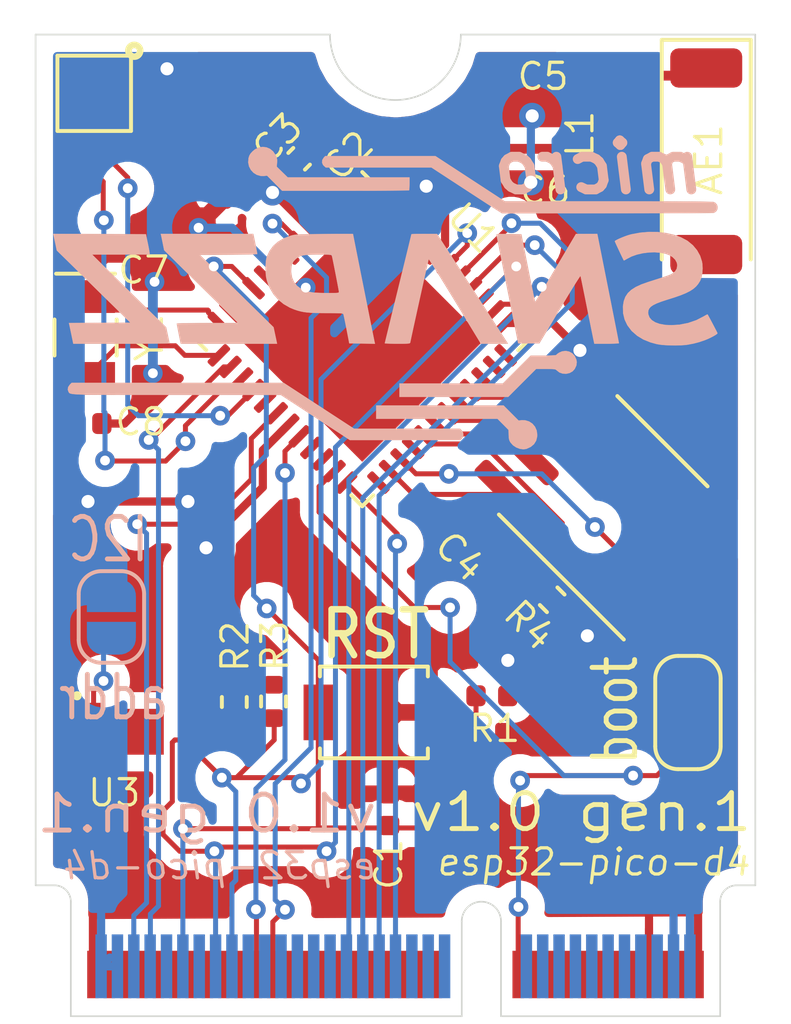
<source format=kicad_pcb>
(kicad_pcb (version 20171130) (host pcbnew "(5.1.6-0-10_14)")

  (general
    (thickness 1.6)
    (drawings 15)
    (tracks 342)
    (zones 0)
    (modules 24)
    (nets 29)
  )

  (page A4)
  (layers
    (0 F.Cu signal)
    (31 B.Cu signal)
    (32 B.Adhes user hide)
    (33 F.Adhes user hide)
    (34 B.Paste user hide)
    (35 F.Paste user hide)
    (36 B.SilkS user)
    (37 F.SilkS user)
    (38 B.Mask user hide)
    (39 F.Mask user hide)
    (40 Dwgs.User user hide)
    (41 Cmts.User user hide)
    (42 Eco1.User user hide)
    (43 Eco2.User user hide)
    (44 Edge.Cuts user)
    (45 Margin user hide)
    (46 B.CrtYd user hide)
    (47 F.CrtYd user hide)
    (48 B.Fab user hide)
    (49 F.Fab user hide)
  )

  (setup
    (last_trace_width 0.1524)
    (trace_clearance 0.1524)
    (zone_clearance 0.508)
    (zone_45_only no)
    (trace_min 0.01)
    (via_size 0.8)
    (via_drill 0.4)
    (via_min_size 0.4)
    (via_min_drill 0.3)
    (uvia_size 0.3)
    (uvia_drill 0.1)
    (uvias_allowed no)
    (uvia_min_size 0.2)
    (uvia_min_drill 0.1)
    (edge_width 0.05)
    (segment_width 0.2)
    (pcb_text_width 0.3)
    (pcb_text_size 1.5 1.5)
    (mod_edge_width 0.12)
    (mod_text_size 1 1)
    (mod_text_width 0.15)
    (pad_size 1.524 1.524)
    (pad_drill 0.762)
    (pad_to_mask_clearance 0.05)
    (aux_axis_origin 0 0)
    (grid_origin 151.4348 88.6206)
    (visible_elements FFFFFF7F)
    (pcbplotparams
      (layerselection 0x010f8_ffffffff)
      (usegerberextensions false)
      (usegerberattributes false)
      (usegerberadvancedattributes false)
      (creategerberjobfile true)
      (excludeedgelayer true)
      (linewidth 0.100000)
      (plotframeref false)
      (viasonmask false)
      (mode 1)
      (useauxorigin false)
      (hpglpennumber 1)
      (hpglpenspeed 20)
      (hpglpendiameter 15.000000)
      (psnegative false)
      (psa4output false)
      (plotreference true)
      (plotvalue false)
      (plotinvisibletext false)
      (padsonsilk false)
      (subtractmaskfromsilk false)
      (outputformat 1)
      (mirror false)
      (drillshape 0)
      (scaleselection 1)
      (outputdirectory "/Users/thorsten/Library/Mobile Documents/com~apple~CloudDocs/hardware-dev/snappz-pico/gerber/"))
  )

  (net 0 "")
  (net 1 /EN)
  (net 2 GND)
  (net 3 +3V3)
  (net 4 /VDD_SDIO)
  (net 5 "Net-(AE1-Pad1)")
  (net 6 /LNA_IN)
  (net 7 /GPIO0)
  (net 8 /SIO1)
  (net 9 /SRAM_CS)
  (net 10 /SIO3)
  (net 11 /SCLK)
  (net 12 /SIO2)
  (net 13 /SIO0)
  (net 14 /I2C_SCL)
  (net 15 /I2C_SDA)
  (net 16 /RTC_XTAL_IN)
  (net 17 /RTC_XTAL_OUT)
  (net 18 /IO1)
  (net 19 /ESP-RX)
  (net 20 /ESP-TX)
  (net 21 /IO2)
  (net 22 /IO4)
  (net 23 /IO3)
  (net 24 "Net-(SW3-Pad2)")
  (net 25 /RGB-CLK)
  (net 26 /RGB-SD)
  (net 27 /IO6)
  (net 28 /IO5)

  (net_class Default "This is the default net class."
    (clearance 0.1524)
    (trace_width 0.1524)
    (via_dia 0.8)
    (via_drill 0.4)
    (uvia_dia 0.3)
    (uvia_drill 0.1)
    (add_net /EN)
    (add_net /ESP-RX)
    (add_net /ESP-TX)
    (add_net /GPIO0)
    (add_net /I2C_SCL)
    (add_net /I2C_SDA)
    (add_net /IO1)
    (add_net /IO2)
    (add_net /IO3)
    (add_net /IO4)
    (add_net /IO5)
    (add_net /IO6)
    (add_net /LNA_IN)
    (add_net /RGB-CLK)
    (add_net /RGB-SD)
    (add_net /RTC_XTAL_IN)
    (add_net /RTC_XTAL_OUT)
    (add_net /SCLK)
    (add_net /SIO0)
    (add_net /SIO1)
    (add_net /SIO2)
    (add_net /SIO3)
    (add_net /SRAM_CS)
    (add_net /VDD_SDIO)
    (add_net "Net-(AE1-Pad1)")
    (add_net "Net-(SW3-Pad2)")
  )

  (net_class 3.3V ""
    (clearance 0.1524)
    (trace_width 0.25)
    (via_dia 0.8)
    (via_drill 0.4)
    (uvia_dia 0.3)
    (uvia_drill 0.1)
    (add_net +3V3)
  )

  (net_class GND ""
    (clearance 0.1524)
    (trace_width 0.25)
    (via_dia 0.8)
    (via_drill 0.4)
    (uvia_dia 0.3)
    (uvia_drill 0.1)
    (add_net GND)
  )

  (module Resistor_SMD:R_0402_1005Metric (layer F.Cu) (tedit 5F68FEEE) (tstamp 5F8B166B)
    (at 152.1098 97.3206 315)
    (descr "Resistor SMD 0402 (1005 Metric), square (rectangular) end terminal, IPC_7351 nominal, (Body size source: IPC-SM-782 page 72, https://www.pcb-3d.com/wordpress/wp-content/uploads/ipc-sm-782a_amendment_1_and_2.pdf), generated with kicad-footprint-generator")
    (tags resistor)
    (path /5F9E226B)
    (attr smd)
    (fp_text reference R4 (at 0.053033 1.042983 135) (layer F.SilkS)
      (effects (font (size 0.8 0.8) (thickness 0.1)))
    )
    (fp_text value 10k (at 0 1.17 135) (layer F.Fab)
      (effects (font (size 1 1) (thickness 0.15)))
    )
    (fp_line (start -0.525 0.27) (end -0.525 -0.27) (layer F.Fab) (width 0.1))
    (fp_line (start -0.525 -0.27) (end 0.525 -0.27) (layer F.Fab) (width 0.1))
    (fp_line (start 0.525 -0.27) (end 0.525 0.27) (layer F.Fab) (width 0.1))
    (fp_line (start 0.525 0.27) (end -0.525 0.27) (layer F.Fab) (width 0.1))
    (fp_line (start -0.153641 -0.38) (end 0.153641 -0.38) (layer F.SilkS) (width 0.12))
    (fp_line (start -0.153641 0.38) (end 0.153641 0.38) (layer F.SilkS) (width 0.12))
    (fp_line (start -0.93 0.47) (end -0.93 -0.47) (layer F.CrtYd) (width 0.05))
    (fp_line (start -0.93 -0.47) (end 0.93 -0.47) (layer F.CrtYd) (width 0.05))
    (fp_line (start 0.93 -0.47) (end 0.93 0.47) (layer F.CrtYd) (width 0.05))
    (fp_line (start 0.93 0.47) (end -0.93 0.47) (layer F.CrtYd) (width 0.05))
    (fp_text user %R (at 0 0 135) (layer F.Fab)
      (effects (font (size 0.26 0.26) (thickness 0.04)))
    )
    (pad 2 smd roundrect (at 0.51 0 315) (size 0.54 0.64) (layers F.Cu F.Paste F.Mask) (roundrect_rratio 0.25)
      (net 3 +3V3))
    (pad 1 smd roundrect (at -0.51 0 315) (size 0.54 0.64) (layers F.Cu F.Paste F.Mask) (roundrect_rratio 0.25)
      (net 9 /SRAM_CS))
    (model ${KISYS3DMOD}/Resistor_SMD.3dshapes/R_0402_1005Metric.wrl
      (at (xyz 0 0 0))
      (scale (xyz 1 1 1))
      (rotate (xyz 0 0 0))
    )
  )

  (module kicad-library-custom:LED-LS8822-2020 (layer F.Cu) (tedit 5F88A83A) (tstamp 5F891537)
    (at 138.1348 81.8456 270)
    (path /5F88F2D4)
    (attr smd)
    (fp_text reference D1 (at 0 2.05 90) (layer F.SilkS) hide
      (effects (font (size 0.8 0.8) (thickness 0.1)))
    )
    (fp_text value NS107-2020-LED (at 0 -0.5 90) (layer F.Fab) hide
      (effects (font (size 1 1) (thickness 0.15)))
    )
    (fp_circle (center -1.3 -1.2) (end -1.119722 -1.2) (layer F.SilkS) (width 0.2))
    (fp_line (start -1.15 -1.1) (end -1.15 1.15) (layer F.SilkS) (width 0.12))
    (fp_line (start 1.15 1.15) (end -1.15 1.15) (layer F.SilkS) (width 0.12))
    (fp_line (start 1.15 -1.1) (end 1.15 1.15) (layer F.SilkS) (width 0.12))
    (fp_line (start -1.15 -1.1) (end 1.15 -1.1) (layer F.SilkS) (width 0.12))
    (pad 2 smd rect (at -0.7 0 270) (size 0.6 0.4) (layers F.Cu F.Paste F.Mask))
    (pad 5 smd rect (at 0.7 0 270) (size 0.6 0.4) (layers F.Cu F.Paste F.Mask)
      (net 25 /RGB-CLK))
    (pad 6 smd rect (at 0.7 0.8 270) (size 0.6 0.4) (layers F.Cu F.Paste F.Mask)
      (net 26 /RGB-SD))
    (pad 3 smd rect (at -0.7 0.8 270) (size 0.6 0.4) (layers F.Cu F.Paste F.Mask))
    (pad 1 smd rect (at -0.7 -0.8 270) (size 0.6 0.4) (layers F.Cu F.Paste F.Mask)
      (net 3 +3V3))
    (pad 4 smd rect (at 0.7 -0.8 270) (size 0.6 0.4) (layers F.Cu F.Paste F.Mask)
      (net 2 GND))
    (model "/Users/thorsten/Library/Mobile Documents/com~apple~CloudDocs/hardware-dev/FortiThing/Shared Assets and Libraries/NS107_2020_LED.iges"
      (offset (xyz -1 1 0))
      (scale (xyz 1 1 1))
      (rotate (xyz -90 0 0))
    )
  )

  (module Jumper:SolderJumper-2_P1.3mm_Open_RoundedPad1.0x1.5mm (layer B.Cu) (tedit 5B391E66) (tstamp 5F81AADA)
    (at 138.6348 97.8456 270)
    (descr "SMD Solder Jumper, 1x1.5mm, rounded Pads, 0.3mm gap, open")
    (tags "solder jumper open")
    (path /5F8EBC05)
    (attr virtual)
    (fp_text reference SW3 (at 0.11176 -2.02184 90) (layer B.SilkS) hide
      (effects (font (size 1 1) (thickness 0.15)) (justify mirror))
    )
    (fp_text value solder-jmp (at 0 -1.9 90) (layer B.Fab)
      (effects (font (size 1 1) (thickness 0.15)) (justify mirror))
    )
    (fp_line (start -1.4 -0.3) (end -1.4 0.3) (layer B.SilkS) (width 0.12))
    (fp_line (start 0.7 -1) (end -0.7 -1) (layer B.SilkS) (width 0.12))
    (fp_line (start 1.4 0.3) (end 1.4 -0.3) (layer B.SilkS) (width 0.12))
    (fp_line (start -0.7 1) (end 0.7 1) (layer B.SilkS) (width 0.12))
    (fp_line (start -1.65 1.25) (end 1.65 1.25) (layer B.CrtYd) (width 0.05))
    (fp_line (start -1.65 1.25) (end -1.65 -1.25) (layer B.CrtYd) (width 0.05))
    (fp_line (start 1.65 -1.25) (end 1.65 1.25) (layer B.CrtYd) (width 0.05))
    (fp_line (start 1.65 -1.25) (end -1.65 -1.25) (layer B.CrtYd) (width 0.05))
    (fp_arc (start -0.7 0.3) (end -0.7 1) (angle 90) (layer B.SilkS) (width 0.12))
    (fp_arc (start -0.7 -0.3) (end -1.4 -0.3) (angle 90) (layer B.SilkS) (width 0.12))
    (fp_arc (start 0.7 -0.3) (end 0.7 -1) (angle 90) (layer B.SilkS) (width 0.12))
    (fp_arc (start 0.7 0.3) (end 1.4 0.3) (angle 90) (layer B.SilkS) (width 0.12))
    (pad 2 smd custom (at 0.65 0 270) (size 1 0.5) (layers B.Cu B.Mask)
      (net 24 "Net-(SW3-Pad2)") (zone_connect 2)
      (options (clearance outline) (anchor rect))
      (primitives
        (gr_circle (center 0 -0.25) (end 0.5 -0.25) (width 0))
        (gr_circle (center 0 0.25) (end 0.5 0.25) (width 0))
        (gr_poly (pts
           (xy 0 0.75) (xy -0.5 0.75) (xy -0.5 -0.75) (xy 0 -0.75)) (width 0))
      ))
    (pad 1 smd custom (at -0.65 0 270) (size 1 0.5) (layers B.Cu B.Mask)
      (net 3 +3V3) (zone_connect 2)
      (options (clearance outline) (anchor rect))
      (primitives
        (gr_circle (center 0 -0.25) (end 0.5 -0.25) (width 0))
        (gr_circle (center 0 0.25) (end 0.5 0.25) (width 0))
        (gr_poly (pts
           (xy 0 0.75) (xy 0.5 0.75) (xy 0.5 -0.75) (xy 0 -0.75)) (width 0))
      ))
  )

  (module kicad-library-custom:CAT24C256HU4IGT3-v2 (layer F.Cu) (tedit 5F80D8C9) (tstamp 5F814AD8)
    (at 139.5857 101.35362)
    (path /5F811590)
    (fp_text reference U3 (at -0.8636 1.8669) (layer F.SilkS)
      (effects (font (size 0.8 0.8) (thickness 0.1)))
    )
    (fp_text value CAT24C256HU4IGT3 (at 4.002814 1.700134) (layer F.Fab)
      (effects (font (size 0.481396 0.481396) (thickness 0.015)))
    )
    (fp_poly (pts (xy -0.41 -0.44) (xy 0.41 -0.44) (xy 0.41 0.44) (xy -0.41 0.44)) (layer F.Paste) (width 0.001))
    (fp_circle (center -2 -1.1) (end -1.93 -1.1) (layer F.SilkS) (width 0.14))
    (fp_line (start -1.5 -1) (end 1.5 -1) (layer F.Fab) (width 0.127))
    (fp_line (start 1.5 -1) (end 1.5 1) (layer F.Fab) (width 0.127))
    (fp_line (start 1.5 1) (end -1.5 1) (layer F.Fab) (width 0.127))
    (fp_line (start -1.5 1) (end -1.5 -1) (layer F.Fab) (width 0.127))
    (fp_line (start -2.1 -1.25) (end 2.1 -1.25) (layer F.CrtYd) (width 0.05))
    (fp_line (start 2.1 -1.25) (end 2.1 1.25) (layer F.CrtYd) (width 0.05))
    (fp_line (start 2.1 1.25) (end -2.1 1.25) (layer F.CrtYd) (width 0.05))
    (fp_line (start -2.1 1.25) (end -2.1 -1.25) (layer F.CrtYd) (width 0.05))
    (pad 9 smd rect (at 0 0) (size 1.3 1.4) (layers F.Cu F.Mask))
    (pad 8 smd rect (at 1.495 -0.75) (size 0.71 0.27) (layers F.Cu F.Paste F.Mask)
      (net 3 +3V3))
    (pad 7 smd rect (at 1.495 -0.25) (size 0.71 0.27) (layers F.Cu F.Paste F.Mask))
    (pad 6 smd rect (at 1.495 0.25) (size 0.71 0.27) (layers F.Cu F.Paste F.Mask)
      (net 14 /I2C_SCL))
    (pad 5 smd rect (at 1.495 0.75) (size 0.71 0.27) (layers F.Cu F.Paste F.Mask)
      (net 15 /I2C_SDA))
    (pad 4 smd rect (at -1.495 0.75) (size 0.71 0.27) (layers F.Cu F.Paste F.Mask)
      (net 2 GND))
    (pad 3 smd rect (at -1.495 0.25) (size 0.71 0.27) (layers F.Cu F.Paste F.Mask))
    (pad 2 smd rect (at -1.495 -0.25) (size 0.71 0.27) (layers F.Cu F.Paste F.Mask))
    (pad 1 smd rect (at -1.495 -0.75) (size 0.71 0.27) (layers F.Cu F.Paste F.Mask)
      (net 24 "Net-(SW3-Pad2)"))
    (model ${SHARED}/3dmodels/ATECC608A-MAHDA-T.STEP
      (at (xyz 0 0 0))
      (scale (xyz 1 1 1))
      (rotate (xyz -90 0 90))
    )
  )

  (module Resistor_SMD:R_0402_1005Metric (layer F.Cu) (tedit 5F68FEEE) (tstamp 5F816A04)
    (at 143.59128 100.42706 270)
    (descr "Resistor SMD 0402 (1005 Metric), square (rectangular) end terminal, IPC_7351 nominal, (Body size source: IPC-SM-782 page 72, https://www.pcb-3d.com/wordpress/wp-content/uploads/ipc-sm-782a_amendment_1_and_2.pdf), generated with kicad-footprint-generator")
    (tags resistor)
    (path /5F875C07)
    (attr smd)
    (fp_text reference R3 (at -1.69926 -0.04064 270) (layer F.SilkS)
      (effects (font (size 0.8 0.8) (thickness 0.1)))
    )
    (fp_text value 4.7k (at 0 1.17 90) (layer F.Fab)
      (effects (font (size 1 1) (thickness 0.15)))
    )
    (fp_line (start -0.525 0.27) (end -0.525 -0.27) (layer F.Fab) (width 0.1))
    (fp_line (start -0.525 -0.27) (end 0.525 -0.27) (layer F.Fab) (width 0.1))
    (fp_line (start 0.525 -0.27) (end 0.525 0.27) (layer F.Fab) (width 0.1))
    (fp_line (start 0.525 0.27) (end -0.525 0.27) (layer F.Fab) (width 0.1))
    (fp_line (start -0.153641 -0.38) (end 0.153641 -0.38) (layer F.SilkS) (width 0.12))
    (fp_line (start -0.153641 0.38) (end 0.153641 0.38) (layer F.SilkS) (width 0.12))
    (fp_line (start -0.93 0.47) (end -0.93 -0.47) (layer F.CrtYd) (width 0.05))
    (fp_line (start -0.93 -0.47) (end 0.93 -0.47) (layer F.CrtYd) (width 0.05))
    (fp_line (start 0.93 -0.47) (end 0.93 0.47) (layer F.CrtYd) (width 0.05))
    (fp_line (start 0.93 0.47) (end -0.93 0.47) (layer F.CrtYd) (width 0.05))
    (fp_text user %R (at 0 0 90) (layer F.Fab)
      (effects (font (size 0.26 0.26) (thickness 0.04)))
    )
    (pad 2 smd roundrect (at 0.51 0 270) (size 0.54 0.64) (layers F.Cu F.Paste F.Mask) (roundrect_rratio 0.25)
      (net 15 /I2C_SDA))
    (pad 1 smd roundrect (at -0.51 0 270) (size 0.54 0.64) (layers F.Cu F.Paste F.Mask) (roundrect_rratio 0.25)
      (net 3 +3V3))
    (model ${KISYS3DMOD}/Resistor_SMD.3dshapes/R_0402_1005Metric.wrl
      (at (xyz 0 0 0))
      (scale (xyz 1 1 1))
      (rotate (xyz 0 0 0))
    )
  )

  (module Resistor_SMD:R_0402_1005Metric (layer F.Cu) (tedit 5F68FEEE) (tstamp 5F8169F3)
    (at 142.3924 100.4443 90)
    (descr "Resistor SMD 0402 (1005 Metric), square (rectangular) end terminal, IPC_7351 nominal, (Body size source: IPC-SM-782 page 72, https://www.pcb-3d.com/wordpress/wp-content/uploads/ipc-sm-782a_amendment_1_and_2.pdf), generated with kicad-footprint-generator")
    (tags resistor)
    (path /5F86AB48)
    (attr smd)
    (fp_text reference R2 (at 1.69672 0.02286 90) (layer F.SilkS)
      (effects (font (size 0.8 0.8) (thickness 0.1)))
    )
    (fp_text value 4.7k (at 0 1.17 90) (layer F.Fab)
      (effects (font (size 1 1) (thickness 0.15)))
    )
    (fp_line (start -0.525 0.27) (end -0.525 -0.27) (layer F.Fab) (width 0.1))
    (fp_line (start -0.525 -0.27) (end 0.525 -0.27) (layer F.Fab) (width 0.1))
    (fp_line (start 0.525 -0.27) (end 0.525 0.27) (layer F.Fab) (width 0.1))
    (fp_line (start 0.525 0.27) (end -0.525 0.27) (layer F.Fab) (width 0.1))
    (fp_line (start -0.153641 -0.38) (end 0.153641 -0.38) (layer F.SilkS) (width 0.12))
    (fp_line (start -0.153641 0.38) (end 0.153641 0.38) (layer F.SilkS) (width 0.12))
    (fp_line (start -0.93 0.47) (end -0.93 -0.47) (layer F.CrtYd) (width 0.05))
    (fp_line (start -0.93 -0.47) (end 0.93 -0.47) (layer F.CrtYd) (width 0.05))
    (fp_line (start 0.93 -0.47) (end 0.93 0.47) (layer F.CrtYd) (width 0.05))
    (fp_line (start 0.93 0.47) (end -0.93 0.47) (layer F.CrtYd) (width 0.05))
    (fp_text user %R (at 0 0 90) (layer F.Fab)
      (effects (font (size 0.26 0.26) (thickness 0.04)))
    )
    (pad 2 smd roundrect (at 0.51 0 90) (size 0.54 0.64) (layers F.Cu F.Paste F.Mask) (roundrect_rratio 0.25)
      (net 3 +3V3))
    (pad 1 smd roundrect (at -0.51 0 90) (size 0.54 0.64) (layers F.Cu F.Paste F.Mask) (roundrect_rratio 0.25)
      (net 14 /I2C_SCL))
    (model ${KISYS3DMOD}/Resistor_SMD.3dshapes/R_0402_1005Metric.wrl
      (at (xyz 0 0 0))
      (scale (xyz 1 1 1))
      (rotate (xyz 0 0 0))
    )
  )

  (module Capacitor_SMD:C_0402_1005Metric (layer F.Cu) (tedit 5F68FEEE) (tstamp 5F1912DE)
    (at 144.3736 83.8454 45)
    (descr "Capacitor SMD 0402 (1005 Metric), square (rectangular) end terminal, IPC_7351 nominal, (Body size source: IPC-SM-782 page 76, https://www.pcb-3d.com/wordpress/wp-content/uploads/ipc-sm-782a_amendment_1_and_2.pdf), generated with kicad-footprint-generator")
    (tags capacitor)
    (path /5F1B8925)
    (attr smd)
    (fp_text reference C2 (at 1.124328 1.002197 45) (layer F.SilkS)
      (effects (font (size 0.8 0.8) (thickness 0.1)))
    )
    (fp_text value 10uF (at 0 1.16 45) (layer F.Fab)
      (effects (font (size 1 1) (thickness 0.15)))
    )
    (fp_line (start 0.91 0.46) (end -0.91 0.46) (layer F.CrtYd) (width 0.05))
    (fp_line (start 0.91 -0.46) (end 0.91 0.46) (layer F.CrtYd) (width 0.05))
    (fp_line (start -0.91 -0.46) (end 0.91 -0.46) (layer F.CrtYd) (width 0.05))
    (fp_line (start -0.91 0.46) (end -0.91 -0.46) (layer F.CrtYd) (width 0.05))
    (fp_line (start -0.107836 0.36) (end 0.107836 0.36) (layer F.SilkS) (width 0.12))
    (fp_line (start -0.107836 -0.36) (end 0.107836 -0.36) (layer F.SilkS) (width 0.12))
    (fp_line (start 0.5 0.25) (end -0.5 0.25) (layer F.Fab) (width 0.1))
    (fp_line (start 0.5 -0.25) (end 0.5 0.25) (layer F.Fab) (width 0.1))
    (fp_line (start -0.5 -0.25) (end 0.5 -0.25) (layer F.Fab) (width 0.1))
    (fp_line (start -0.5 0.25) (end -0.5 -0.25) (layer F.Fab) (width 0.1))
    (fp_text user %R (at 0 0 45) (layer F.Fab)
      (effects (font (size 0.25 0.25) (thickness 0.04)))
    )
    (pad 2 smd roundrect (at 0.48 0 45) (size 0.56 0.62) (layers F.Cu F.Paste F.Mask) (roundrect_rratio 0.25)
      (net 2 GND))
    (pad 1 smd roundrect (at -0.48 0 45) (size 0.56 0.62) (layers F.Cu F.Paste F.Mask) (roundrect_rratio 0.25)
      (net 3 +3V3))
    (model ${KISYS3DMOD}/Capacitor_SMD.3dshapes/C_0402_1005Metric.wrl
      (at (xyz 0 0 0))
      (scale (xyz 1 1 1))
      (rotate (xyz 0 0 0))
    )
  )

  (module kicad-library-custom:SolderJumper-2_P1.3mm_OPEN_RoundedPad1.0x1.5mm (layer F.Cu) (tedit 5F7C9B9D) (tstamp 5F1913E2)
    (at 156.2598 101.0956 270)
    (descr "SMD Solder Jumper, 1x1.5mm, rounded Pads, 0.3mm gap, bridged with 1 copper strip")
    (tags "solder jumper open")
    (path /5F22E2ED)
    (attr virtual)
    (fp_text reference SW2 (at 0 -1.8 90) (layer F.SilkS) hide
      (effects (font (size 1 1) (thickness 0.15)))
    )
    (fp_text value SW_Push (at 0 1.9 90) (layer F.Fab)
      (effects (font (size 1 1) (thickness 0.15)))
    )
    (fp_line (start 1.65 1.25) (end -2.3368 1.25) (layer F.CrtYd) (width 0.05))
    (fp_line (start 1.65 1.25) (end 1.65 -1.25) (layer F.CrtYd) (width 0.05))
    (fp_line (start -2.3368 -1.25) (end -2.3368 1.25) (layer F.CrtYd) (width 0.05))
    (fp_line (start -2.3368 -1.25) (end 1.65 -1.25) (layer F.CrtYd) (width 0.05))
    (fp_line (start -1.3604 -1) (end 0.7 -1) (layer F.SilkS) (width 0.12))
    (fp_line (start 1.4 -0.3) (end 1.4 0.3) (layer F.SilkS) (width 0.12))
    (fp_line (start 0.7 1) (end -1.3208 1) (layer F.SilkS) (width 0.12))
    (fp_line (start -2.0604 0.3) (end -2.0604 -0.3) (layer F.SilkS) (width 0.12))
    (fp_arc (start -1.3604 -0.3) (end -1.3604 -1) (angle -90) (layer F.SilkS) (width 0.12))
    (fp_arc (start -1.3604 0.3) (end -2.0604 0.3) (angle -90) (layer F.SilkS) (width 0.12))
    (fp_arc (start 0.7 0.3) (end 0.7 1) (angle -90) (layer F.SilkS) (width 0.12))
    (fp_arc (start 0.7 -0.3) (end 1.4 -0.3) (angle -90) (layer F.SilkS) (width 0.12))
    (pad 1 smd custom (at -1.3208 0 270) (size 1 0.5) (layers F.Cu F.Mask)
      (net 2 GND) (zone_connect 2)
      (options (clearance outline) (anchor rect))
      (primitives
        (gr_circle (center 0 0.25) (end 0.5 0.25) (width 0))
        (gr_circle (center 0 -0.25) (end 0.5 -0.25) (width 0))
        (gr_poly (pts
           (xy 0 -0.75) (xy 0.8 -0.75) (xy 0.8 0.75) (xy 0 0.75)) (width 0))
      ))
    (pad 2 smd custom (at 0.65 0 270) (size 1 0.5) (layers F.Cu F.Mask)
      (net 7 /GPIO0) (zone_connect 2)
      (options (clearance outline) (anchor rect))
      (primitives
        (gr_circle (center 0 0.25) (end 0.5 0.25) (width 0))
        (gr_circle (center 0 -0.25) (end 0.5 -0.25) (width 0))
        (gr_poly (pts
           (xy 0 -0.75) (xy -0.8 -0.75) (xy -0.8 0.75) (xy 0 0.75)) (width 0))
      ))
  )

  (module kicad-library-custom:snapzz-20x9 (layer B.Cu) (tedit 0) (tstamp 5F2CC52F)
    (at 147.0152 88.09228 180)
    (path /5F2E3914)
    (fp_text reference H1 (at 0 0) (layer B.SilkS) hide
      (effects (font (size 1.524 1.524) (thickness 0.3)) (justify mirror))
    )
    (fp_text value "SNAPZZ Logo" (at 0.75 0) (layer B.SilkS) hide
      (effects (font (size 1.524 1.524) (thickness 0.3)) (justify mirror))
    )
    (fp_poly (pts (xy 0.28448 -3.69824) (xy -3.424818 -3.69824) (xy -3.593427 -3.867729) (xy -3.762036 -4.037219)
      (xy -3.765698 -4.189314) (xy -3.770258 -4.276402) (xy -3.78141 -4.338055) (xy -3.802943 -4.389382)
      (xy -3.824786 -4.425101) (xy -3.899849 -4.508003) (xy -3.997601 -4.572451) (xy -4.107059 -4.614129)
      (xy -4.217241 -4.628716) (xy -4.307972 -4.615106) (xy -4.43935 -4.554838) (xy -4.538254 -4.471069)
      (xy -4.603661 -4.365133) (xy -4.634549 -4.238362) (xy -4.637024 -4.186173) (xy -4.618914 -4.055887)
      (xy -4.568074 -3.941844) (xy -4.489742 -3.848955) (xy -4.389155 -3.782127) (xy -4.271551 -3.746272)
      (xy -4.164851 -3.743543) (xy -4.067239 -3.752923) (xy -3.837351 -3.522381) (xy -3.607463 -3.29184)
      (xy 0.28448 -3.29184) (xy 0.28448 -3.69824)) (layer B.SilkS) (width 0.01))
    (fp_poly (pts (xy 9.653563 -2.660356) (xy 9.702056 -2.732037) (xy 9.711052 -2.808663) (xy 9.691004 -2.868176)
      (xy 9.684525 -2.881026) (xy 9.678239 -2.89271) (xy 9.670272 -2.903282) (xy 9.65875 -2.912798)
      (xy 9.6418 -2.921313) (xy 9.617548 -2.928885) (xy 9.584121 -2.935567) (xy 9.539644 -2.941417)
      (xy 9.482244 -2.946489) (xy 9.410048 -2.95084) (xy 9.321181 -2.954525) (xy 9.213771 -2.9576)
      (xy 9.085943 -2.960121) (xy 8.935823 -2.962144) (xy 8.761539 -2.963724) (xy 8.561216 -2.964916)
      (xy 8.332981 -2.965778) (xy 8.074959 -2.966364) (xy 7.785278 -2.96673) (xy 7.462064 -2.966932)
      (xy 7.103443 -2.967026) (xy 6.707541 -2.967067) (xy 6.365892 -2.9671) (xy 3.2004 -2.96748)
      (xy 2.14376 -3.6576) (xy 1.08712 -4.347719) (xy -0.600978 -4.348099) (xy -2.289076 -4.34848)
      (xy -2.333258 -4.30145) (xy -2.370915 -4.234285) (xy -2.376795 -4.156643) (xy -2.351229 -4.08296)
      (xy -2.327564 -4.052916) (xy -2.277688 -4.00304) (xy 0.962149 -4.00304) (xy 1.410714 -3.710567)
      (xy 1.540805 -3.625753) (xy 1.696593 -3.524199) (xy 1.869725 -3.41135) (xy 2.051846 -3.292649)
      (xy 2.234604 -3.173543) (xy 2.409644 -3.059475) (xy 2.486297 -3.009527) (xy 3.113315 -2.60096)
      (xy 9.594166 -2.60096) (xy 9.653563 -2.660356)) (layer B.SilkS) (width 0.01))
    (fp_poly (pts (xy -5.400381 -1.638857) (xy -5.310386 -1.677256) (xy -5.259752 -1.710485) (xy -5.227877 -1.738241)
      (xy -5.22224 -1.748376) (xy -5.20261 -1.755164) (xy -5.146447 -1.760704) (xy -5.057846 -1.764791)
      (xy -4.940903 -1.767223) (xy -4.830899 -1.76784) (xy -4.439558 -1.76784) (xy -4.0132 -2.19456)
      (xy -3.586843 -2.62128) (xy -0.42672 -2.62128) (xy -0.42672 -3.02768) (xy -3.749403 -3.02768)
      (xy -4.17576 -2.60096) (xy -4.602118 -2.17424) (xy -4.89887 -2.17424) (xy -5.01533 -2.174631)
      (xy -5.098138 -2.1764) (xy -5.154277 -2.180435) (xy -5.190731 -2.187625) (xy -5.214484 -2.198861)
      (xy -5.232521 -2.215032) (xy -5.234283 -2.21696) (xy -5.317777 -2.281427) (xy -5.417507 -2.315795)
      (xy -5.523878 -2.320781) (xy -5.627295 -2.2971) (xy -5.718162 -2.24547) (xy -5.780996 -2.176144)
      (xy -5.83201 -2.069634) (xy -5.844573 -1.964321) (xy -5.832547 -1.892384) (xy -5.784646 -1.78407)
      (xy -5.710427 -1.701655) (xy -5.616942 -1.648045) (xy -5.511243 -1.626144) (xy -5.400381 -1.638857)) (layer B.SilkS) (width 0.01))
    (fp_poly (pts (xy -7.792234 1.988638) (xy -7.527541 1.940144) (xy -7.484358 1.92951) (xy -7.408503 1.907048)
      (xy -7.321674 1.876578) (xy -7.232084 1.841614) (xy -7.147949 1.805667) (xy -7.077482 1.77225)
      (xy -7.028897 1.744875) (xy -7.010407 1.727055) (xy -7.0104 1.72684) (xy -7.018605 1.705843)
      (xy -7.040795 1.655956) (xy -7.073333 1.58491) (xy -7.112584 1.500435) (xy -7.154911 1.410262)
      (xy -7.196678 1.322122) (xy -7.234248 1.243746) (xy -7.263987 1.182865) (xy -7.282257 1.14721)
      (xy -7.285701 1.141534) (xy -7.304264 1.147514) (xy -7.345626 1.170044) (xy -7.374416 1.187619)
      (xy -7.519555 1.262969) (xy -7.684827 1.321316) (xy -7.862991 1.362342) (xy -8.046804 1.385726)
      (xy -8.229027 1.391149) (xy -8.402417 1.378291) (xy -8.559733 1.346832) (xy -8.693734 1.296453)
      (xy -8.770433 1.249264) (xy -8.856878 1.164049) (xy -8.907495 1.069318) (xy -8.920405 0.989591)
      (xy -8.903673 0.888065) (xy -8.851754 0.804341) (xy -8.784462 0.748209) (xy -8.760037 0.732896)
      (xy -8.732425 0.718047) (xy -8.697358 0.702148) (xy -8.650568 0.683685) (xy -8.587789 0.661145)
      (xy -8.504751 0.633014) (xy -8.397189 0.597779) (xy -8.260834 0.553925) (xy -8.091419 0.499939)
      (xy -8.025541 0.479011) (xy -7.817484 0.404992) (xy -7.647146 0.325781) (xy -7.511678 0.238574)
      (xy -7.408228 0.14057) (xy -7.333948 0.028964) (xy -7.285986 -0.099044) (xy -7.261494 -0.246258)
      (xy -7.259401 -0.27432) (xy -7.265707 -0.475307) (xy -7.310553 -0.663423) (xy -7.39385 -0.83843)
      (xy -7.515509 -1.000088) (xy -7.534939 -1.020953) (xy -7.694555 -1.160326) (xy -7.883432 -1.273978)
      (xy -8.102883 -1.362587) (xy -8.298375 -1.415248) (xy -8.408532 -1.432999) (xy -8.547426 -1.445706)
      (xy -8.70344 -1.453159) (xy -8.86496 -1.455151) (xy -9.020371 -1.45147) (xy -9.158056 -1.441908)
      (xy -9.234507 -1.432122) (xy -9.419012 -1.397146) (xy -9.585719 -1.353523) (xy -9.757386 -1.295214)
      (xy -9.77392 -1.289016) (xy -9.857008 -1.254709) (xy -9.94223 -1.214611) (xy -10.021675 -1.173084)
      (xy -10.087436 -1.134491) (xy -10.131602 -1.103194) (xy -10.146282 -1.083636) (xy -10.136191 -1.061379)
      (xy -10.110862 -1.011008) (xy -10.074341 -0.940185) (xy -10.030671 -0.856571) (xy -9.983896 -0.767827)
      (xy -9.938062 -0.681615) (xy -9.897212 -0.605595) (xy -9.865391 -0.54743) (xy -9.846643 -0.514779)
      (xy -9.843839 -0.51071) (xy -9.824401 -0.51649) (xy -9.780875 -0.539028) (xy -9.732876 -0.567278)
      (xy -9.501583 -0.686327) (xy -9.250207 -0.772563) (xy -8.984746 -0.824341) (xy -8.7376 -0.840125)
      (xy -8.545296 -0.830284) (xy -8.380105 -0.800469) (xy -8.244047 -0.751788) (xy -8.139139 -0.685345)
      (xy -8.067402 -0.602247) (xy -8.030853 -0.503601) (xy -8.0264 -0.450492) (xy -8.034425 -0.384709)
      (xy -8.060815 -0.326244) (xy -8.109049 -0.272808) (xy -8.182601 -0.222114) (xy -8.28495 -0.171872)
      (xy -8.419572 -0.119794) (xy -8.589943 -0.063591) (xy -8.635443 -0.049568) (xy -8.853189 0.01952)
      (xy -9.035155 0.083877) (xy -9.185553 0.146002) (xy -9.308592 0.208393) (xy -9.408487 0.273549)
      (xy -9.489446 0.343971) (xy -9.555683 0.422157) (xy -9.611408 0.510607) (xy -9.62609 0.538312)
      (xy -9.66109 0.635667) (xy -9.683363 0.758559) (xy -9.691779 0.893575) (xy -9.685209 1.027302)
      (xy -9.673521 1.10174) (xy -9.615682 1.282534) (xy -9.521604 1.451298) (xy -9.395157 1.602555)
      (xy -9.240209 1.730829) (xy -9.219131 1.744908) (xy -9.030554 1.845987) (xy -8.814271 1.923736)
      (xy -8.576289 1.977515) (xy -8.322617 2.006685) (xy -8.059262 2.010605) (xy -7.792234 1.988638)) (layer B.SilkS) (width 0.01))
    (fp_poly (pts (xy -6.146958 1.949763) (xy -5.82168 1.948805) (xy -5.202686 0.90421) (xy -5.091431 0.716931)
      (xy -4.986235 0.540765) (xy -4.888922 0.378707) (xy -4.801316 0.23375) (xy -4.725242 0.108889)
      (xy -4.662523 0.007117) (xy -4.614984 -0.068572) (xy -4.584447 -0.115183) (xy -4.572766 -0.129758)
      (xy -4.566802 -0.108348) (xy -4.553752 -0.050832) (xy -4.534398 0.039027) (xy -4.509523 0.157462)
      (xy -4.479908 0.30071) (xy -4.446335 0.465006) (xy -4.409587 0.646585) (xy -4.370444 0.841682)
      (xy -4.356671 0.910714) (xy -4.151502 1.94056) (xy -3.772471 1.946089) (xy -3.633921 1.947526)
      (xy -3.531559 1.947067) (xy -3.460969 1.944473) (xy -3.417733 1.939509) (xy -3.397434 1.931935)
      (xy -3.394432 1.925769) (xy -3.398496 1.902302) (xy -3.409982 1.841989) (xy -3.428297 1.747827)
      (xy -3.452847 1.62281) (xy -3.483039 1.469935) (xy -3.518278 1.292197) (xy -3.557972 1.092593)
      (xy -3.601528 0.874118) (xy -3.64835 0.639769) (xy -3.697847 0.39254) (xy -3.725626 0.254)
      (xy -4.055828 -1.39192) (xy -4.702931 -1.39192) (xy -5.327324 -0.346194) (xy -5.442728 -0.153667)
      (xy -5.550856 0.025257) (xy -5.650016 0.187865) (xy -5.738512 0.331444) (xy -5.814653 0.453283)
      (xy -5.876744 0.55067) (xy -5.923091 0.620891) (xy -5.952002 0.661236) (xy -5.961699 0.669806)
      (xy -5.96763 0.644309) (xy -5.980661 0.583066) (xy -5.999951 0.490188) (xy -6.024659 0.369788)
      (xy -6.053946 0.225976) (xy -6.086969 0.062864) (xy -6.122889 -0.115437) (xy -6.154761 -0.27432)
      (xy -6.193099 -0.465621) (xy -6.229722 -0.648029) (xy -6.263708 -0.816971) (xy -6.294133 -0.967871)
      (xy -6.320074 -1.096155) (xy -6.340607 -1.19725) (xy -6.354811 -1.26658) (xy -6.360844 -1.2954)
      (xy -6.383848 -1.40208) (xy -6.758084 -1.40208) (xy -6.876427 -1.401295) (xy -6.979477 -1.399112)
      (xy -7.060873 -1.395791) (xy -7.114256 -1.391589) (xy -7.133265 -1.38684) (xy -7.129529 -1.365033)
      (xy -7.118412 -1.306333) (xy -7.100498 -1.213695) (xy -7.07637 -1.090077) (xy -7.046608 -0.938438)
      (xy -7.011796 -0.761734) (xy -6.972516 -0.562924) (xy -6.92935 -0.344965) (xy -6.88288 -0.110815)
      (xy -6.833689 0.13657) (xy -6.803222 0.28956) (xy -6.472235 1.950721) (xy -6.146958 1.949763)) (layer B.SilkS) (width 0.01))
    (fp_poly (pts (xy -1.062585 1.949564) (xy -0.95676 1.948362) (xy -0.872367 1.946346) (xy -0.815605 1.943671)
      (xy -0.792674 1.940487) (xy -0.79248 1.940154) (xy -0.787743 1.919268) (xy -0.774005 1.861829)
      (xy -0.751976 1.770748) (xy -0.722368 1.648934) (xy -0.685891 1.499298) (xy -0.643255 1.32475)
      (xy -0.595172 1.1282) (xy -0.542351 0.912559) (xy -0.485503 0.680735) (xy -0.425339 0.43564)
      (xy -0.38608 0.275835) (xy -0.324188 0.023836) (xy -0.265164 -0.216755) (xy -0.209721 -0.443023)
      (xy -0.158569 -0.652056) (xy -0.112418 -0.84094) (xy -0.07198 -1.006761) (xy -0.037966 -1.146606)
      (xy -0.011085 -1.25756) (xy 0.00795 -1.336711) (xy 0.01843 -1.381145) (xy 0.02032 -1.389998)
      (xy 0.001043 -1.393771) (xy -0.052612 -1.397063) (xy -0.134385 -1.399676) (xy -0.238017 -1.401413)
      (xy -0.357248 -1.402078) (xy -0.363392 -1.40208) (xy -0.496946 -1.401959) (xy -0.595389 -1.40117)
      (xy -0.664248 -1.399067) (xy -0.709052 -1.395009) (xy -0.735329 -1.388351) (xy -0.748608 -1.378449)
      (xy -0.754416 -1.364661) (xy -0.756196 -1.35636) (xy -0.769257 -1.292903) (xy -0.78925 -1.198705)
      (xy -0.815275 -1.077822) (xy -0.846433 -0.934311) (xy -0.881825 -0.772227) (xy -0.920551 -0.595629)
      (xy -0.961712 -0.408571) (xy -1.004409 -0.215111) (xy -1.047742 -0.019305) (xy -1.090812 0.174791)
      (xy -1.132719 0.36312) (xy -1.172565 0.541625) (xy -1.209449 0.706251) (xy -1.242473 0.852941)
      (xy -1.270738 0.977638) (xy -1.293342 1.076286) (xy -1.309389 1.144829) (xy -1.317977 1.17921)
      (xy -1.319078 1.182453) (xy -1.331284 1.167823) (xy -1.362898 1.121091) (xy -1.41226 1.04491)
      (xy -1.477713 0.94193) (xy -1.557596 0.814803) (xy -1.650252 0.666182) (xy -1.754022 0.498718)
      (xy -1.867246 0.315062) (xy -1.988266 0.117867) (xy -2.115423 -0.090216) (xy -2.123088 -0.102787)
      (xy -2.915215 -1.40208) (xy -3.739866 -1.40208) (xy -3.663173 -1.282495) (xy -3.640921 -1.247933)
      (xy -3.598311 -1.181887) (xy -3.537051 -1.087001) (xy -3.458851 -0.965918) (xy -3.365417 -0.821283)
      (xy -3.258458 -0.655739) (xy -3.139683 -0.47193) (xy -3.010799 -0.272499) (xy -2.873515 -0.060092)
      (xy -2.729538 0.16265) (xy -2.58064 0.392984) (xy -1.5748 1.948879) (xy -1.18364 1.9498)
      (xy -1.062585 1.949564)) (layer B.SilkS) (width 0.01))
    (fp_poly (pts (xy 1.417478 1.94874) (xy 1.578252 1.947932) (xy 1.754846 1.946723) (xy 1.87452 1.94574)
      (xy 2.087566 1.943797) (xy 2.264198 1.941892) (xy 2.408641 1.939806) (xy 2.525118 1.937322)
      (xy 2.617856 1.934219) (xy 2.691079 1.93028) (xy 2.749011 1.925285) (xy 2.795878 1.919016)
      (xy 2.835903 1.911255) (xy 2.873313 1.901782) (xy 2.90576 1.892356) (xy 3.114288 1.812977)
      (xy 3.29019 1.709544) (xy 3.433821 1.581746) (xy 3.545536 1.429273) (xy 3.619334 1.27)
      (xy 3.640693 1.200633) (xy 3.654379 1.127436) (xy 3.661936 1.038383) (xy 3.664907 0.921449)
      (xy 3.664965 0.9144) (xy 3.662189 0.760323) (xy 3.649271 0.632147) (xy 3.623219 0.515768)
      (xy 3.581043 0.397081) (xy 3.53207 0.2876) (xy 3.424259 0.107394) (xy 3.283258 -0.053624)
      (xy 3.1135 -0.191638) (xy 2.919416 -0.302834) (xy 2.780479 -0.359563) (xy 2.684282 -0.390862)
      (xy 2.5914 -0.415581) (xy 2.495225 -0.434451) (xy 2.389151 -0.448203) (xy 2.266572 -0.457568)
      (xy 2.12088 -0.463277) (xy 1.945469 -0.466063) (xy 1.812922 -0.466651) (xy 1.654275 -0.46708)
      (xy 1.531547 -0.468089) (xy 1.440018 -0.469994) (xy 1.374969 -0.473114) (xy 1.331679 -0.477766)
      (xy 1.305428 -0.484267) (xy 1.291498 -0.492936) (xy 1.285864 -0.502122) (xy 1.278159 -0.53178)
      (xy 1.264196 -0.594944) (xy 1.245308 -0.685197) (xy 1.222832 -0.796121) (xy 1.198102 -0.921298)
      (xy 1.18972 -0.964402) (xy 1.106915 -1.39192) (xy 0.715519 -1.39744) (xy 0.324124 -1.402961)
      (xy 0.335204 -1.3568) (xy 0.340711 -1.330618) (xy 0.353339 -1.268695) (xy 0.372368 -1.174622)
      (xy 0.397081 -1.051989) (xy 0.426761 -0.904386) (xy 0.46069 -0.735402) (xy 0.49815 -0.548629)
      (xy 0.538423 -0.347656) (xy 0.580791 -0.136073) (xy 0.624537 0.082529) (xy 0.643821 0.178951)
      (xy 1.4224 0.178951) (xy 1.425182 0.165339) (xy 1.437343 0.155568) (xy 1.464606 0.149007)
      (xy 1.512692 0.145027) (xy 1.587323 0.142999) (xy 1.694223 0.142294) (xy 1.756209 0.14224)
      (xy 1.883703 0.143598) (xy 2.011022 0.147334) (xy 2.12645 0.152946) (xy 2.218271 0.159929)
      (xy 2.248969 0.163413) (xy 2.429511 0.203436) (xy 2.58234 0.270754) (xy 2.705847 0.363708)
      (xy 2.798426 0.480639) (xy 2.858469 0.619888) (xy 2.884368 0.779796) (xy 2.885326 0.820214)
      (xy 2.879224 0.939374) (xy 2.858412 1.030537) (xy 2.818759 1.104942) (xy 2.756133 1.173832)
      (xy 2.754967 1.17491) (xy 2.701441 1.21997) (xy 2.64654 1.254868) (xy 2.58424 1.280849)
      (xy 2.508518 1.299159) (xy 2.413349 1.311042) (xy 2.292708 1.317742) (xy 2.140573 1.320506)
      (xy 2.049019 1.3208) (xy 1.911817 1.32069) (xy 1.809839 1.319958) (xy 1.737668 1.318006)
      (xy 1.689886 1.314234) (xy 1.661078 1.308043) (xy 1.645827 1.298834) (xy 1.638715 1.286007)
      (xy 1.635804 1.27508) (xy 1.624199 1.222786) (xy 1.607294 1.141895) (xy 1.586346 1.038857)
      (xy 1.56261 0.920119) (xy 1.537341 0.792132) (xy 1.511796 0.661343) (xy 1.487229 0.534201)
      (xy 1.464896 0.417155) (xy 1.446053 0.316654) (xy 1.431954 0.239145) (xy 1.423856 0.191079)
      (xy 1.4224 0.178951) (xy 0.643821 0.178951) (xy 0.668943 0.304561) (xy 0.713291 0.526432)
      (xy 0.756863 0.744553) (xy 0.798942 0.955333) (xy 0.838809 1.155182) (xy 0.875747 1.340511)
      (xy 0.909038 1.507728) (xy 0.937965 1.653245) (xy 0.961809 1.77347) (xy 0.979852 1.864814)
      (xy 0.991378 1.923686) (xy 0.995668 1.946498) (xy 0.99568 1.946634) (xy 1.015309 1.947888)
      (xy 1.07144 1.948722) (xy 1.159936 1.949139) (xy 1.276661 1.949144) (xy 1.417478 1.94874)) (layer B.SilkS) (width 0.01))
    (fp_poly (pts (xy 6.858223 1.905) (xy 6.84976 1.866049) (xy 6.835668 1.798292) (xy 6.818232 1.712785)
      (xy 6.806818 1.65608) (xy 6.766124 1.45288) (xy 6.456462 1.147008) (xy 6.381605 1.073177)
      (xy 6.281772 0.974879) (xy 6.161013 0.856094) (xy 6.023379 0.720803) (xy 5.872918 0.572984)
      (xy 5.713681 0.416616) (xy 5.549718 0.255679) (xy 5.385078 0.094153) (xy 5.324242 0.034488)
      (xy 4.501685 -0.77216) (xy 5.441082 -0.77216) (xy 5.632101 -0.772526) (xy 5.810088 -0.773576)
      (xy 5.971042 -0.775235) (xy 6.110961 -0.777429) (xy 6.225845 -0.780082) (xy 6.311693 -0.78312)
      (xy 6.364504 -0.786468) (xy 6.38048 -0.789685) (xy 6.37669 -0.814427) (xy 6.366499 -0.870027)
      (xy 6.351676 -0.947533) (xy 6.333988 -1.037993) (xy 6.315204 -1.132455) (xy 6.297092 -1.221965)
      (xy 6.28142 -1.297573) (xy 6.269955 -1.350326) (xy 6.268556 -1.35636) (xy 6.257785 -1.40208)
      (xy 3.317383 -1.40208) (xy 3.370651 -1.151294) (xy 3.42392 -0.900508) (xy 4.550174 0.205066)
      (xy 5.676429 1.31064) (xy 4.799094 1.315936) (xy 4.61469 1.317437) (xy 4.443457 1.319578)
      (xy 4.289535 1.322253) (xy 4.157065 1.325355) (xy 4.050187 1.328778) (xy 3.973041 1.332415)
      (xy 3.929767 1.336159) (xy 3.92176 1.338542) (xy 3.925549 1.363221) (xy 3.935739 1.418759)
      (xy 3.95056 1.496205) (xy 3.968244 1.586608) (xy 3.987022 1.681016) (xy 4.005126 1.770478)
      (xy 4.020787 1.846043) (xy 4.032236 1.898759) (xy 4.033683 1.905) (xy 4.044454 1.95072)
      (xy 6.868934 1.95072) (xy 6.858223 1.905)) (layer B.SilkS) (width 0.01))
    (fp_poly (pts (xy 10.04824 1.446669) (xy 8.92287 0.342335) (xy 7.7975 -0.762) (xy 8.737061 -0.767284)
      (xy 9.676623 -0.772568) (xy 9.666128 -0.818084) (xy 9.658205 -0.854402) (xy 9.643957 -0.921553)
      (xy 9.625274 -1.010568) (xy 9.604044 -1.112478) (xy 9.59982 -1.13284) (xy 9.544006 -1.40208)
      (xy 8.074003 -1.40208) (xy 7.833616 -1.401938) (xy 7.605458 -1.401529) (xy 7.392729 -1.400875)
      (xy 7.198626 -1.4) (xy 7.026348 -1.398925) (xy 6.879094 -1.397675) (xy 6.760061 -1.396271)
      (xy 6.672449 -1.394736) (xy 6.619457 -1.393094) (xy 6.604 -1.391574) (xy 6.608036 -1.368746)
      (xy 6.619028 -1.314335) (xy 6.635301 -1.236468) (xy 6.655178 -1.143276) (xy 6.655312 -1.142654)
      (xy 6.706624 -0.90424) (xy 7.473192 -0.153559) (xy 7.635047 0.005013) (xy 7.800508 0.167251)
      (xy 7.964896 0.328558) (xy 8.123533 0.484339) (xy 8.27174 0.629996) (xy 8.404838 0.760934)
      (xy 8.518149 0.872557) (xy 8.60552 0.958809) (xy 8.97128 1.320498) (xy 7.2136 1.3208)
      (xy 7.214225 1.36652) (xy 7.218561 1.403005) (xy 7.229968 1.470121) (xy 7.246791 1.558806)
      (xy 7.267375 1.660002) (xy 7.270833 1.6764) (xy 7.326814 1.94056) (xy 8.740823 1.945778)
      (xy 10.154832 1.950995) (xy 10.04824 1.446669)) (layer B.SilkS) (width 0.01))
    (fp_poly (pts (xy 1.890281 4.276805) (xy 1.931809 4.207191) (xy 1.938376 4.131659) (xy 1.910335 4.061371)
      (xy 1.88253 4.030887) (xy 1.826533 3.98272) (xy -1.402436 3.98272) (xy -2.311578 3.389438)
      (xy -2.490712 3.272609) (xy -2.664679 3.159282) (xy -2.829535 3.052016) (xy -2.981337 2.953372)
      (xy -3.11614 2.865911) (xy -3.229999 2.792193) (xy -3.318971 2.734779) (xy -3.37911 2.69623)
      (xy -3.391461 2.688398) (xy -3.562202 2.580641) (xy -6.784901 2.582245) (xy -7.14399 2.582493)
      (xy -7.492226 2.58287) (xy -7.827422 2.583366) (xy -8.147391 2.583974) (xy -8.449945 2.584685)
      (xy -8.732896 2.585489) (xy -8.994056 2.586379) (xy -9.23124 2.587346) (xy -9.442258 2.588381)
      (xy -9.624923 2.589476) (xy -9.777049 2.590622) (xy -9.896446 2.59181) (xy -9.980928 2.593031)
      (xy -10.028308 2.594278) (xy -10.03808 2.595056) (xy -10.103474 2.637265) (xy -10.141126 2.698688)
      (xy -10.151111 2.76898) (xy -10.133506 2.837798) (xy -10.088386 2.894799) (xy -10.035666 2.923877)
      (xy -10.012458 2.927163) (xy -9.961845 2.930163) (xy -9.882816 2.932883) (xy -9.77436 2.935331)
      (xy -9.635465 2.937514) (xy -9.465119 2.939439) (xy -9.262312 2.941114) (xy -9.026033 2.942544)
      (xy -8.75527 2.943737) (xy -8.449011 2.944701) (xy -8.106245 2.945442) (xy -7.725962 2.945968)
      (xy -7.30715 2.946285) (xy -6.848797 2.9464) (xy -3.643209 2.9464) (xy -2.583914 3.63728)
      (xy -1.524618 4.32816) (xy 0.158709 4.328161) (xy 1.842035 4.328161) (xy 1.890281 4.276805)) (layer B.SilkS) (width 0.01))
    (fp_poly (pts (xy 3.876399 4.587832) (xy 3.990274 4.532714) (xy 4.065782 4.470553) (xy 4.126115 4.403197)
      (xy 4.162732 4.340617) (xy 4.185859 4.265241) (xy 4.186217 4.263647) (xy 4.196294 4.135313)
      (xy 4.171316 4.014959) (xy 4.116068 3.908139) (xy 4.035334 3.820408) (xy 3.933897 3.75732)
      (xy 3.816542 3.724431) (xy 3.720545 3.722962) (xy 3.620198 3.732604) (xy 3.160422 3.27152)
      (xy 1.227998 3.27152) (xy 0.951224 3.27166) (xy 0.686025 3.272065) (xy 0.435218 3.272716)
      (xy 0.201619 3.273594) (xy -0.011958 3.274679) (xy -0.202696 3.275951) (xy -0.367779 3.277391)
      (xy -0.504392 3.278979) (xy -0.609718 3.280695) (xy -0.680942 3.28252) (xy -0.715249 3.284435)
      (xy -0.717974 3.285067) (xy -0.723885 3.310103) (xy -0.728489 3.366003) (xy -0.731135 3.442997)
      (xy -0.73152 3.488267) (xy -0.73152 3.67792) (xy 2.992005 3.67792) (xy 3.160172 3.842064)
      (xy 3.328339 4.006207) (xy 3.317495 4.125789) (xy 3.31406 4.202306) (xy 3.323004 4.263323)
      (xy 3.348376 4.329817) (xy 3.36269 4.359909) (xy 3.436266 4.469207) (xy 3.530948 4.547674)
      (xy 3.640213 4.594285) (xy 3.757538 4.608013) (xy 3.876399 4.587832)) (layer B.SilkS) (width 0.01))
  )

  (module Package_DFN_QFN:QFN-48-1EP_7x7mm_P0.5mm_EP5.3x5.3mm (layer F.Cu) (tedit 5DC5F6A5) (tstamp 5F191438)
    (at 146.304 89.3572 315)
    (descr "QFN, 48 Pin (https://www.trinamic.com/fileadmin/assets/Products/ICs_Documents/TMC2041_datasheet.pdf#page=62), generated with kicad-footprint-generator ipc_noLead_generator.py")
    (tags "QFN NoLead")
    (path /5F18BEE1)
    (attr smd)
    (fp_text reference U1 (at 0 -4.800001 135) (layer F.SilkS)
      (effects (font (size 0.8 0.8) (thickness 0.1)))
    )
    (fp_text value ESP32-PICO-D4 (at 0 4.8 135) (layer F.Fab)
      (effects (font (size 1 1) (thickness 0.15)))
    )
    (fp_line (start 3.135 -3.61) (end 3.61 -3.61) (layer F.SilkS) (width 0.12))
    (fp_line (start 3.61 -3.61) (end 3.61 -3.135) (layer F.SilkS) (width 0.12))
    (fp_line (start -3.135 3.61) (end -3.61 3.61) (layer F.SilkS) (width 0.12))
    (fp_line (start -3.61 3.61) (end -3.61 3.135) (layer F.SilkS) (width 0.12))
    (fp_line (start 3.135 3.61) (end 3.61 3.61) (layer F.SilkS) (width 0.12))
    (fp_line (start 3.61 3.61) (end 3.61 3.135) (layer F.SilkS) (width 0.12))
    (fp_line (start -3.135 -3.61) (end -3.61 -3.61) (layer F.SilkS) (width 0.12))
    (fp_line (start -2.5 -3.5) (end 3.5 -3.5) (layer F.Fab) (width 0.1))
    (fp_line (start 3.5 -3.5) (end 3.5 3.5) (layer F.Fab) (width 0.1))
    (fp_line (start 3.5 3.5) (end -3.5 3.5) (layer F.Fab) (width 0.1))
    (fp_line (start -3.5 3.5) (end -3.5 -2.5) (layer F.Fab) (width 0.1))
    (fp_line (start -3.5 -2.5) (end -2.5 -3.5) (layer F.Fab) (width 0.1))
    (fp_line (start -4.1 -4.1) (end -4.1 4.1) (layer F.CrtYd) (width 0.05))
    (fp_line (start -4.1 4.1) (end 4.1 4.1) (layer F.CrtYd) (width 0.05))
    (fp_line (start 4.1 4.1) (end 4.1 -4.1) (layer F.CrtYd) (width 0.05))
    (fp_line (start 4.1 -4.1) (end -4.1 -4.1) (layer F.CrtYd) (width 0.05))
    (fp_text user %R (at 0 0 135) (layer F.Fab)
      (effects (font (size 1 1) (thickness 0.15)))
    )
    (pad "" smd roundrect (at 1.98 1.98 315) (size 1.07 1.07) (layers F.Paste) (roundrect_rratio 0.233645))
    (pad "" smd roundrect (at 1.98 0.66 315) (size 1.07 1.07) (layers F.Paste) (roundrect_rratio 0.233645))
    (pad "" smd roundrect (at 1.98 -0.66 315) (size 1.07 1.07) (layers F.Paste) (roundrect_rratio 0.233645))
    (pad "" smd roundrect (at 1.98 -1.98 315) (size 1.07 1.07) (layers F.Paste) (roundrect_rratio 0.233645))
    (pad "" smd roundrect (at 0.66 1.98 315) (size 1.07 1.07) (layers F.Paste) (roundrect_rratio 0.233645))
    (pad "" smd roundrect (at 0.66 0.66 315) (size 1.07 1.07) (layers F.Paste) (roundrect_rratio 0.233645))
    (pad "" smd roundrect (at 0.66 -0.66 315) (size 1.07 1.07) (layers F.Paste) (roundrect_rratio 0.233645))
    (pad "" smd roundrect (at 0.66 -1.98 315) (size 1.07 1.07) (layers F.Paste) (roundrect_rratio 0.233645))
    (pad "" smd roundrect (at -0.66 1.98 315) (size 1.07 1.07) (layers F.Paste) (roundrect_rratio 0.233645))
    (pad "" smd roundrect (at -0.66 0.66 315) (size 1.07 1.07) (layers F.Paste) (roundrect_rratio 0.233645))
    (pad "" smd roundrect (at -0.66 -0.66 315) (size 1.07 1.07) (layers F.Paste) (roundrect_rratio 0.233645))
    (pad "" smd roundrect (at -0.66 -1.98 315) (size 1.07 1.07) (layers F.Paste) (roundrect_rratio 0.233645))
    (pad "" smd roundrect (at -1.98 1.98 315) (size 1.07 1.07) (layers F.Paste) (roundrect_rratio 0.233645))
    (pad "" smd roundrect (at -1.98 0.66 315) (size 1.07 1.07) (layers F.Paste) (roundrect_rratio 0.233645))
    (pad "" smd roundrect (at -1.98 -0.66 315) (size 1.07 1.07) (layers F.Paste) (roundrect_rratio 0.233645))
    (pad "" smd roundrect (at -1.98 -1.98 315) (size 1.07 1.07) (layers F.Paste) (roundrect_rratio 0.233645))
    (pad 49 smd rect (at 0 0 315) (size 5.3 5.3) (layers F.Cu F.Mask)
      (net 2 GND))
    (pad 48 smd roundrect (at -2.75 -3.45 315) (size 0.25 0.8) (layers F.Cu F.Paste F.Mask) (roundrect_rratio 0.25))
    (pad 47 smd roundrect (at -2.25 -3.45 315) (size 0.25 0.8) (layers F.Cu F.Paste F.Mask) (roundrect_rratio 0.25))
    (pad 46 smd roundrect (at -1.75 -3.45 315) (size 0.25 0.8) (layers F.Cu F.Paste F.Mask) (roundrect_rratio 0.25)
      (net 3 +3V3))
    (pad 45 smd roundrect (at -1.25 -3.45 315) (size 0.25 0.8) (layers F.Cu F.Paste F.Mask) (roundrect_rratio 0.25))
    (pad 44 smd roundrect (at -0.75 -3.45 315) (size 0.25 0.8) (layers F.Cu F.Paste F.Mask) (roundrect_rratio 0.25))
    (pad 43 smd roundrect (at -0.25 -3.45 315) (size 0.25 0.8) (layers F.Cu F.Paste F.Mask) (roundrect_rratio 0.25)
      (net 3 +3V3))
    (pad 42 smd roundrect (at 0.25 -3.45 315) (size 0.25 0.8) (layers F.Cu F.Paste F.Mask) (roundrect_rratio 0.25)
      (net 15 /I2C_SDA))
    (pad 41 smd roundrect (at 0.75 -3.45 315) (size 0.25 0.8) (layers F.Cu F.Paste F.Mask) (roundrect_rratio 0.25)
      (net 20 /ESP-TX))
    (pad 40 smd roundrect (at 1.25 -3.45 315) (size 0.25 0.8) (layers F.Cu F.Paste F.Mask) (roundrect_rratio 0.25)
      (net 19 /ESP-RX))
    (pad 39 smd roundrect (at 1.75 -3.45 315) (size 0.25 0.8) (layers F.Cu F.Paste F.Mask) (roundrect_rratio 0.25)
      (net 14 /I2C_SCL))
    (pad 38 smd roundrect (at 2.25 -3.45 315) (size 0.25 0.8) (layers F.Cu F.Paste F.Mask) (roundrect_rratio 0.25)
      (net 23 /IO3))
    (pad 37 smd roundrect (at 2.75 -3.45 315) (size 0.25 0.8) (layers F.Cu F.Paste F.Mask) (roundrect_rratio 0.25)
      (net 3 +3V3))
    (pad 36 smd roundrect (at 3.45 -2.75 315) (size 0.8 0.25) (layers F.Cu F.Paste F.Mask) (roundrect_rratio 0.25))
    (pad 35 smd roundrect (at 3.45 -2.25 315) (size 0.8 0.25) (layers F.Cu F.Paste F.Mask) (roundrect_rratio 0.25))
    (pad 34 smd roundrect (at 3.45 -1.75 315) (size 0.8 0.25) (layers F.Cu F.Paste F.Mask) (roundrect_rratio 0.25))
    (pad 33 smd roundrect (at 3.45 -1.25 315) (size 0.8 0.25) (layers F.Cu F.Paste F.Mask) (roundrect_rratio 0.25)
      (net 13 /SIO0))
    (pad 32 smd roundrect (at 3.45 -0.75 315) (size 0.8 0.25) (layers F.Cu F.Paste F.Mask) (roundrect_rratio 0.25)
      (net 12 /SIO2))
    (pad 31 smd roundrect (at 3.45 -0.25 315) (size 0.8 0.25) (layers F.Cu F.Paste F.Mask) (roundrect_rratio 0.25)
      (net 11 /SCLK))
    (pad 30 smd roundrect (at 3.45 0.25 315) (size 0.8 0.25) (layers F.Cu F.Paste F.Mask) (roundrect_rratio 0.25)
      (net 10 /SIO3))
    (pad 29 smd roundrect (at 3.45 0.75 315) (size 0.8 0.25) (layers F.Cu F.Paste F.Mask) (roundrect_rratio 0.25)
      (net 9 /SRAM_CS))
    (pad 28 smd roundrect (at 3.45 1.25 315) (size 0.8 0.25) (layers F.Cu F.Paste F.Mask) (roundrect_rratio 0.25))
    (pad 27 smd roundrect (at 3.45 1.75 315) (size 0.8 0.25) (layers F.Cu F.Paste F.Mask) (roundrect_rratio 0.25)
      (net 8 /SIO1))
    (pad 26 smd roundrect (at 3.45 2.25 315) (size 0.8 0.25) (layers F.Cu F.Paste F.Mask) (roundrect_rratio 0.25)
      (net 4 /VDD_SDIO))
    (pad 25 smd roundrect (at 3.45 2.75 315) (size 0.8 0.25) (layers F.Cu F.Paste F.Mask) (roundrect_rratio 0.25))
    (pad 24 smd roundrect (at 2.75 3.45 315) (size 0.25 0.8) (layers F.Cu F.Paste F.Mask) (roundrect_rratio 0.25)
      (net 22 /IO4))
    (pad 23 smd roundrect (at 2.25 3.45 315) (size 0.25 0.8) (layers F.Cu F.Paste F.Mask) (roundrect_rratio 0.25)
      (net 7 /GPIO0))
    (pad 22 smd roundrect (at 1.75 3.45 315) (size 0.25 0.8) (layers F.Cu F.Paste F.Mask) (roundrect_rratio 0.25))
    (pad 21 smd roundrect (at 1.25 3.45 315) (size 0.25 0.8) (layers F.Cu F.Paste F.Mask) (roundrect_rratio 0.25))
    (pad 20 smd roundrect (at 0.75 3.45 315) (size 0.25 0.8) (layers F.Cu F.Paste F.Mask) (roundrect_rratio 0.25)
      (net 27 /IO6))
    (pad 19 smd roundrect (at 0.25 3.45 315) (size 0.25 0.8) (layers F.Cu F.Paste F.Mask) (roundrect_rratio 0.25)
      (net 3 +3V3))
    (pad 18 smd roundrect (at -0.25 3.45 315) (size 0.25 0.8) (layers F.Cu F.Paste F.Mask) (roundrect_rratio 0.25)
      (net 18 /IO1))
    (pad 17 smd roundrect (at -0.75 3.45 315) (size 0.25 0.8) (layers F.Cu F.Paste F.Mask) (roundrect_rratio 0.25))
    (pad 16 smd roundrect (at -1.25 3.45 315) (size 0.25 0.8) (layers F.Cu F.Paste F.Mask) (roundrect_rratio 0.25)
      (net 25 /RGB-CLK))
    (pad 15 smd roundrect (at -1.75 3.45 315) (size 0.25 0.8) (layers F.Cu F.Paste F.Mask) (roundrect_rratio 0.25)
      (net 26 /RGB-SD))
    (pad 14 smd roundrect (at -2.25 3.45 315) (size 0.25 0.8) (layers F.Cu F.Paste F.Mask) (roundrect_rratio 0.25)
      (net 21 /IO2))
    (pad 13 smd roundrect (at -2.75 3.45 315) (size 0.25 0.8) (layers F.Cu F.Paste F.Mask) (roundrect_rratio 0.25)
      (net 17 /RTC_XTAL_OUT))
    (pad 12 smd roundrect (at -3.45 2.75 315) (size 0.8 0.25) (layers F.Cu F.Paste F.Mask) (roundrect_rratio 0.25)
      (net 16 /RTC_XTAL_IN))
    (pad 11 smd roundrect (at -3.45 2.25 315) (size 0.8 0.25) (layers F.Cu F.Paste F.Mask) (roundrect_rratio 0.25))
    (pad 10 smd roundrect (at -3.45 1.75 315) (size 0.8 0.25) (layers F.Cu F.Paste F.Mask) (roundrect_rratio 0.25))
    (pad 9 smd roundrect (at -3.45 1.25 315) (size 0.8 0.25) (layers F.Cu F.Paste F.Mask) (roundrect_rratio 0.25)
      (net 1 /EN))
    (pad 8 smd roundrect (at -3.45 0.75 315) (size 0.8 0.25) (layers F.Cu F.Paste F.Mask) (roundrect_rratio 0.25))
    (pad 7 smd roundrect (at -3.45 0.25 315) (size 0.8 0.25) (layers F.Cu F.Paste F.Mask) (roundrect_rratio 0.25))
    (pad 6 smd roundrect (at -3.45 -0.25 315) (size 0.8 0.25) (layers F.Cu F.Paste F.Mask) (roundrect_rratio 0.25))
    (pad 5 smd roundrect (at -3.45 -0.75 315) (size 0.8 0.25) (layers F.Cu F.Paste F.Mask) (roundrect_rratio 0.25)
      (net 28 /IO5))
    (pad 4 smd roundrect (at -3.45 -1.25 315) (size 0.8 0.25) (layers F.Cu F.Paste F.Mask) (roundrect_rratio 0.25)
      (net 3 +3V3))
    (pad 3 smd roundrect (at -3.45 -1.75 315) (size 0.8 0.25) (layers F.Cu F.Paste F.Mask) (roundrect_rratio 0.25)
      (net 3 +3V3))
    (pad 2 smd roundrect (at -3.45 -2.25 315) (size 0.8 0.25) (layers F.Cu F.Paste F.Mask) (roundrect_rratio 0.25)
      (net 6 /LNA_IN))
    (pad 1 smd roundrect (at -3.45 -2.75 315) (size 0.8 0.25) (layers F.Cu F.Paste F.Mask) (roundrect_rratio 0.25)
      (net 3 +3V3))
    (model ${KISYS3DMOD}/Package_DFN_QFN.3dshapes/QFN-48-1EP_7x7mm_P0.5mm_EP5.3x5.3mm.wrl
      (at (xyz 0 0 0))
      (scale (xyz 1 1 1))
      (rotate (xyz 0 0 0))
    )
  )

  (module RF_Antenna:Johanson_2450AT43F0100 (layer F.Cu) (tedit 5E281F47) (tstamp 5F19A0FE)
    (at 156.8196 83.9216 270)
    (descr "Johanson 2450AT43F0100 SMD antenna 2400-2500Mhz, 1dBi, https://www.johansontechnology.com/datasheets/2450AT43F0100/2450AT43F0100.pdf")
    (tags antenna)
    (path /5F24B36E)
    (attr smd)
    (fp_text reference AE1 (at -0.0508 -0.0762 90) (layer F.SilkS)
      (effects (font (size 0.8 0.8) (thickness 0.1)))
    )
    (fp_text value Antenna_Chip (at 0 2.05 90) (layer F.Fab)
      (effects (font (size 1 1) (thickness 0.15)))
    )
    (fp_line (start 3 -1) (end -2.5 -1) (layer F.Fab) (width 0.1))
    (fp_line (start -2.5 -1) (end -3 -0.5) (layer F.Fab) (width 0.1))
    (fp_line (start -3 -0.5) (end -3 1) (layer F.Fab) (width 0.1))
    (fp_line (start -3 1) (end 3 1) (layer F.Fab) (width 0.1))
    (fp_line (start 3 1) (end 3 -1) (layer F.Fab) (width 0.1))
    (fp_line (start 3 -1.36) (end -3.71 -1.36) (layer F.SilkS) (width 0.12))
    (fp_line (start -3.71 -1.36) (end -3.71 1.36) (layer F.SilkS) (width 0.12))
    (fp_line (start -3.71 1.36) (end 3 1.36) (layer F.SilkS) (width 0.12))
    (fp_line (start -3.7 1.35) (end -3.7 -1.35) (layer F.CrtYd) (width 0.05))
    (fp_line (start -3.7 -1.35) (end 3.7 -1.35) (layer F.CrtYd) (width 0.05))
    (fp_line (start 3.7 -1.35) (end 3.7 1.35) (layer F.CrtYd) (width 0.05))
    (fp_line (start 3.7 1.35) (end -3.7 1.35) (layer F.CrtYd) (width 0.05))
    (fp_text user %R (at 0 0 90) (layer F.Fab)
      (effects (font (size 1 1) (thickness 0.15)))
    )
    (pad 2 smd roundrect (at 2.85 0 270) (size 1.2 2.2) (layers F.Cu F.Paste F.Mask) (roundrect_rratio 0.208333))
    (pad 1 smd roundrect (at -2.85 0 270) (size 1.2 2.2) (layers F.Cu F.Paste F.Mask) (roundrect_rratio 0.208333)
      (net 5 "Net-(AE1-Pad1)"))
    (model ${KISYS3DMOD}/RF_Antenna.3dshapes/Johanson_2450AT43F0100.wrl
      (at (xyz 0 0 0))
      (scale (xyz 1 1 1))
      (rotate (xyz 0 0 0))
    )
  )

  (module NGFF:NGFF_E (layer F.Cu) (tedit 0) (tstamp 5F191387)
    (at 147.32 110.0455)
    (path /5F184052)
    (fp_text reference J1 (at -8.00845 -6.25081) (layer F.SilkS) hide
      (effects (font (size 1.000929 1.000929) (thickness 0.015)))
    )
    (fp_text value 2199230-4 (at -3.20498 5.703635) (layer F.Fab)
      (effects (font (size 1.001866 1.001866) (thickness 0.015)))
    )
    (fp_line (start -11 -4) (end -10.425 -4) (layer Edge.Cuts) (width 0.05))
    (fp_line (start -9.925 -3.5) (end -9.925 0) (layer Edge.Cuts) (width 0.05))
    (fp_line (start -9.925 0) (end 0 0) (layer Edge.Cuts) (width 0.05))
    (fp_line (start 0 0) (end 2.025 0) (layer Edge.Cuts) (width 0.05))
    (fp_line (start 2.025 0) (end 2.025 -2.9) (layer Edge.Cuts) (width 0.05))
    (fp_line (start 3.225 -2.9) (end 3.225 0) (layer Edge.Cuts) (width 0.05))
    (fp_line (start 3.225 0) (end 9.925 0) (layer Edge.Cuts) (width 0.05))
    (fp_line (start 9.925 0) (end 9.925 -3.5) (layer Edge.Cuts) (width 0.05))
    (fp_line (start 10.425 -4) (end 11 -4) (layer Edge.Cuts) (width 0.05))
    (fp_poly (pts (xy -9.925 0) (xy 2.025 0) (xy 2.025 -2) (xy -9.925 -2)) (layer F.Mask) (width 0.1))
    (fp_poly (pts (xy -9.925 0) (xy 2.025 0) (xy 2.025 -2.5) (xy -9.925 -2.5)) (layer B.Mask) (width 0.1))
    (fp_poly (pts (xy 3.225 0) (xy 9.925 0) (xy 9.925 -2) (xy 3.225 -2)) (layer F.Mask) (width 0.1))
    (fp_poly (pts (xy 3.225 0) (xy 9.925 0) (xy 9.925 -2.5) (xy 3.225 -2.5)) (layer B.Mask) (width 0.1))
    (fp_arc (start 10.425 -3.5) (end 9.925 -3.5) (angle 90) (layer Edge.Cuts) (width 0.05))
    (fp_arc (start 2.625 -2.9) (end 2.025 -2.9) (angle 180) (layer Edge.Cuts) (width 0.05))
    (fp_arc (start -10.425 -3.5) (end -10.425 -4) (angle 90) (layer Edge.Cuts) (width 0.05))
    (pad 75 smd rect (at -9.25 -1.275) (size 0.35 1.45) (layers F.Cu)
      (net 2 GND))
    (pad 74 smd rect (at -9 -1.525) (size 0.35 1.95) (layers B.Cu)
      (net 3 +3V3))
    (pad 73 smd rect (at -8.75 -1.275) (size 0.35 1.45) (layers F.Cu))
    (pad 72 smd rect (at -8.5 -1.525) (size 0.35 1.95) (layers B.Cu)
      (net 3 +3V3))
    (pad 71 smd rect (at -8.25 -1.275) (size 0.35 1.45) (layers F.Cu))
    (pad 70 smd rect (at -8 -1.525) (size 0.35 1.95) (layers B.Cu)
      (net 18 /IO1))
    (pad 69 smd rect (at -7.75 -1.275) (size 0.35 1.45) (layers F.Cu))
    (pad 68 smd rect (at -7.5 -1.525) (size 0.35 1.95) (layers B.Cu)
      (net 21 /IO2))
    (pad 67 smd rect (at -7.25 -1.275) (size 0.35 1.45) (layers F.Cu))
    (pad 66 smd rect (at -7 -1.525) (size 0.35 1.95) (layers B.Cu))
    (pad 65 smd rect (at -6.75 -1.275) (size 0.35 1.45) (layers F.Cu))
    (pad 64 smd rect (at -6.5 -1.525) (size 0.35 1.95) (layers B.Cu)
      (net 1 /EN))
    (pad 63 smd rect (at -6.25 -1.275) (size 0.35 1.45) (layers F.Cu))
    (pad 62 smd rect (at -6 -1.525) (size 0.35 1.95) (layers B.Cu))
    (pad 61 smd rect (at -5.75 -1.275) (size 0.35 1.45) (layers F.Cu))
    (pad 60 smd rect (at -5.5 -1.525) (size 0.35 1.95) (layers B.Cu)
      (net 14 /I2C_SCL))
    (pad 59 smd rect (at -5.25 -1.275) (size 0.35 1.45) (layers F.Cu))
    (pad 58 smd rect (at -5 -1.525) (size 0.35 1.95) (layers B.Cu)
      (net 15 /I2C_SDA))
    (pad 57 smd rect (at -4.75 -1.275) (size 0.35 1.45) (layers F.Cu))
    (pad 56 smd rect (at -4.5 -1.525) (size 0.35 1.95) (layers B.Cu))
    (pad 55 smd rect (at -4.25 -1.275) (size 0.35 1.45) (layers F.Cu)
      (net 27 /IO6))
    (pad 54 smd rect (at -4 -1.525) (size 0.35 1.95) (layers B.Cu))
    (pad 53 smd rect (at -3.75 -1.275) (size 0.35 1.45) (layers F.Cu)
      (net 28 /IO5))
    (pad 52 smd rect (at -3.5 -1.525) (size 0.35 1.95) (layers B.Cu))
    (pad 51 smd rect (at -3.25 -1.275) (size 0.35 1.45) (layers F.Cu))
    (pad 50 smd rect (at -3 -1.525) (size 0.35 1.95) (layers B.Cu))
    (pad 49 smd rect (at -2.75 -1.275) (size 0.35 1.45) (layers F.Cu))
    (pad 48 smd rect (at -2.5 -1.525) (size 0.35 1.95) (layers B.Cu))
    (pad 47 smd rect (at -2.25 -1.275) (size 0.35 1.45) (layers F.Cu))
    (pad 46 smd rect (at -2 -1.525) (size 0.35 1.95) (layers B.Cu))
    (pad 45 smd rect (at -1.75 -1.275) (size 0.35 1.45) (layers F.Cu))
    (pad 44 smd rect (at -1.5 -1.525) (size 0.35 1.95) (layers B.Cu)
      (net 23 /IO3))
    (pad 43 smd rect (at -1.25 -1.275) (size 0.35 1.45) (layers F.Cu))
    (pad 42 smd rect (at -1 -1.525) (size 0.35 1.95) (layers B.Cu)
      (net 19 /ESP-RX))
    (pad 41 smd rect (at -0.75 -1.275) (size 0.35 1.45) (layers F.Cu))
    (pad 40 smd rect (at -0.5 -1.525) (size 0.35 1.95) (layers B.Cu)
      (net 20 /ESP-TX))
    (pad 39 smd rect (at -0.25 -1.275) (size 0.35 1.45) (layers F.Cu))
    (pad 38 smd rect (at 0 -1.525) (size 0.35 1.95) (layers B.Cu)
      (net 22 /IO4))
    (pad 37 smd rect (at 0.25 -1.275) (size 0.35 1.45) (layers F.Cu))
    (pad 36 smd rect (at 0.5 -1.525) (size 0.35 1.95) (layers B.Cu))
    (pad 35 smd rect (at 0.75 -1.275) (size 0.35 1.45) (layers F.Cu))
    (pad 34 smd rect (at 1 -1.525) (size 0.35 1.95) (layers B.Cu))
    (pad 33 smd rect (at 1.25 -1.275) (size 0.35 1.45) (layers F.Cu))
    (pad 32 smd rect (at 1.5 -1.525) (size 0.35 1.95) (layers B.Cu))
    (pad 23 smd rect (at 3.75 -1.275) (size 0.35 1.45) (layers F.Cu)
      (net 7 /GPIO0))
    (pad 22 smd rect (at 4 -1.525) (size 0.35 1.95) (layers B.Cu))
    (pad 21 smd rect (at 4.25 -1.275) (size 0.35 1.45) (layers F.Cu))
    (pad 20 smd rect (at 4.5 -1.525) (size 0.35 1.95) (layers B.Cu))
    (pad 19 smd rect (at 4.75 -1.275) (size 0.35 1.45) (layers F.Cu))
    (pad 18 smd rect (at 5 -1.525) (size 0.35 1.95) (layers B.Cu))
    (pad 17 smd rect (at 5.25 -1.275) (size 0.35 1.45) (layers F.Cu))
    (pad 16 smd rect (at 5.5 -1.525) (size 0.35 1.95) (layers B.Cu))
    (pad 15 smd rect (at 5.75 -1.275) (size 0.35 1.45) (layers F.Cu))
    (pad 14 smd rect (at 6 -1.525) (size 0.35 1.95) (layers B.Cu))
    (pad 13 smd rect (at 6.25 -1.275) (size 0.35 1.45) (layers F.Cu))
    (pad 12 smd rect (at 6.5 -1.525) (size 0.35 1.95) (layers B.Cu))
    (pad 11 smd rect (at 6.75 -1.275) (size 0.35 1.45) (layers F.Cu))
    (pad 10 smd rect (at 7 -1.525) (size 0.35 1.95) (layers B.Cu))
    (pad 9 smd rect (at 7.25 -1.275) (size 0.35 1.45) (layers F.Cu))
    (pad 8 smd rect (at 7.5 -1.525) (size 0.35 1.95) (layers B.Cu))
    (pad 7 smd rect (at 7.75 -1.275) (size 0.35 1.45) (layers F.Cu)
      (net 2 GND))
    (pad 6 smd rect (at 8 -1.525) (size 0.35 1.95) (layers B.Cu))
    (pad 5 smd rect (at 8.25 -1.275) (size 0.35 1.45) (layers F.Cu))
    (pad 4 smd rect (at 8.5 -1.525) (size 0.35 1.95) (layers B.Cu)
      (net 3 +3V3))
    (pad 3 smd rect (at 8.75 -1.275) (size 0.35 1.45) (layers F.Cu))
    (pad 2 smd rect (at 9 -1.525) (size 0.35 1.95) (layers B.Cu)
      (net 3 +3V3))
    (pad 1 smd rect (at 9.25 -1.275) (size 0.35 1.45) (layers F.Cu)
      (net 2 GND))
  )

  (module Capacitor_SMD:C_0402_1005Metric (layer F.Cu) (tedit 5B301BBE) (tstamp 5F1912CD)
    (at 147.1168 103.7336 90)
    (descr "Capacitor SMD 0402 (1005 Metric), square (rectangular) end terminal, IPC_7351 nominal, (Body size source: http://www.tortai-tech.com/upload/download/2011102023233369053.pdf), generated with kicad-footprint-generator")
    (tags capacitor)
    (path /5F1AE53B)
    (attr smd)
    (fp_text reference C1 (at -1.67132 -0.00254 90) (layer F.SilkS)
      (effects (font (size 0.8 0.8) (thickness 0.1)))
    )
    (fp_text value 0.1uF (at 0 1.17 90) (layer F.Fab)
      (effects (font (size 1 1) (thickness 0.15)))
    )
    (fp_line (start 0.93 0.47) (end -0.93 0.47) (layer F.CrtYd) (width 0.05))
    (fp_line (start 0.93 -0.47) (end 0.93 0.47) (layer F.CrtYd) (width 0.05))
    (fp_line (start -0.93 -0.47) (end 0.93 -0.47) (layer F.CrtYd) (width 0.05))
    (fp_line (start -0.93 0.47) (end -0.93 -0.47) (layer F.CrtYd) (width 0.05))
    (fp_line (start 0.5 0.25) (end -0.5 0.25) (layer F.Fab) (width 0.1))
    (fp_line (start 0.5 -0.25) (end 0.5 0.25) (layer F.Fab) (width 0.1))
    (fp_line (start -0.5 -0.25) (end 0.5 -0.25) (layer F.Fab) (width 0.1))
    (fp_line (start -0.5 0.25) (end -0.5 -0.25) (layer F.Fab) (width 0.1))
    (fp_text user %R (at 0 0 90) (layer F.Fab)
      (effects (font (size 0.25 0.25) (thickness 0.04)))
    )
    (pad 1 smd roundrect (at -0.485 0 90) (size 0.59 0.64) (layers F.Cu F.Paste F.Mask) (roundrect_rratio 0.25)
      (net 1 /EN))
    (pad 2 smd roundrect (at 0.485 0 90) (size 0.59 0.64) (layers F.Cu F.Paste F.Mask) (roundrect_rratio 0.25)
      (net 2 GND))
    (model ${KISYS3DMOD}/Capacitor_SMD.3dshapes/C_0402_1005Metric.wrl
      (at (xyz 0 0 0))
      (scale (xyz 1 1 1))
      (rotate (xyz 0 0 0))
    )
  )

  (module Capacitor_SMD:C_0402_1005Metric (layer F.Cu) (tedit 5B301BBE) (tstamp 5F1912ED)
    (at 142.494 84.6582 225)
    (descr "Capacitor SMD 0402 (1005 Metric), square (rectangular) end terminal, IPC_7351 nominal, (Body size source: http://www.tortai-tech.com/upload/download/2011102023233369053.pdf), generated with kicad-footprint-generator")
    (tags capacitor)
    (path /5F1B5B6A)
    (attr smd)
    (fp_text reference C3 (at -1.875077 0.150868 45) (layer F.SilkS)
      (effects (font (size 0.8 0.8) (thickness 0.1)))
    )
    (fp_text value 0.1uF (at 0 1.17 45) (layer F.Fab)
      (effects (font (size 1 1) (thickness 0.15)))
    )
    (fp_line (start -0.5 0.25) (end -0.5 -0.25) (layer F.Fab) (width 0.1))
    (fp_line (start -0.5 -0.25) (end 0.5 -0.25) (layer F.Fab) (width 0.1))
    (fp_line (start 0.5 -0.25) (end 0.5 0.25) (layer F.Fab) (width 0.1))
    (fp_line (start 0.5 0.25) (end -0.5 0.25) (layer F.Fab) (width 0.1))
    (fp_line (start -0.93 0.47) (end -0.93 -0.47) (layer F.CrtYd) (width 0.05))
    (fp_line (start -0.93 -0.47) (end 0.93 -0.47) (layer F.CrtYd) (width 0.05))
    (fp_line (start 0.93 -0.47) (end 0.93 0.47) (layer F.CrtYd) (width 0.05))
    (fp_line (start 0.93 0.47) (end -0.93 0.47) (layer F.CrtYd) (width 0.05))
    (fp_text user %R (at 0 0 45) (layer F.Fab)
      (effects (font (size 0.25 0.25) (thickness 0.04)))
    )
    (pad 2 smd roundrect (at 0.485 0 225) (size 0.59 0.64) (layers F.Cu F.Paste F.Mask) (roundrect_rratio 0.25)
      (net 2 GND))
    (pad 1 smd roundrect (at -0.485 0 225) (size 0.59 0.64) (layers F.Cu F.Paste F.Mask) (roundrect_rratio 0.25)
      (net 3 +3V3))
    (model ${KISYS3DMOD}/Capacitor_SMD.3dshapes/C_0402_1005Metric.wrl
      (at (xyz 0 0 0))
      (scale (xyz 1 1 1))
      (rotate (xyz 0 0 0))
    )
  )

  (module Capacitor_SMD:C_0402_1005Metric (layer F.Cu) (tedit 5B301BBE) (tstamp 5F1912FC)
    (at 149.95906 95.2246 315)
    (descr "Capacitor SMD 0402 (1005 Metric), square (rectangular) end terminal, IPC_7351 nominal, (Body size source: http://www.tortai-tech.com/upload/download/2011102023233369053.pdf), generated with kicad-footprint-generator")
    (tags capacitor)
    (path /5F1D06BE)
    (attr smd)
    (fp_text reference C4 (at 0.068406 1.021953 135) (layer F.SilkS)
      (effects (font (size 0.8 0.8) (thickness 0.1)))
    )
    (fp_text value 0.1uF (at 0 1.17 135) (layer F.Fab)
      (effects (font (size 1 1) (thickness 0.15)))
    )
    (fp_line (start 0.93 0.47) (end -0.93 0.47) (layer F.CrtYd) (width 0.05))
    (fp_line (start 0.93 -0.47) (end 0.93 0.47) (layer F.CrtYd) (width 0.05))
    (fp_line (start -0.93 -0.47) (end 0.93 -0.47) (layer F.CrtYd) (width 0.05))
    (fp_line (start -0.93 0.47) (end -0.93 -0.47) (layer F.CrtYd) (width 0.05))
    (fp_line (start 0.5 0.25) (end -0.5 0.25) (layer F.Fab) (width 0.1))
    (fp_line (start 0.5 -0.25) (end 0.5 0.25) (layer F.Fab) (width 0.1))
    (fp_line (start -0.5 -0.25) (end 0.5 -0.25) (layer F.Fab) (width 0.1))
    (fp_line (start -0.5 0.25) (end -0.5 -0.25) (layer F.Fab) (width 0.1))
    (fp_text user %R (at 0 0 135) (layer F.Fab)
      (effects (font (size 0.25 0.25) (thickness 0.04)))
    )
    (pad 1 smd roundrect (at -0.485 0 315) (size 0.59 0.64) (layers F.Cu F.Paste F.Mask) (roundrect_rratio 0.25)
      (net 4 /VDD_SDIO))
    (pad 2 smd roundrect (at 0.485 0 315) (size 0.59 0.64) (layers F.Cu F.Paste F.Mask) (roundrect_rratio 0.25)
      (net 2 GND))
    (model ${KISYS3DMOD}/Capacitor_SMD.3dshapes/C_0402_1005Metric.wrl
      (at (xyz 0 0 0))
      (scale (xyz 1 1 1))
      (rotate (xyz 0 0 0))
    )
  )

  (module Capacitor_SMD:C_0402_1005Metric (layer F.Cu) (tedit 5B301BBE) (tstamp 5F7EF09C)
    (at 153.5684 81.3054 180)
    (descr "Capacitor SMD 0402 (1005 Metric), square (rectangular) end terminal, IPC_7351 nominal, (Body size source: http://www.tortai-tech.com/upload/download/2011102023233369053.pdf), generated with kicad-footprint-generator")
    (tags capacitor)
    (path /5F2454F6)
    (attr smd)
    (fp_text reference C5 (at 1.7375 -0.0254) (layer F.SilkS)
      (effects (font (size 0.8 0.8) (thickness 0.1)))
    )
    (fp_text value TBD (at 0 1.17) (layer F.Fab)
      (effects (font (size 1 1) (thickness 0.15)))
    )
    (fp_line (start 0.93 0.47) (end -0.93 0.47) (layer F.CrtYd) (width 0.05))
    (fp_line (start 0.93 -0.47) (end 0.93 0.47) (layer F.CrtYd) (width 0.05))
    (fp_line (start -0.93 -0.47) (end 0.93 -0.47) (layer F.CrtYd) (width 0.05))
    (fp_line (start -0.93 0.47) (end -0.93 -0.47) (layer F.CrtYd) (width 0.05))
    (fp_line (start 0.5 0.25) (end -0.5 0.25) (layer F.Fab) (width 0.1))
    (fp_line (start 0.5 -0.25) (end 0.5 0.25) (layer F.Fab) (width 0.1))
    (fp_line (start -0.5 -0.25) (end 0.5 -0.25) (layer F.Fab) (width 0.1))
    (fp_line (start -0.5 0.25) (end -0.5 -0.25) (layer F.Fab) (width 0.1))
    (fp_text user %R (at 0 0) (layer F.Fab)
      (effects (font (size 0.25 0.25) (thickness 0.04)))
    )
    (pad 1 smd roundrect (at -0.485 0 180) (size 0.59 0.64) (layers F.Cu F.Paste F.Mask) (roundrect_rratio 0.25)
      (net 5 "Net-(AE1-Pad1)"))
    (pad 2 smd roundrect (at 0.485 0 180) (size 0.59 0.64) (layers F.Cu F.Paste F.Mask) (roundrect_rratio 0.25)
      (net 2 GND))
    (model ${KISYS3DMOD}/Capacitor_SMD.3dshapes/C_0402_1005Metric.wrl
      (at (xyz 0 0 0))
      (scale (xyz 1 1 1))
      (rotate (xyz 0 0 0))
    )
  )

  (module Capacitor_SMD:C_0402_1005Metric (layer F.Cu) (tedit 5B301BBE) (tstamp 5F24E5B3)
    (at 153.5684 84.8106 180)
    (descr "Capacitor SMD 0402 (1005 Metric), square (rectangular) end terminal, IPC_7351 nominal, (Body size source: http://www.tortai-tech.com/upload/download/2011102023233369053.pdf), generated with kicad-footprint-generator")
    (tags capacitor)
    (path /5F2444AD)
    (attr smd)
    (fp_text reference C6 (at 1.6764 0) (layer F.SilkS)
      (effects (font (size 0.8 0.8) (thickness 0.1)))
    )
    (fp_text value TBD (at 0 1.17) (layer F.Fab)
      (effects (font (size 1 1) (thickness 0.15)))
    )
    (fp_line (start -0.5 0.25) (end -0.5 -0.25) (layer F.Fab) (width 0.1))
    (fp_line (start -0.5 -0.25) (end 0.5 -0.25) (layer F.Fab) (width 0.1))
    (fp_line (start 0.5 -0.25) (end 0.5 0.25) (layer F.Fab) (width 0.1))
    (fp_line (start 0.5 0.25) (end -0.5 0.25) (layer F.Fab) (width 0.1))
    (fp_line (start -0.93 0.47) (end -0.93 -0.47) (layer F.CrtYd) (width 0.05))
    (fp_line (start -0.93 -0.47) (end 0.93 -0.47) (layer F.CrtYd) (width 0.05))
    (fp_line (start 0.93 -0.47) (end 0.93 0.47) (layer F.CrtYd) (width 0.05))
    (fp_line (start 0.93 0.47) (end -0.93 0.47) (layer F.CrtYd) (width 0.05))
    (fp_text user %R (at 0 0) (layer F.Fab)
      (effects (font (size 0.25 0.25) (thickness 0.04)))
    )
    (pad 2 smd roundrect (at 0.485 0 180) (size 0.59 0.64) (layers F.Cu F.Paste F.Mask) (roundrect_rratio 0.25)
      (net 2 GND))
    (pad 1 smd roundrect (at -0.485 0 180) (size 0.59 0.64) (layers F.Cu F.Paste F.Mask) (roundrect_rratio 0.25)
      (net 6 /LNA_IN))
    (model ${KISYS3DMOD}/Capacitor_SMD.3dshapes/C_0402_1005Metric.wrl
      (at (xyz 0 0 0))
      (scale (xyz 1 1 1))
      (rotate (xyz 0 0 0))
    )
  )

  (module Resistor_SMD:R_0402_1005Metric (layer F.Cu) (tedit 5B301BBD) (tstamp 5F1913A7)
    (at 150.2664 100.2538)
    (descr "Resistor SMD 0402 (1005 Metric), square (rectangular) end terminal, IPC_7351 nominal, (Body size source: http://www.tortai-tech.com/upload/download/2011102023233369053.pdf), generated with kicad-footprint-generator")
    (tags resistor)
    (path /5F1AF0BB)
    (attr smd)
    (fp_text reference R1 (at 0.08382 0.99822) (layer F.SilkS)
      (effects (font (size 0.8 0.8) (thickness 0.1)))
    )
    (fp_text value 10k (at 0 1.17) (layer F.Fab)
      (effects (font (size 1 1) (thickness 0.15)))
    )
    (fp_line (start 0.93 0.47) (end -0.93 0.47) (layer F.CrtYd) (width 0.05))
    (fp_line (start 0.93 -0.47) (end 0.93 0.47) (layer F.CrtYd) (width 0.05))
    (fp_line (start -0.93 -0.47) (end 0.93 -0.47) (layer F.CrtYd) (width 0.05))
    (fp_line (start -0.93 0.47) (end -0.93 -0.47) (layer F.CrtYd) (width 0.05))
    (fp_line (start 0.5 0.25) (end -0.5 0.25) (layer F.Fab) (width 0.1))
    (fp_line (start 0.5 -0.25) (end 0.5 0.25) (layer F.Fab) (width 0.1))
    (fp_line (start -0.5 -0.25) (end 0.5 -0.25) (layer F.Fab) (width 0.1))
    (fp_line (start -0.5 0.25) (end -0.5 -0.25) (layer F.Fab) (width 0.1))
    (fp_text user %R (at 0 0) (layer F.Fab)
      (effects (font (size 0.25 0.25) (thickness 0.04)))
    )
    (pad 1 smd roundrect (at -0.485 0) (size 0.59 0.64) (layers F.Cu F.Paste F.Mask) (roundrect_rratio 0.25)
      (net 1 /EN))
    (pad 2 smd roundrect (at 0.485 0) (size 0.59 0.64) (layers F.Cu F.Paste F.Mask) (roundrect_rratio 0.25)
      (net 3 +3V3))
    (model ${KISYS3DMOD}/Resistor_SMD.3dshapes/R_0402_1005Metric.wrl
      (at (xyz 0 0 0))
      (scale (xyz 1 1 1))
      (rotate (xyz 0 0 0))
    )
  )

  (module Button_Switch_SMD:SW_SPST_B3U-1000P (layer F.Cu) (tedit 5A02FC95) (tstamp 5F1913CC)
    (at 146.6596 100.7618 180)
    (descr "Ultra-small-sized Tactile Switch with High Contact Reliability, Top-actuated Model, without Ground Terminal, without Boss")
    (tags "Tactile Switch")
    (path /5F1A99DB)
    (attr smd)
    (fp_text reference SW1 (at 0.1524 2.54) (layer F.SilkS) hide
      (effects (font (size 1.5 1.2) (thickness 0.15)))
    )
    (fp_text value SW_Push (at 0 2.5) (layer F.Fab) hide
      (effects (font (size 1 1) (thickness 0.15)))
    )
    (fp_circle (center 0 0) (end 0.75 0) (layer F.Fab) (width 0.1))
    (fp_line (start -1.5 1.25) (end -1.5 -1.25) (layer F.Fab) (width 0.1))
    (fp_line (start 1.5 1.25) (end -1.5 1.25) (layer F.Fab) (width 0.1))
    (fp_line (start 1.5 -1.25) (end 1.5 1.25) (layer F.Fab) (width 0.1))
    (fp_line (start -1.5 -1.25) (end 1.5 -1.25) (layer F.Fab) (width 0.1))
    (fp_line (start 1.65 -1.4) (end 1.65 -1.1) (layer F.SilkS) (width 0.12))
    (fp_line (start -1.65 -1.4) (end 1.65 -1.4) (layer F.SilkS) (width 0.12))
    (fp_line (start -1.65 -1.1) (end -1.65 -1.4) (layer F.SilkS) (width 0.12))
    (fp_line (start 1.65 1.4) (end 1.65 1.1) (layer F.SilkS) (width 0.12))
    (fp_line (start -1.65 1.4) (end 1.65 1.4) (layer F.SilkS) (width 0.12))
    (fp_line (start -1.65 1.1) (end -1.65 1.4) (layer F.SilkS) (width 0.12))
    (fp_line (start -2.4 -1.65) (end -2.4 1.65) (layer F.CrtYd) (width 0.05))
    (fp_line (start 2.4 -1.65) (end -2.4 -1.65) (layer F.CrtYd) (width 0.05))
    (fp_line (start 2.4 1.65) (end 2.4 -1.65) (layer F.CrtYd) (width 0.05))
    (fp_line (start -2.4 1.65) (end 2.4 1.65) (layer F.CrtYd) (width 0.05))
    (fp_text user %R (at 0 -2.5) (layer F.Fab) hide
      (effects (font (size 1 1) (thickness 0.15)))
    )
    (pad 1 smd rect (at -1.7 0 180) (size 0.9 1.7) (layers F.Cu F.Paste F.Mask)
      (net 2 GND))
    (pad 2 smd rect (at 1.7 0 180) (size 0.9 1.7) (layers F.Cu F.Paste F.Mask)
      (net 1 /EN))
    (model ${KISYS3DMOD}/Button_Switch_SMD.3dshapes/SW_SPST_B3U-1000P.wrl
      (at (xyz 0 0 0))
      (scale (xyz 1 1 1))
      (rotate (xyz 0 0 0))
    )
  )

  (module Package_SO:SOIC-8_3.9x4.9mm_P1.27mm (layer F.Cu) (tedit 5D9F72B1) (tstamp 5F196FD3)
    (at 153.67 94.2848 135)
    (descr "SOIC, 8 Pin (JEDEC MS-012AA, https://www.analog.com/media/en/package-pcb-resources/package/pkg_pdf/soic_narrow-r/r_8.pdf), generated with kicad-footprint-generator ipc_gullwing_generator.py")
    (tags "SOIC SO")
    (path /5F1CE292)
    (attr smd)
    (fp_text reference U2 (at -0.035921 -0.251447 135) (layer F.SilkS) hide
      (effects (font (size 0.8 0.8) (thickness 0.1)))
    )
    (fp_text value SRAM (at 0 3.4 135) (layer F.Fab) hide
      (effects (font (size 1 1) (thickness 0.15)))
    )
    (fp_line (start 3.7 -2.7) (end -3.7 -2.7) (layer F.CrtYd) (width 0.05))
    (fp_line (start 3.7 2.7) (end 3.7 -2.7) (layer F.CrtYd) (width 0.05))
    (fp_line (start -3.7 2.7) (end 3.7 2.7) (layer F.CrtYd) (width 0.05))
    (fp_line (start -3.7 -2.7) (end -3.7 2.7) (layer F.CrtYd) (width 0.05))
    (fp_line (start -1.95 -1.475) (end -0.975 -2.45) (layer F.Fab) (width 0.1))
    (fp_line (start -1.95 2.45) (end -1.95 -1.475) (layer F.Fab) (width 0.1))
    (fp_line (start 1.95 2.45) (end -1.95 2.45) (layer F.Fab) (width 0.1))
    (fp_line (start 1.95 -2.45) (end 1.95 2.45) (layer F.Fab) (width 0.1))
    (fp_line (start -0.975 -2.45) (end 1.95 -2.45) (layer F.Fab) (width 0.1))
    (fp_line (start 0 -2.56) (end -3.45 -2.56) (layer F.SilkS) (width 0.12))
    (fp_line (start 0 -2.56) (end 1.95 -2.56) (layer F.SilkS) (width 0.12))
    (fp_line (start 0 2.56) (end -1.95 2.56) (layer F.SilkS) (width 0.12))
    (fp_line (start 0 2.56) (end 1.95 2.56) (layer F.SilkS) (width 0.12))
    (fp_text user %R (at 0 0 135) (layer F.Fab) hide
      (effects (font (size 0.98 0.98) (thickness 0.15)))
    )
    (pad 1 smd roundrect (at -2.475 -1.905 135) (size 1.95 0.6) (layers F.Cu F.Paste F.Mask) (roundrect_rratio 0.25)
      (net 9 /SRAM_CS))
    (pad 2 smd roundrect (at -2.475 -0.635 135) (size 1.95 0.6) (layers F.Cu F.Paste F.Mask) (roundrect_rratio 0.25)
      (net 8 /SIO1))
    (pad 3 smd roundrect (at -2.475 0.635 135) (size 1.95 0.6) (layers F.Cu F.Paste F.Mask) (roundrect_rratio 0.25)
      (net 12 /SIO2))
    (pad 4 smd roundrect (at -2.475 1.905 135) (size 1.95 0.6) (layers F.Cu F.Paste F.Mask) (roundrect_rratio 0.25)
      (net 2 GND))
    (pad 5 smd roundrect (at 2.475 1.905 135) (size 1.95 0.6) (layers F.Cu F.Paste F.Mask) (roundrect_rratio 0.25)
      (net 13 /SIO0))
    (pad 6 smd roundrect (at 2.475 0.635 135) (size 1.95 0.6) (layers F.Cu F.Paste F.Mask) (roundrect_rratio 0.25)
      (net 11 /SCLK))
    (pad 7 smd roundrect (at 2.475 -0.635 135) (size 1.95 0.6) (layers F.Cu F.Paste F.Mask) (roundrect_rratio 0.25)
      (net 10 /SIO3))
    (pad 8 smd roundrect (at 2.475 -1.905 135) (size 1.95 0.6) (layers F.Cu F.Paste F.Mask) (roundrect_rratio 0.25)
      (net 4 /VDD_SDIO))
    (model ${KISYS3DMOD}/Package_SO.3dshapes/SOIC-8_3.9x4.9mm_P1.27mm.wrl
      (at (xyz 0 0 0))
      (scale (xyz 1 1 1))
      (rotate (xyz 0 0 0))
    )
  )

  (module Capacitor_SMD:C_0402_1005Metric (layer F.Cu) (tedit 5B301BBE) (tstamp 5F199556)
    (at 137.7696 86.7664)
    (descr "Capacitor SMD 0402 (1005 Metric), square (rectangular) end terminal, IPC_7351 nominal, (Body size source: http://www.tortai-tech.com/upload/download/2011102023233369053.pdf), generated with kicad-footprint-generator")
    (tags capacitor)
    (path /5F19D309)
    (attr smd)
    (fp_text reference C7 (at 1.8542 0.4826) (layer F.SilkS)
      (effects (font (size 0.8 0.8) (thickness 0.1)))
    )
    (fp_text value 23pF (at 0 1.17) (layer F.Fab)
      (effects (font (size 1 1) (thickness 0.15)))
    )
    (fp_line (start 0.93 0.47) (end -0.93 0.47) (layer F.CrtYd) (width 0.05))
    (fp_line (start 0.93 -0.47) (end 0.93 0.47) (layer F.CrtYd) (width 0.05))
    (fp_line (start -0.93 -0.47) (end 0.93 -0.47) (layer F.CrtYd) (width 0.05))
    (fp_line (start -0.93 0.47) (end -0.93 -0.47) (layer F.CrtYd) (width 0.05))
    (fp_line (start 0.5 0.25) (end -0.5 0.25) (layer F.Fab) (width 0.1))
    (fp_line (start 0.5 -0.25) (end 0.5 0.25) (layer F.Fab) (width 0.1))
    (fp_line (start -0.5 -0.25) (end 0.5 -0.25) (layer F.Fab) (width 0.1))
    (fp_line (start -0.5 0.25) (end -0.5 -0.25) (layer F.Fab) (width 0.1))
    (fp_text user %R (at 0 0) (layer F.Fab)
      (effects (font (size 0.25 0.25) (thickness 0.04)))
    )
    (pad 2 smd roundrect (at 0.485 0) (size 0.59 0.64) (layers F.Cu F.Paste F.Mask) (roundrect_rratio 0.25)
      (net 2 GND))
    (pad 1 smd roundrect (at -0.485 0) (size 0.59 0.64) (layers F.Cu F.Paste F.Mask) (roundrect_rratio 0.25)
      (net 16 /RTC_XTAL_IN))
    (model ${KISYS3DMOD}/Capacitor_SMD.3dshapes/C_0402_1005Metric.wrl
      (at (xyz 0 0 0))
      (scale (xyz 1 1 1))
      (rotate (xyz 0 0 0))
    )
  )

  (module Capacitor_SMD:C_0402_1005Metric (layer F.Cu) (tedit 5B301BBE) (tstamp 5F28D203)
    (at 137.8585 91.9353)
    (descr "Capacitor SMD 0402 (1005 Metric), square (rectangular) end terminal, IPC_7351 nominal, (Body size source: http://www.tortai-tech.com/upload/download/2011102023233369053.pdf), generated with kicad-footprint-generator")
    (tags capacitor)
    (path /5F19C803)
    (attr smd)
    (fp_text reference C8 (at 1.6764 -0.0508) (layer F.SilkS)
      (effects (font (size 0.8 0.8) (thickness 0.1)))
    )
    (fp_text value 23pF (at 0 1.17) (layer F.Fab)
      (effects (font (size 1 1) (thickness 0.15)))
    )
    (fp_line (start -0.5 0.25) (end -0.5 -0.25) (layer F.Fab) (width 0.1))
    (fp_line (start -0.5 -0.25) (end 0.5 -0.25) (layer F.Fab) (width 0.1))
    (fp_line (start 0.5 -0.25) (end 0.5 0.25) (layer F.Fab) (width 0.1))
    (fp_line (start 0.5 0.25) (end -0.5 0.25) (layer F.Fab) (width 0.1))
    (fp_line (start -0.93 0.47) (end -0.93 -0.47) (layer F.CrtYd) (width 0.05))
    (fp_line (start -0.93 -0.47) (end 0.93 -0.47) (layer F.CrtYd) (width 0.05))
    (fp_line (start 0.93 -0.47) (end 0.93 0.47) (layer F.CrtYd) (width 0.05))
    (fp_line (start 0.93 0.47) (end -0.93 0.47) (layer F.CrtYd) (width 0.05))
    (fp_text user %R (at 0 0) (layer F.Fab)
      (effects (font (size 0.25 0.25) (thickness 0.04)))
    )
    (pad 1 smd roundrect (at -0.485 0) (size 0.59 0.64) (layers F.Cu F.Paste F.Mask) (roundrect_rratio 0.25)
      (net 17 /RTC_XTAL_OUT))
    (pad 2 smd roundrect (at 0.485 0) (size 0.59 0.64) (layers F.Cu F.Paste F.Mask) (roundrect_rratio 0.25)
      (net 2 GND))
    (model ${KISYS3DMOD}/Capacitor_SMD.3dshapes/C_0402_1005Metric.wrl
      (at (xyz 0 0 0))
      (scale (xyz 1 1 1))
      (rotate (xyz 0 0 0))
    )
  )

  (module Crystal:Crystal_SMD_G8-2Pin_3.2x1.5mm (layer F.Cu) (tedit 5A0FD1B2) (tstamp 5F1994F2)
    (at 137.8458 89.3064 270)
    (descr "SMD Crystal G8, 3.2x1.5mm^2 package")
    (tags "SMD SMT crystal")
    (path /5F1AEA03)
    (attr smd)
    (fp_text reference Y1 (at 0 -1.95 90) (layer F.SilkS)
      (effects (font (size 0.8 0.8) (thickness 0.1)))
    )
    (fp_text value Crystal (at 0 1.95 90) (layer F.Fab)
      (effects (font (size 1 1) (thickness 0.15)))
    )
    (fp_line (start -1.6 -0.75) (end -1.6 0.75) (layer F.Fab) (width 0.1))
    (fp_line (start -1.6 0.75) (end 1.6 0.75) (layer F.Fab) (width 0.1))
    (fp_line (start 1.6 0.75) (end 1.6 -0.75) (layer F.Fab) (width 0.1))
    (fp_line (start 1.6 -0.75) (end -1.6 -0.75) (layer F.Fab) (width 0.1))
    (fp_line (start -1.6 0.25) (end -1.1 0.75) (layer F.Fab) (width 0.1))
    (fp_line (start -0.55 -0.95) (end 0.55 -0.95) (layer F.SilkS) (width 0.12))
    (fp_line (start -0.55 0.95) (end 0.55 0.95) (layer F.SilkS) (width 0.12))
    (fp_line (start -1.95 -0.9) (end -1.95 0.9) (layer F.SilkS) (width 0.12))
    (fp_line (start -2 -1.2) (end -2 1.2) (layer F.CrtYd) (width 0.05))
    (fp_line (start -2 1.2) (end 2 1.2) (layer F.CrtYd) (width 0.05))
    (fp_line (start 2 1.2) (end 2 -1.2) (layer F.CrtYd) (width 0.05))
    (fp_line (start 2 -1.2) (end -2 -1.2) (layer F.CrtYd) (width 0.05))
    (fp_circle (center 0 0) (end 0.25 0) (layer F.Adhes) (width 0.1))
    (fp_circle (center 0 0) (end 0.208333 0) (layer F.Adhes) (width 0.083333))
    (fp_circle (center 0 0) (end 0.133333 0) (layer F.Adhes) (width 0.083333))
    (fp_circle (center 0 0) (end 0.058333 0) (layer F.Adhes) (width 0.116667))
    (fp_text user %R (at 0 0 90) (layer F.Fab)
      (effects (font (size 0.7 0.7) (thickness 0.105)))
    )
    (pad 1 smd rect (at -1.25 0 270) (size 1 1.8) (layers F.Cu F.Paste F.Mask)
      (net 16 /RTC_XTAL_IN))
    (pad 2 smd rect (at 1.25 0 270) (size 1 1.8) (layers F.Cu F.Paste F.Mask)
      (net 17 /RTC_XTAL_OUT))
    (model ${KISYS3DMOD}/Crystal.3dshapes/Crystal_SMD_MicroCrystal_CC7V-T1A-2Pin_3.2x1.5mm.wrl
      (at (xyz 0 0 0))
      (scale (xyz 1 1 1))
      (rotate (xyz 0 0 0))
    )
  )

  (module Inductor_SMD:L_0402_1005Metric (layer F.Cu) (tedit 5B301BBE) (tstamp 5F24C91E)
    (at 154.0256 83.1342 270)
    (descr "Inductor SMD 0402 (1005 Metric), square (rectangular) end terminal, IPC_7351 nominal, (Body size source: http://www.tortai-tech.com/upload/download/2011102023233369053.pdf), generated with kicad-footprint-generator")
    (tags inductor)
    (path /5F2502C8)
    (attr smd)
    (fp_text reference L1 (at -0.0508 1.0668 90) (layer F.SilkS)
      (effects (font (size 0.8 0.8) (thickness 0.1)))
    )
    (fp_text value TBD (at 0 1.17 90) (layer F.Fab)
      (effects (font (size 1 1) (thickness 0.15)))
    )
    (fp_line (start 0.93 0.47) (end -0.93 0.47) (layer F.CrtYd) (width 0.05))
    (fp_line (start 0.93 -0.47) (end 0.93 0.47) (layer F.CrtYd) (width 0.05))
    (fp_line (start -0.93 -0.47) (end 0.93 -0.47) (layer F.CrtYd) (width 0.05))
    (fp_line (start -0.93 0.47) (end -0.93 -0.47) (layer F.CrtYd) (width 0.05))
    (fp_line (start 0.5 0.25) (end -0.5 0.25) (layer F.Fab) (width 0.1))
    (fp_line (start 0.5 -0.25) (end 0.5 0.25) (layer F.Fab) (width 0.1))
    (fp_line (start -0.5 -0.25) (end 0.5 -0.25) (layer F.Fab) (width 0.1))
    (fp_line (start -0.5 0.25) (end -0.5 -0.25) (layer F.Fab) (width 0.1))
    (fp_text user %R (at 0 0 90) (layer F.Fab)
      (effects (font (size 0.25 0.25) (thickness 0.04)))
    )
    (pad 1 smd roundrect (at -0.485 0 270) (size 0.59 0.64) (layers F.Cu F.Paste F.Mask) (roundrect_rratio 0.25)
      (net 5 "Net-(AE1-Pad1)"))
    (pad 2 smd roundrect (at 0.485 0 270) (size 0.59 0.64) (layers F.Cu F.Paste F.Mask) (roundrect_rratio 0.25)
      (net 6 /LNA_IN))
    (model ${KISYS3DMOD}/Inductor_SMD.3dshapes/L_0402_1005Metric.wrl
      (at (xyz 0 0 0))
      (scale (xyz 1 1 1))
      (rotate (xyz 0 0 0))
    )
  )

  (gr_line (start 158.32 106.0455) (end 158.31672 80.05008) (layer Edge.Cuts) (width 0.05) (tstamp 5F856DAD))
  (gr_line (start 158.31672 80.05008) (end 149.31672 80.05008) (layer Edge.Cuts) (width 0.05) (tstamp 5F856DB0))
  (gr_line (start 145.31672 80.05008) (end 136.31672 80.05008) (layer Edge.Cuts) (width 0.05) (tstamp 5F856DB3))
  (gr_arc (start 147.31672 80.05008) (end 145.31672 80.05008) (angle -180) (layer Edge.Cuts) (width 0.05) (tstamp 5F856DB6))
  (gr_line (start 136.31672 80.05008) (end 136.32 106.0455) (layer Edge.Cuts) (width 0.05) (tstamp 5F856DB9))
  (gr_text esp32-pico-d4 (at 141.9656 105.45158) (layer B.SilkS) (tstamp 5F847BA6)
    (effects (font (size 0.8 0.8) (thickness 0.1) italic) (justify mirror))
  )
  (gr_text "v1.0 gen.1" (at 141.55412 103.85646) (layer B.SilkS) (tstamp 5F8B1FF7)
    (effects (font (size 1.1 1.3) (thickness 0.15)) (justify mirror))
  )
  (gr_text addr (at 138.7098 100.3046) (layer B.SilkS) (tstamp 5F8208B3)
    (effects (font (size 1.3 1) (thickness 0.15)) (justify mirror))
  )
  (gr_text I2C (at 138.5348 95.4786) (layer B.SilkS) (tstamp 5F81F8E3)
    (effects (font (size 1.3 1) (thickness 0.15)) (justify mirror))
  )
  (gr_text esp32-pico-d4 (at 153.3652 105.3338) (layer F.SilkS) (tstamp 5F8B1FF4)
    (effects (font (size 0.8 0.8) (thickness 0.1) italic))
  )
  (gr_text micro (at 153.5684 84.10448) (layer B.SilkS)
    (effects (font (size 1.5 1.5) (thickness 0.3) italic) (justify mirror))
  )
  (gr_text "v1.0 gen.1" (at 153.0096 103.8098) (layer F.SilkS) (tstamp 5F1B21BA)
    (effects (font (size 1.1 1.3) (thickness 0.15)))
  )
  (gr_text boot (at 154.0348 100.6956 90) (layer F.SilkS) (tstamp 5F8205FA)
    (effects (font (size 1.3 1) (thickness 0.15)))
  )
  (gr_text RST (at 146.7104 98.3742) (layer F.SilkS)
    (effects (font (size 1.4 1.2) (thickness 0.2)))
  )
  (dimension 29.972195 (width 0.15) (layer Dwgs.User)
    (gr_text "29.972 mm" (at 175.438709 94.92222 -89.79354339) (layer Dwgs.User)
      (effects (font (size 1 1) (thickness 0.15)))
    )
    (feature1 (pts (xy 137.287 80.0735) (xy 174.671134 79.938791)))
    (feature2 (pts (xy 137.395 110.0455) (xy 174.779134 109.910791)))
    (crossbar (pts (xy 174.192717 109.912904) (xy 174.084717 79.940904)))
    (arrow1a (pts (xy 174.084717 79.940904) (xy 174.675193 81.065287)))
    (arrow1b (pts (xy 174.084717 79.940904) (xy 173.502359 81.069514)))
    (arrow2a (pts (xy 174.192717 109.912904) (xy 174.775075 108.784294)))
    (arrow2b (pts (xy 174.192717 109.912904) (xy 173.602241 108.788521)))
  )

  (segment (start 154.5336 108.7341) (end 154.57 108.7705) (width 0.25) (layer F.Cu) (net 0) (status 30))
  (segment (start 142.313625 87.134592) (end 141.763199 87.134592) (width 0.1524) (layer F.Cu) (net 1))
  (segment (start 142.980598 87.801565) (end 142.313625 87.134592) (width 0.1524) (layer F.Cu) (net 1) (status 10))
  (via (at 141.763199 87.134592) (size 0.6) (drill 0.3) (layers F.Cu B.Cu) (net 1))
  (via (at 143.383 97.5868) (size 0.6) (drill 0.3) (layers F.Cu B.Cu) (net 1))
  (segment (start 143.3703 92.9005) (end 142.983001 93.287799) (width 0.1524) (layer B.Cu) (net 1))
  (segment (start 142.983001 93.287799) (end 142.983001 97.186801) (width 0.1524) (layer B.Cu) (net 1))
  (segment (start 143.3703 88.741693) (end 143.3703 92.9005) (width 0.1524) (layer B.Cu) (net 1))
  (segment (start 142.983001 97.186801) (end 143.383 97.5868) (width 0.1524) (layer B.Cu) (net 1))
  (segment (start 141.763199 87.134592) (end 143.3703 88.741693) (width 0.1524) (layer B.Cu) (net 1))
  (via (at 140.82268 104.31526) (size 0.6) (drill 0.3) (layers F.Cu B.Cu) (net 1))
  (segment (start 140.82 108.5205) (end 140.82 104.31794) (width 0.1524) (layer B.Cu) (net 1))
  (segment (start 140.82 104.31794) (end 140.82268 104.31526) (width 0.1524) (layer B.Cu) (net 1))
  (segment (start 144.93734 104.31526) (end 141.246944 104.31526) (width 0.1524) (layer F.Cu) (net 1))
  (segment (start 144.9602 104.2924) (end 144.93734 104.31526) (width 0.1524) (layer F.Cu) (net 1))
  (segment (start 141.246944 104.31526) (end 140.82268 104.31526) (width 0.1524) (layer F.Cu) (net 1))
  (segment (start 149.76856 102.3747) (end 149.7814 102.36186) (width 0.1524) (layer F.Cu) (net 1))
  (segment (start 149.7814 102.36186) (end 149.7814 100.2538) (width 0.1524) (layer F.Cu) (net 1))
  (segment (start 149.76856 102.76318) (end 149.76856 102.3747) (width 0.1524) (layer F.Cu) (net 1))
  (segment (start 148.23934 104.2924) (end 149.76856 102.76318) (width 0.1524) (layer F.Cu) (net 1))
  (segment (start 144.9602 104.2924) (end 148.23934 104.2924) (width 0.1524) (layer F.Cu) (net 1))
  (segment (start 144.9596 99.1634) (end 143.383 97.5868) (width 0.1524) (layer F.Cu) (net 1))
  (segment (start 144.9596 104.2918) (end 144.9596 99.1634) (width 0.1524) (layer F.Cu) (net 1))
  (segment (start 144.9602 104.2924) (end 144.9596 104.2918) (width 0.1524) (layer F.Cu) (net 1))
  (segment (start 156.57 108.7705) (end 156.57 107.5988) (width 0.25) (layer F.Cu) (net 2) (status 10))
  (via (at 144.5768 87.7824) (size 0.6) (drill 0.3) (layers F.Cu B.Cu) (net 2) (status 30))
  (segment (start 146.1516 89.3572) (end 144.5768 87.7824) (width 0.25) (layer F.Cu) (net 2) (status 30))
  (segment (start 146.304 89.3572) (end 146.1516 89.3572) (width 0.25) (layer F.Cu) (net 2) (status 30))
  (segment (start 156.767128 94.687851) (end 157.2006 95.121323) (width 0.25) (layer F.Cu) (net 2) (status 30))
  (segment (start 157.2006 95.121323) (end 157.2006 98.6028) (width 0.8) (layer F.Cu) (net 2) (status 10))
  (segment (start 156.57 107.5988) (end 156.57 107.336) (width 0.25) (layer F.Cu) (net 2))
  (segment (start 156.57 107.336) (end 156.57 106.659) (width 0.25) (layer F.Cu) (net 2))
  (segment (start 155.07 107.693) (end 155.07 106.683) (width 0.25) (layer F.Cu) (net 2))
  (segment (start 155.07 108.7705) (end 155.07 107.693) (width 0.25) (layer F.Cu) (net 2) (status 10))
  (segment (start 155.07 107.693) (end 155.07 107.3688) (width 0.25) (layer F.Cu) (net 2))
  (via (at 141.3002 85.9536) (size 0.6) (drill 0.3) (layers F.Cu B.Cu) (net 2))
  (segment (start 138.3308 91.948) (end 138.3435 91.9353) (width 0.25) (layer F.Cu) (net 2))
  (segment (start 138.07 106.2018) (end 138.0744 106.1974) (width 0.25) (layer F.Cu) (net 2))
  (segment (start 138.07 108.7705) (end 138.07 106.2018) (width 0.25) (layer F.Cu) (net 2))
  (via (at 139.954 87.6046) (size 0.6) (drill 0.3) (layers F.Cu B.Cu) (net 2) (tstamp 5F7F0BC9))
  (via (at 139.9032 90.3986) (size 0.6) (drill 0.3) (layers F.Cu B.Cu) (net 2) (tstamp 5F7F0E5C))
  (segment (start 139.9032 87.6554) (end 139.954 87.6046) (width 0.25) (layer B.Cu) (net 2))
  (segment (start 139.9032 90.3986) (end 139.9032 87.6554) (width 0.3) (layer B.Cu) (net 2))
  (segment (start 138.3435 91.9353) (end 139.03452 91.9353) (width 0.25) (layer F.Cu) (net 2))
  (segment (start 139.9032 91.06662) (end 139.9032 90.3986) (width 0.25) (layer F.Cu) (net 2))
  (segment (start 139.03452 91.9353) (end 139.9032 91.06662) (width 0.25) (layer F.Cu) (net 2))
  (via (at 151.45766 84.56168) (size 0.8) (drill 0.4) (layers F.Cu B.Cu) (net 2))
  (via (at 151.4983 82.53476) (size 0.8) (drill 0.4) (layers F.Cu B.Cu) (net 2))
  (segment (start 151.45766 82.5754) (end 151.4983 82.53476) (width 0.25) (layer B.Cu) (net 2))
  (segment (start 151.45766 84.56168) (end 151.45766 82.5754) (width 0.25) (layer B.Cu) (net 2))
  (segment (start 138.0907 102.10362) (end 138.0907 102.7647) (width 0.25) (layer F.Cu) (net 2))
  (segment (start 144.5768 87.7824) (end 144.152536 87.7824) (width 0.25) (layer B.Cu) (net 2))
  (segment (start 142.323736 85.9536) (end 141.3002 85.9536) (width 0.25) (layer B.Cu) (net 2))
  (segment (start 144.152536 87.7824) (end 142.323736 85.9536) (width 0.25) (layer B.Cu) (net 2))
  (segment (start 144.748365 86.033798) (end 145.101918 85.680245) (width 0.25) (layer F.Cu) (net 3) (status 30))
  (segment (start 155.82 108.5205) (end 155.82 106.181) (width 0.25) (layer B.Cu) (net 3) (status 10))
  (segment (start 156.32 108.5205) (end 156.32 106.189) (width 0.25) (layer B.Cu) (net 3) (status 10))
  (via (at 152.9588 89.7001) (size 0.8) (drill 0.4) (layers F.Cu B.Cu) (net 3))
  (segment (start 150.688062 88.862225) (end 152.120925 88.862225) (width 0.25) (layer F.Cu) (net 3))
  (segment (start 152.120925 88.862225) (end 152.9588 89.7001) (width 0.25) (layer F.Cu) (net 3))
  (segment (start 147.506082 85.680245) (end 148.375727 84.8106) (width 0.25) (layer F.Cu) (net 3))
  (via (at 148.2598 84.6836) (size 0.8) (drill 0.4) (layers F.Cu B.Cu) (net 3))
  (segment (start 147.926585 84.350385) (end 148.2598 84.6836) (width 0.25) (layer F.Cu) (net 3))
  (segment (start 146.431778 84.350385) (end 147.926585 84.350385) (width 0.25) (layer F.Cu) (net 3))
  (segment (start 145.809025 84.973138) (end 146.431778 84.350385) (width 0.25) (layer F.Cu) (net 3))
  (segment (start 148.835941 86.471706) (end 148.835941 85.259741) (width 0.25) (layer F.Cu) (net 3))
  (segment (start 148.835941 85.259741) (end 148.2598 84.6836) (width 0.25) (layer F.Cu) (net 3))
  (segment (start 148.566742 86.740905) (end 148.835941 86.471706) (width 0.25) (layer F.Cu) (net 3))
  (segment (start 138.82 108.5205) (end 138.32 108.5205) (width 0.25) (layer B.Cu) (net 3))
  (segment (start 138.32 108.5205) (end 138.588801 108.251699) (width 0.25) (layer B.Cu) (net 3))
  (via (at 141.5288 95.7326) (size 0.8) (drill 0.4) (layers F.Cu B.Cu) (net 3))
  (segment (start 153.137301 89.878601) (end 152.9588 89.7001) (width 0.25) (layer F.Cu) (net 3))
  (segment (start 138.32 108.5205) (end 138.32 105.8207) (width 0.25) (layer B.Cu) (net 3))
  (segment (start 140.84838 99.91652) (end 141.80366 99.91652) (width 0.25) (layer F.Cu) (net 3))
  (via (at 137.91946 94.31782) (size 0.8) (drill 0.4) (layers F.Cu B.Cu) (net 3))
  (via (at 140.97508 94.31782) (size 0.8) (drill 0.4) (layers F.Cu B.Cu) (net 3))
  (segment (start 140.97508 94.31782) (end 137.91946 94.31782) (width 0.25) (layer F.Cu) (net 3))
  (via (at 150.754082 99.17176) (size 0.8) (drill 0.4) (layers F.Cu B.Cu) (net 3))
  (segment (start 150.7514 100.2538) (end 150.7514 99.174442) (width 0.25) (layer F.Cu) (net 3))
  (segment (start 150.7514 99.174442) (end 150.754082 99.17176) (width 0.25) (layer F.Cu) (net 3))
  (segment (start 142.37462 99.91652) (end 142.3924 99.9343) (width 0.25) (layer F.Cu) (net 3))
  (segment (start 141.80366 99.91652) (end 142.37462 99.91652) (width 0.25) (layer F.Cu) (net 3))
  (segment (start 143.57404 99.9343) (end 143.59128 99.91706) (width 0.25) (layer F.Cu) (net 3))
  (segment (start 142.3924 99.9343) (end 143.57404 99.9343) (width 0.25) (layer F.Cu) (net 3))
  (segment (start 141.0807 100.14884) (end 140.84838 99.91652) (width 0.25) (layer F.Cu) (net 3))
  (segment (start 141.0807 100.60362) (end 141.0807 100.14884) (width 0.25) (layer F.Cu) (net 3))
  (via (at 140.334802 81.0956) (size 0.8) (drill 0.4) (layers F.Cu B.Cu) (net 3))
  (segment (start 138.9348 81.1456) (end 140.284802 81.1456) (width 0.25) (layer F.Cu) (net 3))
  (segment (start 140.284802 81.1456) (end 140.334802 81.0956) (width 0.25) (layer F.Cu) (net 3))
  (via (at 153.1848 98.4206) (size 0.8) (drill 0.4) (layers F.Cu B.Cu) (net 3))
  (segment (start 152.470424 97.706224) (end 153.1848 98.4206) (width 0.25) (layer F.Cu) (net 3))
  (segment (start 152.470424 97.681224) (end 152.470424 97.706224) (width 0.25) (layer F.Cu) (net 3))
  (segment (start 143.457247 84.783247) (end 143.548187 84.874187) (width 0.25) (layer F.Cu) (net 3))
  (via (at 143.5608 84.874187) (size 0.8) (drill 0.4) (layers F.Cu B.Cu) (net 3))
  (segment (start 143.588754 84.874187) (end 143.5608 84.874187) (width 0.25) (layer F.Cu) (net 3))
  (segment (start 143.548187 84.874187) (end 143.5608 84.874187) (width 0.25) (layer F.Cu) (net 3))
  (segment (start 143.395881 84.874187) (end 143.5608 84.874187) (width 0.25) (layer F.Cu) (net 3))
  (segment (start 144.748365 86.033798) (end 143.588754 84.874187) (width 0.25) (layer F.Cu) (net 3))
  (segment (start 142.836947 84.315253) (end 143.395881 84.874187) (width 0.25) (layer F.Cu) (net 3))
  (segment (start 144.034189 84.184811) (end 143.5608 84.6582) (width 0.25) (layer F.Cu) (net 3))
  (segment (start 143.5608 84.6582) (end 143.5608 84.874187) (width 0.25) (layer F.Cu) (net 3))
  (segment (start 143.264398 93.881451) (end 140.84838 96.297469) (width 0.25) (layer F.Cu) (net 3))
  (segment (start 140.84838 96.297469) (end 140.84838 99.91652) (width 0.25) (layer F.Cu) (net 3))
  (segment (start 144.041258 91.973495) (end 143.264398 92.750355) (width 0.25) (layer F.Cu) (net 3))
  (segment (start 143.264398 92.750355) (end 143.264398 93.881451) (width 0.25) (layer F.Cu) (net 3))
  (segment (start 150.406147 94.048474) (end 150.572872 93.881749) (width 0.1524) (layer F.Cu) (net 4) (status 30))
  (segment (start 150.35402 94.100601) (end 150.572872 93.881749) (width 0.1524) (layer F.Cu) (net 4) (status 20))
  (segment (start 147.86542 94.100601) (end 150.35402 94.100601) (width 0.1524) (layer F.Cu) (net 4))
  (segment (start 147.152528 93.387709) (end 147.86542 94.100601) (width 0.1524) (layer F.Cu) (net 4) (status 10))
  (segment (start 150.572872 93.924894) (end 149.616113 94.881653) (width 0.1524) (layer F.Cu) (net 4))
  (segment (start 150.572872 93.881749) (end 150.572872 93.924894) (width 0.1524) (layer F.Cu) (net 4))
  (segment (start 156.6954 80.9474) (end 156.8196 81.0716) (width 0.1524) (layer F.Cu) (net 5) (status 30))
  (segment (start 156.6391 80.8911) (end 156.8196 81.0716) (width 0.1524) (layer F.Cu) (net 5))
  (segment (start 156.789 81.1022) (end 156.8196 81.0716) (width 0.1524) (layer F.Cu) (net 5))
  (segment (start 154.0256 81.3332) (end 154.0534 81.3054) (width 0.1524) (layer F.Cu) (net 5))
  (segment (start 154.0256 82.6492) (end 154.0256 81.3332) (width 0.3) (layer F.Cu) (net 5))
  (segment (start 156.5858 81.3054) (end 156.8196 81.0716) (width 0.1524) (layer F.Cu) (net 5))
  (segment (start 154.0534 81.3054) (end 156.5858 81.3054) (width 0.3) (layer F.Cu) (net 5))
  (segment (start 145.455472 85.326691) (end 145.235072 85.106291) (width 0.1524) (layer F.Cu) (net 6))
  (segment (start 144.9578 84.328) (end 144.9578 84.829019) (width 0.3) (layer F.Cu) (net 6))
  (segment (start 144.9578 84.829019) (end 145.235072 85.106291) (width 0.3) (layer F.Cu) (net 6))
  (segment (start 145.7452 83.5406) (end 144.9578 84.328) (width 0.3) (layer F.Cu) (net 6))
  (segment (start 153.947 83.5406) (end 154.0256 83.462) (width 0.1524) (layer F.Cu) (net 6))
  (segment (start 145.7452 83.5406) (end 153.947 83.5406) (width 0.3) (layer F.Cu) (net 6))
  (segment (start 154.0534 83.647) (end 154.0256 83.6192) (width 0.1524) (layer F.Cu) (net 6))
  (segment (start 154.0534 84.8106) (end 154.0534 83.647) (width 0.3) (layer F.Cu) (net 6))
  (segment (start 154.5844 102.6922) (end 151.3332 102.6922) (width 0.1524) (layer F.Cu) (net 7))
  (segment (start 151.07 102.9554) (end 151.3332 102.6922) (width 0.1524) (layer F.Cu) (net 7))
  (segment (start 154.7264 102.8342) (end 154.5844 102.6922) (width 0.1524) (layer F.Cu) (net 7))
  (via (at 154.5844 102.6922) (size 0.6) (drill 0.3) (layers F.Cu B.Cu) (net 7))
  (via (at 151.13 102.8446) (size 0.6) (drill 0.3) (layers F.Cu B.Cu) (net 7) (tstamp 5F7EC6B3))
  (via (at 151.0792 106.7054) (size 0.6) (drill 0.3) (layers F.Cu B.Cu) (net 7) (tstamp 5F7EC6B9))
  (segment (start 151.07 106.7146) (end 151.0792 106.7054) (width 0.1524) (layer F.Cu) (net 7))
  (segment (start 151.07 108.7705) (end 151.07 106.7146) (width 0.1524) (layer F.Cu) (net 7))
  (segment (start 151.0792 102.8954) (end 151.13 102.8446) (width 0.1524) (layer B.Cu) (net 7))
  (segment (start 151.0792 106.7054) (end 151.0792 102.8954) (width 0.1524) (layer B.Cu) (net 7))
  (via (at 148.98878 97.55632) (size 0.6) (drill 0.3) (layers F.Cu B.Cu) (net 7))
  (segment (start 154.5844 102.6922) (end 152.464419 102.6922) (width 0.1524) (layer B.Cu) (net 7))
  (segment (start 152.464419 102.6922) (end 148.98878 99.216561) (width 0.1524) (layer B.Cu) (net 7))
  (segment (start 145.455472 93.387709) (end 144.983189 93.859992) (width 0.1524) (layer F.Cu) (net 7))
  (segment (start 148.98878 99.216561) (end 148.98878 97.55632) (width 0.1524) (layer B.Cu) (net 7))
  (segment (start 144.983189 93.859992) (end 144.983189 94.639656) (width 0.1524) (layer F.Cu) (net 7))
  (segment (start 147.899853 97.55632) (end 148.98878 97.55632) (width 0.1524) (layer F.Cu) (net 7))
  (segment (start 144.983189 94.639656) (end 147.899853 97.55632) (width 0.1524) (layer F.Cu) (net 7))
  (segment (start 155.3132 102.6922) (end 156.2598 101.7456) (width 0.1524) (layer F.Cu) (net 7))
  (segment (start 154.5844 102.6922) (end 155.3132 102.6922) (width 0.1524) (layer F.Cu) (net 7))
  (via (at 153.416 95.0976) (size 0.6) (drill 0.3) (layers F.Cu B.Cu) (net 8))
  (segment (start 154.802302 96.483902) (end 154.971076 96.483902) (width 0.1524) (layer F.Cu) (net 8) (status 30))
  (segment (start 153.416 95.0976) (end 154.802302 96.483902) (width 0.1524) (layer F.Cu) (net 8) (status 20))
  (segment (start 153.416 95.0976) (end 151.7904 93.472) (width 0.1524) (layer B.Cu) (net 8))
  (segment (start 151.7904 93.472) (end 148.95191 93.472) (width 0.1524) (layer B.Cu) (net 8))
  (segment (start 147.943927 93.472) (end 148.95191 93.472) (width 0.1524) (layer F.Cu) (net 8))
  (via (at 148.95191 93.472) (size 0.6) (drill 0.3) (layers F.Cu B.Cu) (net 8))
  (segment (start 147.506082 93.034155) (end 147.943927 93.472) (width 0.1524) (layer F.Cu) (net 8) (status 10))
  (segment (start 152.417345 95.775345) (end 154.023928 97.381928) (width 0.1524) (layer F.Cu) (net 9))
  (segment (start 152.417345 94.978655) (end 152.417345 95.775345) (width 0.1524) (layer F.Cu) (net 9))
  (segment (start 149.998401 92.55971) (end 152.417345 94.978655) (width 0.1524) (layer F.Cu) (net 9))
  (segment (start 148.44585 92.55971) (end 149.998401 92.55971) (width 0.1524) (layer F.Cu) (net 9))
  (segment (start 154.023928 97.381928) (end 154.073051 97.381928) (width 0.1524) (layer F.Cu) (net 9))
  (segment (start 148.213188 92.327048) (end 148.44585 92.55971) (width 0.1524) (layer F.Cu) (net 9))
  (segment (start 152.417345 96.291807) (end 151.749176 96.959976) (width 0.1524) (layer F.Cu) (net 9))
  (segment (start 152.417345 95.775345) (end 152.417345 96.291807) (width 0.1524) (layer F.Cu) (net 9))
  (segment (start 150.742074 92.2549) (end 151.216898 92.729724) (width 0.1524) (layer F.Cu) (net 10) (status 20))
  (segment (start 148.848147 92.2549) (end 150.742074 92.2549) (width 0.1524) (layer F.Cu) (net 10) (status 10))
  (segment (start 148.566742 91.973495) (end 148.848147 92.2549) (width 0.1524) (layer F.Cu) (net 10) (status 30))
  (segment (start 152.123567 91.840341) (end 152.368924 92.085698) (width 0.1524) (layer F.Cu) (net 11) (status 30))
  (segment (start 149.140694 91.840341) (end 152.123567 91.840341) (width 0.1524) (layer F.Cu) (net 11) (status 30))
  (segment (start 148.920295 91.619942) (end 149.140694 91.840341) (width 0.1524) (layer F.Cu) (net 11) (status 30))
  (segment (start 155.869102 94.838308) (end 155.869102 95.585876) (width 0.1524) (layer F.Cu) (net 12) (status 20))
  (segment (start 152.048453 91.017659) (end 155.869102 94.838308) (width 0.1524) (layer F.Cu) (net 12))
  (segment (start 151.226801 91.017659) (end 152.048453 91.017659) (width 0.1524) (layer F.Cu) (net 12))
  (segment (start 150.757672 91.486788) (end 151.226801 91.017659) (width 0.1524) (layer F.Cu) (net 12))
  (segment (start 149.494248 91.486788) (end 150.757672 91.486788) (width 0.1524) (layer F.Cu) (net 12))
  (segment (start 149.273848 91.266388) (end 149.494248 91.486788) (width 0.1524) (layer F.Cu) (net 12))
  (segment (start 149.847802 91.133235) (end 149.627402 90.912835) (width 0.1524) (layer F.Cu) (net 13) (status 30))
  (segment (start 153.266949 91.187672) (end 153.096936 91.017659) (width 0.1524) (layer F.Cu) (net 13) (status 30))
  (segment (start 152.792126 90.712849) (end 153.266949 91.187672) (width 0.1524) (layer F.Cu) (net 13) (status 30))
  (segment (start 150.678194 91.1352) (end 151.354545 90.458849) (width 0.1524) (layer F.Cu) (net 13))
  (segment (start 149.67299 91.1352) (end 150.678194 91.1352) (width 0.1524) (layer F.Cu) (net 13) (status 10))
  (segment (start 149.627402 90.912835) (end 149.627402 91.089612) (width 0.1524) (layer F.Cu) (net 13) (status 30))
  (segment (start 152.538126 90.458849) (end 153.266949 91.187672) (width 0.1524) (layer F.Cu) (net 13) (status 20))
  (segment (start 151.354545 90.458849) (end 152.538126 90.458849) (width 0.1524) (layer F.Cu) (net 13))
  (via (at 151.011024 87.135104) (size 0.6) (drill 0.3) (layers F.Cu B.Cu) (net 14))
  (segment (start 149.980955 88.155118) (end 151.000969 87.135104) (width 0.1524) (layer F.Cu) (net 14))
  (segment (start 151.000969 87.135104) (end 151.011024 87.135104) (width 0.1524) (layer F.Cu) (net 14))
  (segment (start 141.71006 101.63664) (end 142.3924 100.9543) (width 0.1524) (layer F.Cu) (net 14))
  (segment (start 140.82162 101.63664) (end 141.71006 101.63664) (width 0.1524) (layer F.Cu) (net 14))
  (via (at 145.2118 105.0036) (size 0.6) (drill 0.3) (layers F.Cu B.Cu) (net 14))
  (segment (start 145.484799 92.661329) (end 145.484799 104.730601) (width 0.1524) (layer B.Cu) (net 14))
  (segment (start 145.484799 104.730601) (end 145.2118 105.0036) (width 0.1524) (layer B.Cu) (net 14))
  (segment (start 151.011024 87.135104) (end 145.484799 92.661329) (width 0.1524) (layer B.Cu) (net 14))
  (segment (start 141.82 105.040812) (end 141.7828 105.003612) (width 0.1524) (layer B.Cu) (net 14))
  (segment (start 140.5733 101.60362) (end 140.497099 101.679821) (width 0.1524) (layer F.Cu) (net 14))
  (segment (start 140.497099 103.485141) (end 140.21308 103.76916) (width 0.1524) (layer F.Cu) (net 14))
  (segment (start 140.21308 103.76916) (end 140.21308 104.493146) (width 0.1524) (layer F.Cu) (net 14))
  (segment (start 141.0807 101.60362) (end 140.5733 101.60362) (width 0.1524) (layer F.Cu) (net 14))
  (segment (start 140.497099 101.679821) (end 140.497099 103.485141) (width 0.1524) (layer F.Cu) (net 14))
  (via (at 141.7828 105.003612) (size 0.6) (drill 0.3) (layers F.Cu B.Cu) (net 14))
  (segment (start 141.82 108.5205) (end 141.82 105.040812) (width 0.1524) (layer B.Cu) (net 14))
  (segment (start 140.21308 104.493146) (end 140.723546 105.003612) (width 0.1524) (layer F.Cu) (net 14))
  (segment (start 140.723546 105.003612) (end 141.7828 105.003612) (width 0.1524) (layer F.Cu) (net 14))
  (segment (start 141.909812 104.8766) (end 141.7828 105.003612) (width 0.1524) (layer F.Cu) (net 14))
  (segment (start 145.0848 104.8766) (end 141.909812 104.8766) (width 0.1524) (layer F.Cu) (net 14))
  (segment (start 145.2118 105.0036) (end 145.0848 104.8766) (width 0.1524) (layer F.Cu) (net 14))
  (via (at 142.0109 102.7552) (size 0.6) (drill 0.3) (layers F.Cu B.Cu) (net 15))
  (segment (start 142.1003 102.77348) (end 142.02918 102.77348) (width 0.1524) (layer F.Cu) (net 15))
  (segment (start 142.02918 102.77348) (end 142.0109 102.7552) (width 0.1524) (layer F.Cu) (net 15))
  (via (at 149.513353 86.117195) (size 0.6) (drill 0.3) (layers F.Cu B.Cu) (net 15))
  (segment (start 149.513353 86.5014) (end 149.513353 86.117195) (width 0.1524) (layer F.Cu) (net 15))
  (segment (start 148.920295 87.094458) (end 149.513353 86.5014) (width 0.1524) (layer F.Cu) (net 15))
  (segment (start 142.45894 102.7552) (end 142.0109 102.7552) (width 0.1524) (layer F.Cu) (net 15))
  (segment (start 143.6116 101.60254) (end 142.45894 102.7552) (width 0.1524) (layer F.Cu) (net 15))
  (segment (start 143.6116 100.95738) (end 143.59128 100.93706) (width 0.1524) (layer F.Cu) (net 15))
  (segment (start 143.6116 101.60254) (end 143.6116 100.95738) (width 0.1524) (layer F.Cu) (net 15))
  (segment (start 141.35932 102.10362) (end 142.0109 102.7552) (width 0.1524) (layer F.Cu) (net 15))
  (segment (start 141.0807 102.10362) (end 141.35932 102.10362) (width 0.1524) (layer F.Cu) (net 15))
  (segment (start 142.0109 102.7552) (end 142.1003 102.8446) (width 0.1524) (layer B.Cu) (net 15))
  (segment (start 142.32 108.5205) (end 142.32 106.010734) (width 0.1524) (layer B.Cu) (net 15))
  (segment (start 142.438405 105.892329) (end 142.438405 103.182705) (width 0.1524) (layer B.Cu) (net 15))
  (segment (start 142.438405 103.182705) (end 142.0109 102.7552) (width 0.1524) (layer B.Cu) (net 15))
  (segment (start 142.32 106.010734) (end 142.438405 105.892329) (width 0.1524) (layer B.Cu) (net 15))
  (via (at 144.43099 102.934173) (size 0.6) (drill 0.3) (layers F.Cu B.Cu) (net 15))
  (segment (start 142.0109 102.7552) (end 144.252017 102.7552) (width 0.1524) (layer F.Cu) (net 15))
  (segment (start 149.513353 86.117195) (end 145.042893 90.587655) (width 0.1524) (layer B.Cu) (net 15))
  (segment (start 144.252017 102.7552) (end 144.43099 102.934173) (width 0.1524) (layer F.Cu) (net 15))
  (segment (start 145.042893 90.587655) (end 145.042893 102.32227) (width 0.1524) (layer B.Cu) (net 15))
  (segment (start 145.042893 102.32227) (end 144.43099 102.934173) (width 0.1524) (layer B.Cu) (net 15))
  (segment (start 137.2846 87.4952) (end 137.8458 88.0564) (width 0.1524) (layer F.Cu) (net 16) (status 20))
  (segment (start 137.2846 86.7664) (end 137.2846 87.4952) (width 0.1524) (layer F.Cu) (net 16) (status 10))
  (segment (start 138.2576 88.4682) (end 137.8458 88.0564) (width 0.1524) (layer F.Cu) (net 16))
  (segment (start 141.5796 88.4682) (end 138.2576 88.4682) (width 0.1524) (layer F.Cu) (net 16))
  (segment (start 141.605 88.4936) (end 141.5796 88.4682) (width 0.1524) (layer F.Cu) (net 16))
  (segment (start 141.605 88.547287) (end 141.605 88.4936) (width 0.1524) (layer F.Cu) (net 16))
  (segment (start 141.919938 88.862225) (end 141.605 88.547287) (width 0.1524) (layer F.Cu) (net 16))
  (segment (start 138.8418 89.5604) (end 137.8458 90.5564) (width 0.1524) (layer F.Cu) (net 17) (status 20))
  (segment (start 140.881425 89.852175) (end 140.58965 89.5604) (width 0.1524) (layer F.Cu) (net 17))
  (segment (start 140.58965 89.5604) (end 138.8418 89.5604) (width 0.1524) (layer F.Cu) (net 17))
  (segment (start 141.919938 89.852175) (end 140.881425 89.852175) (width 0.1524) (layer F.Cu) (net 17) (status 10))
  (segment (start 137.3735 91.0287) (end 137.8458 90.5564) (width 0.1524) (layer F.Cu) (net 17))
  (segment (start 137.3735 91.9353) (end 137.3735 91.0287) (width 0.1524) (layer F.Cu) (net 17))
  (segment (start 143.687705 91.619942) (end 143.467306 91.840341) (width 0.1524) (layer F.Cu) (net 18) (status 30))
  (via (at 139.423142 95.01124) (size 0.6) (drill 0.3) (layers F.Cu B.Cu) (net 18))
  (segment (start 139.7098 95.297898) (end 139.423142 95.01124) (width 0.1524) (layer B.Cu) (net 18))
  (segment (start 139.7098 106.57876) (end 139.7098 95.297898) (width 0.1524) (layer B.Cu) (net 18))
  (segment (start 139.32 106.96856) (end 139.7098 106.57876) (width 0.1524) (layer B.Cu) (net 18))
  (segment (start 139.32 108.5205) (end 139.32 106.96856) (width 0.1524) (layer B.Cu) (net 18))
  (segment (start 142.910787 92.39686) (end 142.910787 93.641954) (width 0.1524) (layer F.Cu) (net 18))
  (segment (start 143.687705 91.619942) (end 142.910787 92.39686) (width 0.1524) (layer F.Cu) (net 18))
  (segment (start 142.910787 93.641954) (end 141.5415 95.01124) (width 0.1524) (layer F.Cu) (net 18))
  (segment (start 141.5415 95.01124) (end 139.423142 95.01124) (width 0.1524) (layer F.Cu) (net 18))
  (segment (start 152.419002 87.32782) (end 151.575732 86.48455) (width 0.1524) (layer B.Cu) (net 19))
  (segment (start 152.419002 88.10953) (end 152.419002 87.32782) (width 0.1524) (layer B.Cu) (net 19))
  (segment (start 146.32 94.208532) (end 152.419002 88.10953) (width 0.1524) (layer B.Cu) (net 19))
  (segment (start 146.32 108.5205) (end 146.32 94.208532) (width 0.1524) (layer B.Cu) (net 19))
  (via (at 151.575732 86.48455) (size 0.6) (drill 0.3) (layers F.Cu B.Cu) (net 19))
  (segment (start 149.627402 87.801565) (end 149.627402 87.771158) (width 0.1524) (layer F.Cu) (net 19))
  (segment (start 150.91401 86.48455) (end 151.575732 86.48455) (width 0.1524) (layer F.Cu) (net 19))
  (segment (start 149.627402 87.771158) (end 150.91401 86.48455) (width 0.1524) (layer F.Cu) (net 19))
  (segment (start 150.865778 85.856082) (end 150.865778 85.814676) (width 0.1524) (layer F.Cu) (net 20))
  (segment (start 149.273848 87.448012) (end 150.865778 85.856082) (width 0.1524) (layer F.Cu) (net 20))
  (via (at 150.865778 85.814676) (size 0.6) (drill 0.3) (layers F.Cu B.Cu) (net 20))
  (segment (start 146.82 94.139599) (end 152.723813 88.235786) (width 0.1524) (layer B.Cu) (net 20))
  (segment (start 152.723813 88.235786) (end 152.723813 86.794881) (width 0.1524) (layer B.Cu) (net 20))
  (segment (start 146.82 108.5205) (end 146.82 94.139599) (width 0.1524) (layer B.Cu) (net 20))
  (segment (start 152.723813 86.794881) (end 151.743608 85.814676) (width 0.1524) (layer B.Cu) (net 20))
  (segment (start 151.743608 85.814676) (end 150.865778 85.814676) (width 0.1524) (layer B.Cu) (net 20))
  (via (at 139.774671 92.436401) (size 0.6) (drill 0.3) (layers F.Cu B.Cu) (net 21))
  (segment (start 139.838171 92.436401) (end 139.774671 92.436401) (width 0.1524) (layer F.Cu) (net 21))
  (segment (start 142.273491 90.205728) (end 142.068844 90.205728) (width 0.1524) (layer F.Cu) (net 21))
  (segment (start 142.068844 90.205728) (end 139.838171 92.436401) (width 0.1524) (layer F.Cu) (net 21))
  (segment (start 140.07467 92.7364) (end 139.774671 92.436401) (width 0.1524) (layer B.Cu) (net 21))
  (segment (start 140.07467 106.67617) (end 140.07467 92.7364) (width 0.1524) (layer B.Cu) (net 21))
  (segment (start 139.827 106.92384) (end 140.07467 106.67617) (width 0.1524) (layer B.Cu) (net 21))
  (segment (start 139.827 108.5135) (end 139.827 106.92384) (width 0.1524) (layer B.Cu) (net 21))
  (segment (start 139.82 108.5205) (end 139.827 108.5135) (width 0.1524) (layer B.Cu) (net 21))
  (via (at 147.3708 95.6056) (size 0.6) (drill 0.3) (layers F.Cu B.Cu) (net 22))
  (segment (start 147.32 108.5205) (end 147.32 95.6564) (width 0.1524) (layer B.Cu) (net 22))
  (segment (start 147.32 95.6564) (end 147.3708 95.6056) (width 0.1524) (layer B.Cu) (net 22))
  (segment (start 145.809025 93.741262) (end 147.3708 95.303037) (width 0.1524) (layer F.Cu) (net 22))
  (segment (start 147.3708 95.303037) (end 147.3708 95.6056) (width 0.1524) (layer F.Cu) (net 22))
  (via (at 151.7904 87.757) (size 0.6) (drill 0.3) (layers F.Cu B.Cu) (net 23))
  (segment (start 145.893613 93.653787) (end 151.7904 87.757) (width 0.1524) (layer B.Cu) (net 23))
  (segment (start 145.893613 108.446887) (end 145.893613 93.653787) (width 0.1524) (layer B.Cu) (net 23))
  (segment (start 145.82 108.5205) (end 145.893613 108.446887) (width 0.1524) (layer B.Cu) (net 23))
  (segment (start 150.554909 88.288272) (end 151.259128 88.288272) (width 0.1524) (layer F.Cu) (net 23))
  (segment (start 151.259128 88.288272) (end 151.7904 87.757) (width 0.1524) (layer F.Cu) (net 23))
  (segment (start 150.334509 88.508672) (end 150.554909 88.288272) (width 0.1524) (layer F.Cu) (net 23))
  (via (at 138.39444 99.80168) (size 0.6) (drill 0.3) (layers F.Cu B.Cu) (net 24))
  (segment (start 138.39444 98.5774) (end 138.4173 98.55454) (width 0.1524) (layer B.Cu) (net 24))
  (segment (start 138.39444 99.80168) (end 138.39444 98.5774) (width 0.1524) (layer B.Cu) (net 24))
  (segment (start 138.0907 100.10542) (end 138.39444 99.80168) (width 0.1524) (layer F.Cu) (net 24))
  (segment (start 138.0907 100.60362) (end 138.0907 100.10542) (width 0.1524) (layer F.Cu) (net 24))
  (via (at 141.961462 91.696391) (size 0.6) (drill 0.3) (layers F.Cu B.Cu) (net 25))
  (segment (start 142.197042 91.696391) (end 141.961462 91.696391) (width 0.1524) (layer F.Cu) (net 25))
  (segment (start 142.980598 90.912835) (end 142.197042 91.696391) (width 0.1524) (layer F.Cu) (net 25))
  (segment (start 139.1348 91.3706) (end 139.1348 84.7456) (width 0.1524) (layer B.Cu) (net 25))
  (segment (start 139.460591 91.696391) (end 139.1348 91.3706) (width 0.1524) (layer B.Cu) (net 25))
  (segment (start 141.961462 91.696391) (end 139.460591 91.696391) (width 0.1524) (layer B.Cu) (net 25))
  (via (at 139.1348 84.7456) (size 0.6) (drill 0.3) (layers F.Cu B.Cu) (net 25))
  (segment (start 139.1348 84.4206) (end 138.1098 83.3956) (width 0.1524) (layer F.Cu) (net 25))
  (segment (start 139.1348 84.7456) (end 139.1348 84.4206) (width 0.1524) (layer F.Cu) (net 25))
  (segment (start 138.1098 82.5706) (end 138.1348 82.5456) (width 0.1524) (layer F.Cu) (net 25))
  (segment (start 138.1098 83.3956) (end 138.1098 82.5706) (width 0.1524) (layer F.Cu) (net 25))
  (via (at 138.4046 85.725) (size 0.6) (drill 0.3) (layers F.Cu B.Cu) (net 26))
  (segment (start 138.4046 85.725) (end 138.4046 91.567) (width 0.1524) (layer B.Cu) (net 26))
  (segment (start 140.89888 92.001256) (end 140.89888 92.476322) (width 0.1524) (layer F.Cu) (net 26))
  (segment (start 142.627045 90.559282) (end 142.245015 90.941312) (width 0.1524) (layer F.Cu) (net 26))
  (segment (start 142.245015 90.941312) (end 141.958824 90.941312) (width 0.1524) (layer F.Cu) (net 26))
  (via (at 140.89888 92.476322) (size 0.6) (drill 0.3) (layers F.Cu B.Cu) (net 26))
  (segment (start 141.958824 90.941312) (end 140.89888 92.001256) (width 0.1524) (layer F.Cu) (net 26))
  (segment (start 140.89888 92.476322) (end 140.294362 93.08084) (width 0.1524) (layer F.Cu) (net 26))
  (via (at 138.44016 93.0656) (size 0.6) (drill 0.3) (layers F.Cu B.Cu) (net 26))
  (segment (start 140.294362 93.08084) (end 138.4554 93.08084) (width 0.1524) (layer F.Cu) (net 26))
  (segment (start 138.4554 93.08084) (end 138.44016 93.0656) (width 0.1524) (layer F.Cu) (net 26))
  (segment (start 138.44016 91.60256) (end 138.4046 91.567) (width 0.1524) (layer B.Cu) (net 26))
  (segment (start 138.44016 93.0656) (end 138.44016 91.60256) (width 0.1524) (layer B.Cu) (net 26))
  (segment (start 138.3848 85.7052) (end 138.4046 85.725) (width 0.1524) (layer F.Cu) (net 26))
  (segment (start 138.3848 84.5456) (end 138.3848 85.7052) (width 0.1524) (layer F.Cu) (net 26))
  (segment (start 137.3348 83.4956) (end 138.3848 84.5456) (width 0.1524) (layer F.Cu) (net 26))
  (segment (start 137.3348 83.4956) (end 137.3348 82.5456) (width 0.1524) (layer F.Cu) (net 26))
  (via (at 143.0528 106.7816) (size 0.6) (drill 0.3) (layers F.Cu B.Cu) (net 27))
  (segment (start 143.07 106.7988) (end 143.0528 106.7816) (width 0.1524) (layer F.Cu) (net 27))
  (segment (start 143.07 108.7705) (end 143.07 106.7988) (width 0.1524) (layer F.Cu) (net 27))
  (via (at 143.9418 93.4466) (size 0.6) (drill 0.3) (layers F.Cu B.Cu) (net 27))
  (segment (start 143.9418 92.78006) (end 143.9418 93.4466) (width 0.1524) (layer F.Cu) (net 27))
  (segment (start 144.394812 92.327048) (end 143.9418 92.78006) (width 0.1524) (layer F.Cu) (net 27))
  (segment (start 143.9418 102.209964) (end 143.0528 103.098964) (width 0.1524) (layer B.Cu) (net 27))
  (segment (start 143.0528 103.098964) (end 143.0528 106.7816) (width 0.1524) (layer B.Cu) (net 27))
  (segment (start 143.9418 93.4466) (end 143.9418 102.209964) (width 0.1524) (layer B.Cu) (net 27))
  (via (at 143.5608 85.8266) (size 0.6) (drill 0.3) (layers F.Cu B.Cu) (net 28))
  (segment (start 143.83406 85.8266) (end 144.394812 86.387352) (width 0.1524) (layer F.Cu) (net 28))
  (segment (start 143.5608 85.8266) (end 143.83406 85.8266) (width 0.1524) (layer F.Cu) (net 28))
  (segment (start 143.57 108.7705) (end 143.57 107.16261) (width 0.1524) (layer F.Cu) (net 28))
  (segment (start 143.57 107.16261) (end 143.9418 106.79081) (width 0.1524) (layer F.Cu) (net 28))
  (via (at 143.9418 106.79081) (size 0.6) (drill 0.3) (layers F.Cu B.Cu) (net 28))
  (segment (start 145.2118 87.4776) (end 145.2118 88.2396) (width 0.1524) (layer B.Cu) (net 28))
  (segment (start 145.2118 88.2396) (end 144.738082 88.713318) (width 0.1524) (layer B.Cu) (net 28))
  (segment (start 144.738082 88.713318) (end 144.738082 101.844749) (width 0.1524) (layer B.Cu) (net 28))
  (segment (start 143.641801 102.94103) (end 143.641801 106.490811) (width 0.1524) (layer B.Cu) (net 28))
  (segment (start 143.641801 106.490811) (end 143.9418 106.79081) (width 0.1524) (layer B.Cu) (net 28))
  (segment (start 143.5608 85.8266) (end 145.2118 87.4776) (width 0.1524) (layer B.Cu) (net 28))
  (segment (start 144.738082 101.844749) (end 143.641801 102.94103) (width 0.1524) (layer B.Cu) (net 28))

  (zone (net 2) (net_name GND) (layer F.Cu) (tstamp 5F85741E) (hatch edge 0.508)
    (connect_pads (clearance 0.508))
    (min_thickness 0.254)
    (fill yes (arc_segments 32) (thermal_gap 0.508) (thermal_bridge_width 0.508))
    (polygon
      (pts
        (xy 135.737506 79.552912) (xy 158.6992 79.6036) (xy 158.75 106.9848) (xy 135.6868 107.0864) (xy 135.737506 79.552912)
        (xy 135.6868 79.5528) (xy 135.7376 79.502)
      )
    )
    (filled_polygon
      (pts
        (xy 144.271989 94.60473) (xy 144.268549 94.639656) (xy 144.271989 94.674582) (xy 144.271989 94.674592) (xy 144.28228 94.779076)
        (xy 144.322948 94.913137) (xy 144.388987 95.036688) (xy 144.439866 95.098684) (xy 144.477863 95.144983) (xy 144.504999 95.167253)
        (xy 147.372256 98.034511) (xy 147.394526 98.061647) (xy 147.421662 98.083917) (xy 147.50282 98.150522) (xy 147.626371 98.216562)
        (xy 147.751618 98.254555) (xy 147.760433 98.257229) (xy 147.864917 98.26752) (xy 147.864924 98.26752) (xy 147.899853 98.27096)
        (xy 147.934781 98.26752) (xy 148.37769 98.26752) (xy 148.392752 98.282582) (xy 148.545891 98.384906) (xy 148.716051 98.455388)
        (xy 148.896691 98.49132) (xy 149.080869 98.49132) (xy 149.261509 98.455388) (xy 149.431669 98.384906) (xy 149.584808 98.282582)
        (xy 149.715042 98.152348) (xy 149.817366 97.999209) (xy 149.887848 97.829049) (xy 149.92378 97.648409) (xy 149.92378 97.464231)
        (xy 149.887848 97.283591) (xy 149.817366 97.113431) (xy 149.715042 96.960292) (xy 149.584808 96.830058) (xy 149.431669 96.727734)
        (xy 149.261509 96.657252) (xy 149.080869 96.62132) (xy 148.896691 96.62132) (xy 148.716051 96.657252) (xy 148.545891 96.727734)
        (xy 148.392752 96.830058) (xy 148.37769 96.84512) (xy 148.194441 96.84512) (xy 147.792347 96.443026) (xy 147.813689 96.434186)
        (xy 147.966828 96.331862) (xy 148.078307 96.220383) (xy 149.828776 96.220383) (xy 149.828776 96.44489) (xy 149.833144 96.453603)
        (xy 149.929835 96.532956) (xy 150.04015 96.59192) (xy 150.159848 96.628229) (xy 150.284329 96.64049) (xy 150.408811 96.628229)
        (xy 150.528509 96.59192) (xy 150.638823 96.532956) (xy 150.735514 96.453603) (xy 150.757561 96.427212) (xy 150.757561 96.202706)
        (xy 150.302007 95.747152) (xy 149.828776 96.220383) (xy 148.078307 96.220383) (xy 148.097062 96.201628) (xy 148.199386 96.048489)
        (xy 148.269868 95.878329) (xy 148.3058 95.697689) (xy 148.3058 95.513511) (xy 148.269868 95.332871) (xy 148.199386 95.162711)
        (xy 148.097062 95.009572) (xy 147.966828 94.879338) (xy 147.914331 94.844261) (xy 147.898397 94.824845) (xy 147.898388 94.824836)
        (xy 147.888637 94.812954) (xy 147.900348 94.811801) (xy 148.612888 94.811801) (xy 148.604267 94.899331) (xy 148.619362 95.052588)
        (xy 148.664065 95.199956) (xy 148.73666 95.335771) (xy 148.834356 95.454814) (xy 149.042952 95.66341) (xy 149.161995 95.761106)
        (xy 149.275285 95.821661) (xy 149.277634 95.829404) (xy 149.336598 95.939719) (xy 149.415951 96.03641) (xy 149.424664 96.040778)
        (xy 149.649171 96.040778) (xy 149.837607 95.852342) (xy 149.89906 95.833701) (xy 150.034875 95.761106) (xy 150.153918 95.66341)
        (xy 150.379839 95.437489) (xy 150.495755 95.553405) (xy 150.481612 95.567547) (xy 150.937166 96.023101) (xy 151.161672 96.023101)
        (xy 151.188063 96.001054) (xy 151.267416 95.904363) (xy 151.32638 95.794049) (xy 151.362689 95.674351) (xy 151.37495 95.549869)
        (xy 151.362689 95.425388) (xy 151.326732 95.306851) (xy 151.351751 95.299262) (xy 151.487998 95.226436) (xy 151.582105 95.149204)
        (xy 151.706145 95.273244) (xy 151.706145 95.740419) (xy 151.702705 95.775345) (xy 151.706145 95.810271) (xy 151.706145 95.96835)
        (xy 151.633712 95.975484) (xy 151.488689 96.019477) (xy 151.355035 96.090916) (xy 151.237887 96.187058) (xy 150.976258 96.448687)
        (xy 150.880116 96.565835) (xy 150.808677 96.699489) (xy 150.764684 96.844512) (xy 150.74983 96.995331) (xy 150.764684 97.14615)
        (xy 150.808677 97.291173) (xy 150.880116 97.424827) (xy 150.976258 97.541975) (xy 151.167177 97.732894) (xy 151.284325 97.829036)
        (xy 151.417979 97.900475) (xy 151.50387 97.92653) (xy 151.529925 98.012421) (xy 151.601364 98.146075) (xy 151.697506 98.263223)
        (xy 151.888425 98.454142) (xy 152.005573 98.550284) (xy 152.139227 98.621723) (xy 152.171475 98.631505) (xy 152.189574 98.722498)
        (xy 152.267595 98.910856) (xy 152.380863 99.080374) (xy 152.525026 99.224537) (xy 152.694544 99.337805) (xy 152.882902 99.415826)
        (xy 153.082861 99.4556) (xy 153.286739 99.4556) (xy 153.486698 99.415826) (xy 153.675056 99.337805) (xy 153.844574 99.224537)
        (xy 153.988737 99.080374) (xy 154.102005 98.910856) (xy 154.166393 98.755411) (xy 154.248766 98.799441) (xy 154.396603 98.844286)
        (xy 154.550348 98.859429) (xy 154.704093 98.844286) (xy 154.85193 98.799441) (xy 154.988177 98.726615) (xy 155.107599 98.628608)
        (xy 155.319731 98.416476) (xy 155.417738 98.297054) (xy 155.490564 98.160807) (xy 155.535409 98.01297) (xy 155.54139 97.952241)
        (xy 155.602118 97.94626) (xy 155.749955 97.901415) (xy 155.886202 97.828589) (xy 156.005624 97.730582) (xy 156.217756 97.51845)
        (xy 156.315763 97.399028) (xy 156.388589 97.262781) (xy 156.433434 97.114944) (xy 156.439415 97.054215) (xy 156.500144 97.048234)
        (xy 156.647981 97.003389) (xy 156.784228 96.930563) (xy 156.90365 96.832556) (xy 157.115782 96.620424) (xy 157.213789 96.501002)
        (xy 157.286615 96.364755) (xy 157.330837 96.218973) (xy 157.368906 96.215224) (xy 157.488605 96.178914) (xy 157.598919 96.11995)
        (xy 157.658742 96.070854) (xy 157.659918 105.390452) (xy 157.62436 105.394189) (xy 157.615617 105.39505) (xy 157.615325 105.395138)
        (xy 157.575473 105.399327) (xy 157.516854 105.41136) (xy 157.458116 105.422564) (xy 157.449294 105.425228) (xy 157.356075 105.454084)
        (xy 157.300937 105.477262) (xy 157.245463 105.499675) (xy 157.237334 105.503998) (xy 157.23733 105.504) (xy 157.237327 105.504002)
        (xy 157.151489 105.550415) (xy 157.101913 105.583855) (xy 157.051844 105.616619) (xy 157.044703 105.622443) (xy 156.969514 105.684645)
        (xy 156.927361 105.727094) (xy 156.884629 105.768939) (xy 156.878755 105.77604) (xy 156.817079 105.851661) (xy 156.783988 105.901466)
        (xy 156.750174 105.95085) (xy 156.745792 105.958956) (xy 156.69998 106.045117) (xy 156.677191 106.100409) (xy 156.653622 106.155398)
        (xy 156.650897 106.164201) (xy 156.622692 106.257619) (xy 156.611067 106.316326) (xy 156.598635 106.374816) (xy 156.597673 106.38397)
        (xy 156.597672 106.383976) (xy 156.597672 106.383981) (xy 156.58815 106.481098) (xy 156.58815 106.481108) (xy 156.585001 106.513081)
        (xy 156.585001 106.867336) (xy 151.996285 106.887551) (xy 152.0142 106.797489) (xy 152.0142 106.613311) (xy 151.978268 106.432671)
        (xy 151.907786 106.262511) (xy 151.805462 106.109372) (xy 151.675228 105.979138) (xy 151.522089 105.876814) (xy 151.351929 105.806332)
        (xy 151.171289 105.7704) (xy 150.987111 105.7704) (xy 150.806471 105.806332) (xy 150.636311 105.876814) (xy 150.483172 105.979138)
        (xy 150.463058 105.999252) (xy 150.420099 105.981897) (xy 150.364931 105.958706) (xy 150.356109 105.956043) (xy 150.243774 105.922981)
        (xy 150.185041 105.911777) (xy 150.126417 105.899743) (xy 150.117246 105.898844) (xy 150.000628 105.888231) (xy 149.940811 105.888649)
        (xy 149.880994 105.888231) (xy 149.871823 105.88913) (xy 149.755365 105.90137) (xy 149.696753 105.913402) (xy 149.638008 105.924607)
        (xy 149.629186 105.927271) (xy 149.517324 105.961898) (xy 149.462168 105.985084) (xy 149.406719 106.007486) (xy 149.398582 106.011812)
        (xy 149.295575 106.067507) (xy 149.246005 106.100943) (xy 149.195923 106.133715) (xy 149.188782 106.13954) (xy 149.098556 106.214182)
        (xy 149.056418 106.256616) (xy 149.013669 106.298478) (xy 149.007796 106.305579) (xy 149.007793 106.305582) (xy 149.007791 106.305586)
        (xy 148.933785 106.396324) (xy 148.900698 106.446124) (xy 148.866884 106.495507) (xy 148.862505 106.503609) (xy 148.862502 106.503613)
        (xy 148.862502 106.503614) (xy 148.807527 106.607007) (xy 148.784751 106.662266) (xy 148.761165 106.717295) (xy 148.758441 106.726098)
        (xy 148.724596 106.838199) (xy 148.712979 106.896872) (xy 148.711885 106.902019) (xy 144.86963 106.918946) (xy 144.8768 106.882899)
        (xy 144.8768 106.698721) (xy 144.840868 106.518081) (xy 144.770386 106.347921) (xy 144.668062 106.194782) (xy 144.537828 106.064548)
        (xy 144.384689 105.962224) (xy 144.214529 105.891742) (xy 144.033889 105.85581) (xy 143.849711 105.85581) (xy 143.669071 105.891742)
        (xy 143.505431 105.959523) (xy 143.495689 105.953014) (xy 143.325529 105.882532) (xy 143.144889 105.8466) (xy 142.960711 105.8466)
        (xy 142.780071 105.882532) (xy 142.609911 105.953014) (xy 142.456772 106.055338) (xy 142.326538 106.185572) (xy 142.224214 106.338711)
        (xy 142.153732 106.508871) (xy 142.1178 106.689511) (xy 142.1178 106.873689) (xy 142.129204 106.931018) (xy 138.055 106.948966)
        (xy 138.055 106.513081) (xy 138.052251 106.485171) (xy 138.052272 106.482193) (xy 138.051373 106.473022) (xy 138.046311 106.42486)
        (xy 138.04545 106.416117) (xy 138.045362 106.415825) (xy 138.041173 106.375973) (xy 138.02914 106.317354) (xy 138.017936 106.258616)
        (xy 138.015272 106.249794) (xy 137.986416 106.156575) (xy 137.963238 106.101437) (xy 137.940825 106.045963) (xy 137.936498 106.037827)
        (xy 137.890085 105.951989) (xy 137.856645 105.902413) (xy 137.823881 105.852344) (xy 137.818057 105.845203) (xy 137.755855 105.770014)
        (xy 137.713406 105.727861) (xy 137.671561 105.685129) (xy 137.66446 105.679255) (xy 137.588839 105.617579) (xy 137.539034 105.584488)
        (xy 137.48965 105.550674) (xy 137.481544 105.546292) (xy 137.395383 105.50048) (xy 137.340091 105.477691) (xy 137.285102 105.454122)
        (xy 137.276299 105.451397) (xy 137.182881 105.423192) (xy 137.124174 105.411567) (xy 137.065684 105.399135) (xy 137.05653 105.398173)
        (xy 137.056524 105.398172) (xy 137.056519 105.398172) (xy 136.979917 105.390661) (xy 136.978574 94.750907) (xy 137.002255 94.808076)
        (xy 137.115523 94.977594) (xy 137.259686 95.121757) (xy 137.429204 95.235025) (xy 137.617562 95.313046) (xy 137.817521 95.35282)
        (xy 138.021399 95.35282) (xy 138.221358 95.313046) (xy 138.409716 95.235025) (xy 138.502064 95.17332) (xy 138.524074 95.283969)
        (xy 138.594556 95.454129) (xy 138.69688 95.607268) (xy 138.827114 95.737502) (xy 138.980253 95.839826) (xy 139.150413 95.910308)
        (xy 139.331053 95.94624) (xy 139.515231 95.94624) (xy 139.695871 95.910308) (xy 139.866031 95.839826) (xy 140.01917 95.737502)
        (xy 140.034232 95.72244) (xy 140.348608 95.72244) (xy 140.337383 95.733665) (xy 140.308379 95.757468) (xy 140.26661 95.808364)
        (xy 140.213406 95.873193) (xy 140.15873 95.975484) (xy 140.142834 96.005223) (xy 140.099377 96.148484) (xy 140.08838 96.260137)
        (xy 140.08838 96.260147) (xy 140.084704 96.297469) (xy 140.08838 96.334792) (xy 140.088381 99.879177) (xy 140.084703 99.91652)
        (xy 140.094457 100.015548) (xy 139.305216 100.015548) (xy 139.32944 99.893769) (xy 139.32944 99.709591) (xy 139.293508 99.528951)
        (xy 139.223026 99.358791) (xy 139.120702 99.205652) (xy 138.990468 99.075418) (xy 138.837329 98.973094) (xy 138.667169 98.902612)
        (xy 138.486529 98.86668) (xy 138.302351 98.86668) (xy 138.121711 98.902612) (xy 137.951551 98.973094) (xy 137.798412 99.075418)
        (xy 137.668178 99.205652) (xy 137.565854 99.358791) (xy 137.495372 99.528951) (xy 137.45944 99.709591) (xy 137.45944 99.777718)
        (xy 137.430458 99.831939) (xy 137.40156 99.927203) (xy 137.381206 99.938083) (xy 137.284515 100.017435) (xy 137.205163 100.114126)
        (xy 137.146198 100.22444) (xy 137.109888 100.344138) (xy 137.097628 100.46862) (xy 137.097628 100.73862) (xy 137.108954 100.85362)
        (xy 137.097628 100.96862) (xy 137.097628 101.23862) (xy 137.108954 101.35362) (xy 137.097628 101.46862) (xy 137.097628 101.73862)
        (xy 137.109543 101.859604) (xy 137.1007 101.93687) (xy 137.14601 101.98218) (xy 137.146198 101.9828) (xy 137.205163 102.093114)
        (xy 137.237975 102.133095) (xy 137.1007 102.27037) (xy 137.113 102.377836) (xy 137.152125 102.496643) (xy 137.213676 102.605535)
        (xy 137.295288 102.700327) (xy 137.393825 102.777376) (xy 137.5055 102.83372) (xy 137.626022 102.867195) (xy 137.750758 102.876514)
        (xy 137.80495 102.87362) (xy 137.9637 102.71487) (xy 137.9637 102.376692) (xy 138.2177 102.376692) (xy 138.2177 102.71487)
        (xy 138.37645 102.87362) (xy 138.430642 102.876514) (xy 138.555378 102.867195) (xy 138.6759 102.83372) (xy 138.787575 102.777376)
        (xy 138.886112 102.700327) (xy 138.896841 102.687865) (xy 138.9357 102.691692) (xy 139.7859 102.691692) (xy 139.7859 103.190553)
        (xy 139.73489 103.241563) (xy 139.707753 103.263834) (xy 139.618878 103.372128) (xy 139.552838 103.49568) (xy 139.512171 103.629741)
        (xy 139.50188 103.734225) (xy 139.50188 103.734234) (xy 139.49844 103.76916) (xy 139.50188 103.804086) (xy 139.50188 104.45822)
        (xy 139.49844 104.493146) (xy 139.50188 104.528072) (xy 139.50188 104.528082) (xy 139.512171 104.632566) (xy 139.550267 104.758149)
        (xy 139.552839 104.766627) (xy 139.618878 104.890178) (xy 139.644652 104.921583) (xy 139.707754 104.998473) (xy 139.73489 105.020743)
        (xy 140.195948 105.481802) (xy 140.218219 105.508939) (xy 140.326513 105.597814) (xy 140.450065 105.663854) (xy 140.584126 105.704521)
        (xy 140.68861 105.714812) (xy 140.688617 105.714812) (xy 140.723546 105.718252) (xy 140.758474 105.714812) (xy 141.17171 105.714812)
        (xy 141.186772 105.729874) (xy 141.339911 105.832198) (xy 141.510071 105.90268) (xy 141.690711 105.938612) (xy 141.874889 105.938612)
        (xy 142.055529 105.90268) (xy 142.225689 105.832198) (xy 142.378828 105.729874) (xy 142.509062 105.59964) (xy 142.516973 105.5878)
        (xy 144.477635 105.5878) (xy 144.485538 105.599628) (xy 144.615772 105.729862) (xy 144.768911 105.832186) (xy 144.939071 105.902668)
        (xy 145.119711 105.9386) (xy 145.303889 105.9386) (xy 145.484529 105.902668) (xy 145.654689 105.832186) (xy 145.807828 105.729862)
        (xy 145.938062 105.599628) (xy 146.040386 105.446489) (xy 146.110868 105.276329) (xy 146.1468 105.095689) (xy 146.1468 105.0036)
        (xy 146.488755 105.0036) (xy 146.50786 105.019279) (xy 146.643675 105.091874) (xy 146.791043 105.136577) (xy 146.9443 105.151672)
        (xy 147.2893 105.151672) (xy 147.442557 105.136577) (xy 147.589925 105.091874) (xy 147.72574 105.019279) (xy 147.744845 105.0036)
        (xy 148.204414 105.0036) (xy 148.23934 105.00704) (xy 148.274266 105.0036) (xy 148.274276 105.0036) (xy 148.37876 104.993309)
        (xy 148.512821 104.952642) (xy 148.636373 104.886602) (xy 148.744667 104.797727) (xy 148.766942 104.770586) (xy 150.246761 103.290768)
        (xy 150.273886 103.268507) (xy 150.286955 103.252582) (xy 150.301414 103.287489) (xy 150.403738 103.440628) (xy 150.533972 103.570862)
        (xy 150.687111 103.673186) (xy 150.857271 103.743668) (xy 151.037911 103.7796) (xy 151.222089 103.7796) (xy 151.402729 103.743668)
        (xy 151.572889 103.673186) (xy 151.726028 103.570862) (xy 151.856262 103.440628) (xy 151.881137 103.4034) (xy 153.97331 103.4034)
        (xy 153.988372 103.418462) (xy 154.141511 103.520786) (xy 154.311671 103.591268) (xy 154.492311 103.6272) (xy 154.676489 103.6272)
        (xy 154.857129 103.591268) (xy 155.027289 103.520786) (xy 155.180428 103.418462) (xy 155.19549 103.4034) (xy 155.278274 103.4034)
        (xy 155.3132 103.40684) (xy 155.348126 103.4034) (xy 155.348136 103.4034) (xy 155.45262 103.393109) (xy 155.586681 103.352442)
        (xy 155.710233 103.286402) (xy 155.818527 103.197527) (xy 155.840801 103.170386) (xy 156.127516 102.883672) (xy 156.5098 102.883672)
        (xy 156.53425 102.881264) (xy 156.558809 102.881264) (xy 156.68329 102.869004) (xy 156.779423 102.849882) (xy 156.899119 102.813573)
        (xy 156.989675 102.776064) (xy 157.099992 102.717098) (xy 157.181491 102.662642) (xy 157.278182 102.58329) (xy 157.34749 102.513982)
        (xy 157.426842 102.417291) (xy 157.481298 102.335792) (xy 157.540264 102.225475) (xy 157.577773 102.134919) (xy 157.614082 102.015223)
        (xy 157.633204 101.91909) (xy 157.645464 101.794609) (xy 157.645464 101.77005) (xy 157.647872 101.7456) (xy 157.647872 100.9456)
        (xy 157.635612 100.821118) (xy 157.599302 100.70142) (xy 157.540337 100.591106) (xy 157.460985 100.494415) (xy 157.364294 100.415063)
        (xy 157.25398 100.356098) (xy 157.134282 100.319788) (xy 157.0098 100.307528) (xy 155.5098 100.307528) (xy 155.385318 100.319788)
        (xy 155.26562 100.356098) (xy 155.155306 100.415063) (xy 155.058615 100.494415) (xy 154.979263 100.591106) (xy 154.920298 100.70142)
        (xy 154.883988 100.821118) (xy 154.871728 100.9456) (xy 154.871728 101.7456) (xy 154.874136 101.77005) (xy 154.874136 101.794609)
        (xy 154.874708 101.800413) (xy 154.857129 101.793132) (xy 154.676489 101.7572) (xy 154.492311 101.7572) (xy 154.311671 101.793132)
        (xy 154.141511 101.863614) (xy 153.988372 101.965938) (xy 153.97331 101.981) (xy 151.488357 101.981) (xy 151.402729 101.945532)
        (xy 151.222089 101.9096) (xy 151.037911 101.9096) (xy 150.857271 101.945532) (xy 150.687111 102.016014) (xy 150.533972 102.118338)
        (xy 150.4926 102.15971) (xy 150.4926 101.20091) (xy 150.6039 101.211872) (xy 150.8989 101.211872) (xy 151.052157 101.196777)
        (xy 151.199525 101.152074) (xy 151.33534 101.079479) (xy 151.454383 100.981783) (xy 151.552079 100.86274) (xy 151.624674 100.726925)
        (xy 151.669377 100.579557) (xy 151.684472 100.4263) (xy 151.684472 100.0813) (xy 151.669377 99.928043) (xy 151.624674 99.780675)
        (xy 151.610153 99.753509) (xy 151.671287 99.662016) (xy 151.749308 99.473658) (xy 151.789082 99.273699) (xy 151.789082 99.069821)
        (xy 151.749308 98.869862) (xy 151.671287 98.681504) (xy 151.558019 98.511986) (xy 151.413856 98.367823) (xy 151.244338 98.254555)
        (xy 151.05598 98.176534) (xy 150.856021 98.13676) (xy 150.652143 98.13676) (xy 150.452184 98.176534) (xy 150.263826 98.254555)
        (xy 150.094308 98.367823) (xy 149.950145 98.511986) (xy 149.836877 98.681504) (xy 149.758856 98.869862) (xy 149.719082 99.069821)
        (xy 149.719082 99.273699) (xy 149.723464 99.295728) (xy 149.6339 99.295728) (xy 149.480643 99.310823) (xy 149.333275 99.355526)
        (xy 149.211831 99.42044) (xy 149.164094 99.381263) (xy 149.05378 99.322298) (xy 148.934082 99.285988) (xy 148.8096 99.273728)
        (xy 148.64535 99.2768) (xy 148.4866 99.43555) (xy 148.4866 100.6348) (xy 148.5066 100.6348) (xy 148.5066 100.8888)
        (xy 148.4866 100.8888) (xy 148.4866 102.08805) (xy 148.64535 102.2468) (xy 148.8096 102.249872) (xy 148.934082 102.237612)
        (xy 149.05378 102.201302) (xy 149.0702 102.192525) (xy 149.0702 102.226877) (xy 149.067651 102.23528) (xy 149.05736 102.339764)
        (xy 149.05736 102.339774) (xy 149.05392 102.3747) (xy 149.05736 102.409626) (xy 149.05736 102.468591) (xy 148.031701 103.494251)
        (xy 147.91305 103.3756) (xy 147.646563 103.3756) (xy 147.589925 103.345326) (xy 147.442557 103.300623) (xy 147.2893 103.285528)
        (xy 146.9443 103.285528) (xy 146.791043 103.300623) (xy 146.643675 103.345326) (xy 146.587037 103.3756) (xy 146.32055 103.3756)
        (xy 146.1618 103.53435) (xy 146.158728 103.5436) (xy 146.162431 103.5812) (xy 145.6708 103.5812) (xy 145.6708 102.9536)
        (xy 146.158728 102.9536) (xy 146.1618 102.96285) (xy 146.32055 103.1216) (xy 146.9898 103.1216) (xy 146.9898 102.47735)
        (xy 147.2438 102.47735) (xy 147.2438 103.1216) (xy 147.91305 103.1216) (xy 148.0718 102.96285) (xy 148.074872 102.9536)
        (xy 148.062612 102.829118) (xy 148.026302 102.70942) (xy 147.967337 102.599106) (xy 147.887985 102.502415) (xy 147.791294 102.423063)
        (xy 147.68098 102.364098) (xy 147.561282 102.327788) (xy 147.4368 102.315528) (xy 147.40255 102.3186) (xy 147.2438 102.47735)
        (xy 146.9898 102.47735) (xy 146.83105 102.3186) (xy 146.7968 102.315528) (xy 146.672318 102.327788) (xy 146.55262 102.364098)
        (xy 146.442306 102.423063) (xy 146.345615 102.502415) (xy 146.266263 102.599106) (xy 146.207298 102.70942) (xy 146.170988 102.829118)
        (xy 146.158728 102.9536) (xy 145.6708 102.9536) (xy 145.6708 102.192204) (xy 145.764094 102.142337) (xy 145.860785 102.062985)
        (xy 145.940137 101.966294) (xy 145.999102 101.85598) (xy 146.035412 101.736282) (xy 146.047672 101.6118) (xy 147.271528 101.6118)
        (xy 147.283788 101.736282) (xy 147.320098 101.85598) (xy 147.379063 101.966294) (xy 147.458415 102.062985) (xy 147.555106 102.142337)
        (xy 147.66542 102.201302) (xy 147.785118 102.237612) (xy 147.9096 102.249872) (xy 148.07385 102.2468) (xy 148.2326 102.08805)
        (xy 148.2326 100.8888) (xy 147.43335 100.8888) (xy 147.2746 101.04755) (xy 147.271528 101.6118) (xy 146.047672 101.6118)
        (xy 146.047672 99.9118) (xy 147.271528 99.9118) (xy 147.2746 100.47605) (xy 147.43335 100.6348) (xy 148.2326 100.6348)
        (xy 148.2326 99.43555) (xy 148.07385 99.2768) (xy 147.9096 99.273728) (xy 147.785118 99.285988) (xy 147.66542 99.322298)
        (xy 147.555106 99.381263) (xy 147.458415 99.460615) (xy 147.379063 99.557306) (xy 147.320098 99.66762) (xy 147.283788 99.787318)
        (xy 147.271528 99.9118) (xy 146.047672 99.9118) (xy 146.035412 99.787318) (xy 145.999102 99.66762) (xy 145.940137 99.557306)
        (xy 145.860785 99.460615) (xy 145.764094 99.381263) (xy 145.6708 99.331396) (xy 145.6708 99.198325) (xy 145.67424 99.163399)
        (xy 145.6708 99.128473) (xy 145.6708 99.128464) (xy 145.660509 99.02398) (xy 145.619842 98.889919) (xy 145.553802 98.766367)
        (xy 145.464927 98.658073) (xy 145.437791 98.635803) (xy 144.318 97.516013) (xy 144.318 97.494711) (xy 144.282068 97.314071)
        (xy 144.211586 97.143911) (xy 144.109262 96.990772) (xy 143.979028 96.860538) (xy 143.825889 96.758214) (xy 143.655729 96.687732)
        (xy 143.475089 96.6518) (xy 143.290911 96.6518) (xy 143.110271 96.687732) (xy 142.940111 96.758214) (xy 142.786972 96.860538)
        (xy 142.656738 96.990772) (xy 142.554414 97.143911) (xy 142.483932 97.314071) (xy 142.448 97.494711) (xy 142.448 97.678889)
        (xy 142.483932 97.859529) (xy 142.554414 98.029689) (xy 142.656738 98.182828) (xy 142.786972 98.313062) (xy 142.940111 98.415386)
        (xy 143.110271 98.485868) (xy 143.290911 98.5218) (xy 143.312213 98.5218) (xy 143.801926 99.011514) (xy 143.77628 99.008988)
        (xy 143.40628 99.008988) (xy 143.255461 99.023842) (xy 143.110438 99.067835) (xy 142.976784 99.139274) (xy 142.975939 99.139967)
        (xy 142.873242 99.085075) (xy 142.728219 99.041082) (xy 142.5774 99.026228) (xy 142.2074 99.026228) (xy 142.056581 99.041082)
        (xy 141.911558 99.085075) (xy 141.777904 99.156514) (xy 141.777897 99.15652) (xy 141.60838 99.15652) (xy 141.60838 96.7676)
        (xy 141.630739 96.7676) (xy 141.830698 96.727826) (xy 142.019056 96.649805) (xy 142.188574 96.536537) (xy 142.332737 96.392374)
        (xy 142.446005 96.222856) (xy 142.524026 96.034498) (xy 142.5638 95.834539) (xy 142.5638 95.656851) (xy 143.775406 94.445246)
        (xy 143.804399 94.421452) (xy 143.828193 94.392459) (xy 143.828197 94.392455) (xy 143.838874 94.379444) (xy 143.849711 94.3816)
        (xy 144.033889 94.3816) (xy 144.214529 94.345668) (xy 144.271989 94.321867)
      )
    )
    (filled_polygon
      (pts
        (xy 155.3464 85.78973) (xy 155.341638 85.793638) (xy 155.231195 85.928213) (xy 155.149128 86.081749) (xy 155.098592 86.248345)
        (xy 155.081528 86.421599) (xy 155.081528 87.121601) (xy 155.098592 87.294855) (xy 155.149128 87.461451) (xy 155.231195 87.614987)
        (xy 155.341638 87.749562) (xy 155.476213 87.860005) (xy 155.629749 87.942072) (xy 155.796345 87.992608) (xy 155.969599 88.009672)
        (xy 157.657725 88.009672) (xy 157.658513 94.256696) (xy 157.630329 94.228762) (xy 157.405822 94.228762) (xy 156.946733 94.687851)
        (xy 156.960876 94.701994) (xy 156.781271 94.881599) (xy 156.767128 94.867456) (xy 156.752986 94.881599) (xy 156.573381 94.701994)
        (xy 156.587523 94.687851) (xy 156.55758 94.657908) (xy 156.552043 94.639656) (xy 156.529344 94.564826) (xy 156.463304 94.441275)
        (xy 156.3967 94.360117) (xy 156.39669 94.360107) (xy 156.374428 94.332981) (xy 156.347303 94.31072) (xy 155.383936 93.347353)
        (xy 155.830742 93.347353) (xy 155.830742 93.57186) (xy 156.767128 94.508246) (xy 157.226217 94.049157) (xy 157.226217 93.82465)
        (xy 156.741016 93.335105) (xy 156.644325 93.255752) (xy 156.53401 93.196788) (xy 156.414312 93.160478) (xy 156.289831 93.148218)
        (xy 156.16535 93.160478) (xy 156.045651 93.196788) (xy 155.935337 93.255752) (xy 155.838646 93.335105) (xy 155.830742 93.347353)
        (xy 155.383936 93.347353) (xy 154.386215 92.349634) (xy 154.513629 92.22222) (xy 154.611636 92.102798) (xy 154.684462 91.966551)
        (xy 154.729307 91.818714) (xy 154.74445 91.664969) (xy 154.729307 91.511224) (xy 154.684462 91.363387) (xy 154.611636 91.22714)
        (xy 154.513629 91.107718) (xy 153.763958 90.358047) (xy 153.876005 90.190356) (xy 153.954026 90.001998) (xy 153.9938 89.802039)
        (xy 153.9938 89.598161) (xy 153.954026 89.398202) (xy 153.876005 89.209844) (xy 153.762737 89.040326) (xy 153.618574 88.896163)
        (xy 153.449056 88.782895) (xy 153.260698 88.704874) (xy 153.060739 88.6651) (xy 152.998601 88.6651) (xy 152.684728 88.351227)
        (xy 152.660926 88.322224) (xy 152.581047 88.256669) (xy 152.618986 88.199889) (xy 152.689468 88.029729) (xy 152.7254 87.849089)
        (xy 152.7254 87.664911) (xy 152.689468 87.484271) (xy 152.618986 87.314111) (xy 152.516662 87.160972) (xy 152.386428 87.030738)
        (xy 152.351078 87.007118) (xy 152.404318 86.927439) (xy 152.4748 86.757279) (xy 152.510732 86.576639) (xy 152.510732 86.392461)
        (xy 152.4748 86.211821) (xy 152.404318 86.041661) (xy 152.301994 85.888522) (xy 152.17176 85.758288) (xy 152.018621 85.655964)
        (xy 151.848461 85.585482) (xy 151.770418 85.569958) (xy 151.764846 85.541947) (xy 151.694364 85.371787) (xy 151.59204 85.218648)
        (xy 151.503992 85.1306) (xy 152.150328 85.1306) (xy 152.162588 85.255082) (xy 152.198898 85.37478) (xy 152.257863 85.485094)
        (xy 152.337215 85.581785) (xy 152.433906 85.661137) (xy 152.54422 85.720102) (xy 152.663918 85.756412) (xy 152.7884 85.768672)
        (xy 152.79765 85.7656) (xy 152.9564 85.60685) (xy 152.9564 84.9376) (xy 152.31215 84.9376) (xy 152.1534 85.09635)
        (xy 152.150328 85.1306) (xy 151.503992 85.1306) (xy 151.461806 85.088414) (xy 151.308667 84.98609) (xy 151.138507 84.915608)
        (xy 150.957867 84.879676) (xy 150.773689 84.879676) (xy 150.593049 84.915608) (xy 150.422889 84.98609) (xy 150.26975 85.088414)
        (xy 150.139516 85.218648) (xy 150.050629 85.351677) (xy 149.956242 85.288609) (xy 149.786082 85.218127) (xy 149.605442 85.182195)
        (xy 149.59198 85.182195) (xy 149.584944 85.110755) (xy 149.541487 84.967494) (xy 149.470915 84.835465) (xy 149.425836 84.780536)
        (xy 149.39974 84.748737) (xy 149.399736 84.748733) (xy 149.375942 84.71974) (xy 149.346948 84.695946) (xy 149.2948 84.643797)
        (xy 149.2948 84.581661) (xy 149.255026 84.381702) (xy 149.231788 84.3256) (xy 152.174879 84.3256) (xy 152.162588 84.366118)
        (xy 152.150328 84.4906) (xy 152.1534 84.52485) (xy 152.31215 84.6836) (xy 152.9564 84.6836) (xy 152.9564 84.6636)
        (xy 153.120328 84.6636) (xy 153.120328 84.9831) (xy 153.135423 85.136357) (xy 153.180126 85.283725) (xy 153.2104 85.340363)
        (xy 153.2104 85.60685) (xy 153.36915 85.7656) (xy 153.3784 85.768672) (xy 153.502882 85.756412) (xy 153.62258 85.720102)
        (xy 153.629716 85.716288) (xy 153.752643 85.753577) (xy 153.9059 85.768672) (xy 154.2009 85.768672) (xy 154.354157 85.753577)
        (xy 154.501525 85.708874) (xy 154.63734 85.636279) (xy 154.756383 85.538583) (xy 154.854079 85.41954) (xy 154.926674 85.283725)
        (xy 154.971377 85.136357) (xy 154.986472 84.9831) (xy 154.986472 84.6381) (xy 154.971377 84.484843) (xy 154.926674 84.337475)
        (xy 154.854079 84.20166) (xy 154.852862 84.200178) (xy 154.923874 84.067325) (xy 154.968577 83.919957) (xy 154.983672 83.7667)
        (xy 154.983672 83.4717) (xy 154.968577 83.318443) (xy 154.923874 83.171075) (xy 154.904164 83.1342) (xy 154.923874 83.097325)
        (xy 154.968577 82.949957) (xy 154.983672 82.7967) (xy 154.983672 82.5017) (xy 154.968577 82.348443) (xy 154.923874 82.201075)
        (xy 154.864717 82.0904) (xy 155.3464 82.0904)
      )
    )
    (filled_polygon
      (pts
        (xy 138.4705 91.8083) (xy 138.4905 91.8083) (xy 138.4905 92.0623) (xy 138.4705 92.0623) (xy 138.4705 92.0823)
        (xy 138.306572 92.0823) (xy 138.306572 91.7883) (xy 138.4705 91.7883)
      )
    )
    (filled_polygon
      (pts
        (xy 140.353823 90.33036) (xy 140.376098 90.357502) (xy 140.484392 90.446377) (xy 140.607944 90.512417) (xy 140.721823 90.546962)
        (xy 139.767384 91.501401) (xy 139.682582 91.501401) (xy 139.501942 91.537333) (xy 139.331782 91.607815) (xy 139.273766 91.64658)
        (xy 139.276572 91.6153) (xy 139.264312 91.490818) (xy 139.249856 91.443162) (xy 139.276337 91.410894) (xy 139.335302 91.30058)
        (xy 139.371612 91.180882) (xy 139.383872 91.0564) (xy 139.383872 90.2716) (xy 140.295063 90.2716)
      )
    )
    (filled_polygon
      (pts
        (xy 146.497748 89.343058) (xy 146.483605 89.3572) (xy 146.497748 89.371343) (xy 146.318143 89.550948) (xy 146.304 89.536805)
        (xy 146.289858 89.550948) (xy 146.110253 89.371343) (xy 146.124395 89.3572) (xy 146.110253 89.343058) (xy 146.289858 89.163453)
        (xy 146.304 89.177595) (xy 146.318143 89.163453)
      )
    )
    (filled_polygon
      (pts
        (xy 144.849343 81.037527) (xy 144.872909 81.09251) (xy 144.895704 81.147816) (xy 144.900087 81.155922) (xy 145.088131 81.497972)
        (xy 145.121908 81.547301) (xy 145.155029 81.597154) (xy 145.160904 81.604254) (xy 145.411804 81.903265) (xy 145.454534 81.945109)
        (xy 145.496693 81.987564) (xy 145.503834 81.993388) (xy 145.808036 82.237972) (xy 145.858081 82.27072) (xy 145.907682 82.304177)
        (xy 145.915819 82.308503) (xy 146.261731 82.489342) (xy 146.31718 82.511745) (xy 146.372339 82.534932) (xy 146.381161 82.537595)
        (xy 146.755611 82.647802) (xy 146.814341 82.659005) (xy 146.87297 82.67104) (xy 146.882141 82.671939) (xy 147.270867 82.707315)
        (xy 147.330684 82.706897) (xy 147.390501 82.707315) (xy 147.399672 82.706415) (xy 147.399674 82.706415) (xy 147.787865 82.665614)
        (xy 147.846428 82.653593) (xy 147.905221 82.642378) (xy 147.914043 82.639714) (xy 148.286918 82.52429) (xy 148.342073 82.501105)
        (xy 148.397526 82.478701) (xy 148.405663 82.474374) (xy 148.749018 82.288723) (xy 148.798569 82.2553) (xy 148.848666 82.222518)
        (xy 148.855807 82.216693) (xy 149.156561 81.967886) (xy 149.198701 81.925451) (xy 149.24145 81.883588) (xy 149.247324 81.876488)
        (xy 149.452106 81.6254) (xy 152.150328 81.6254) (xy 152.162588 81.749882) (xy 152.198898 81.86958) (xy 152.257863 81.979894)
        (xy 152.337215 82.076585) (xy 152.433906 82.155937) (xy 152.54422 82.214902) (xy 152.663918 82.251212) (xy 152.7884 82.263472)
        (xy 152.79765 82.2604) (xy 152.9564 82.10165) (xy 152.9564 81.4324) (xy 152.31215 81.4324) (xy 152.1534 81.59115)
        (xy 152.150328 81.6254) (xy 149.452106 81.6254) (xy 149.494025 81.574003) (xy 149.527129 81.524176) (xy 149.560924 81.474821)
        (xy 149.565307 81.466715) (xy 149.748557 81.122073) (xy 149.771351 81.066769) (xy 149.794918 81.011785) (xy 149.797643 81.002982)
        (xy 149.886075 80.71008) (xy 152.215543 80.71008) (xy 152.198898 80.74122) (xy 152.162588 80.860918) (xy 152.150328 80.9854)
        (xy 152.1534 81.01965) (xy 152.31215 81.1784) (xy 152.9564 81.1784) (xy 152.9564 81.1584) (xy 153.120328 81.1584)
        (xy 153.120328 81.4779) (xy 153.135423 81.631157) (xy 153.180126 81.778525) (xy 153.2104 81.835163) (xy 153.2104 82.052491)
        (xy 153.199921 82.06526) (xy 153.127326 82.201075) (xy 153.082623 82.348443) (xy 153.067528 82.5017) (xy 153.067528 82.7556)
        (xy 145.783756 82.7556) (xy 145.7452 82.751803) (xy 145.706644 82.7556) (xy 145.706639 82.7556) (xy 145.666226 82.75958)
        (xy 145.591313 82.766958) (xy 145.44334 82.811846) (xy 145.358318 82.85729) (xy 145.27021 82.769182) (xy 145.157958 82.881434)
        (xy 145.157958 82.656931) (xy 145.145045 82.639683) (xy 145.048718 82.559889) (xy 144.938676 82.50042) (xy 144.819146 82.463562)
        (xy 144.694721 82.450731) (xy 144.570185 82.46242) (xy 144.450322 82.498182) (xy 144.339739 82.556639) (xy 144.246851 82.635717)
        (xy 144.246851 82.860224) (xy 144.713011 83.326384) (xy 144.727154 83.312242) (xy 144.795278 83.380366) (xy 144.661686 83.513958)
        (xy 144.563156 83.415428) (xy 144.44525 83.318665) (xy 144.310731 83.246763) (xy 144.258264 83.230847) (xy 144.067246 83.039829)
        (xy 143.842739 83.039829) (xy 143.763661 83.132717) (xy 143.705204 83.2433) (xy 143.702074 83.25379) (xy 143.580702 83.318665)
        (xy 143.462796 83.415428) (xy 143.358261 83.519963) (xy 143.255709 83.4358) (xy 143.119894 83.363205) (xy 142.972526 83.318502)
        (xy 142.819269 83.303407) (xy 142.666012 83.318502) (xy 142.518644 83.363205) (xy 142.382829 83.4358) (xy 142.263786 83.533496)
        (xy 142.05519 83.742092) (xy 141.957494 83.861135) (xy 141.896939 83.974425) (xy 141.889196 83.976774) (xy 141.778881 84.035738)
        (xy 141.68219 84.115091) (xy 141.677822 84.123804) (xy 141.677822 84.348311) (xy 141.866258 84.536747) (xy 141.884899 84.5982)
        (xy 141.957494 84.734015) (xy 142.05519 84.853058) (xy 142.281111 85.078979) (xy 142.165196 85.194895) (xy 142.151053 85.180752)
        (xy 141.695499 85.636306) (xy 141.695499 85.860812) (xy 141.717546 85.887203) (xy 141.814237 85.966556) (xy 141.924551 86.02552)
        (xy 142.044249 86.061829) (xy 142.168731 86.07409) (xy 142.293212 86.061829) (xy 142.41291 86.02552) (xy 142.523225 85.966556)
        (xy 142.619916 85.887203) (xy 142.624284 85.87849) (xy 142.624284 85.653986) (xy 142.638909 85.668611) (xy 142.6258 85.734511)
        (xy 142.6258 85.918689) (xy 142.661732 86.099329) (xy 142.732214 86.269489) (xy 142.834538 86.422628) (xy 142.867586 86.455676)
        (xy 142.822358 86.510787) (xy 142.797321 86.557629) (xy 142.75756 86.578881) (xy 142.710658 86.54039) (xy 142.587106 86.47435)
        (xy 142.453045 86.433683) (xy 142.3771 86.426203) (xy 142.359227 86.40833) (xy 142.206088 86.306006) (xy 142.035928 86.235524)
        (xy 141.855288 86.199592) (xy 141.67111 86.199592) (xy 141.49047 86.235524) (xy 141.32031 86.306006) (xy 141.167171 86.40833)
        (xy 141.036937 86.538564) (xy 140.934613 86.691703) (xy 140.864131 86.861863) (xy 140.828199 87.042503) (xy 140.828199 87.226681)
        (xy 140.864131 87.407321) (xy 140.934613 87.577481) (xy 141.036937 87.73062) (xy 141.063317 87.757) (xy 139.383872 87.757)
        (xy 139.383872 87.5564) (xy 139.371612 87.431918) (xy 139.335302 87.31222) (xy 139.276337 87.201906) (xy 139.196985 87.105215)
        (xy 139.186654 87.096737) (xy 139.187672 87.0864) (xy 139.1846 87.05215) (xy 139.02585 86.8934) (xy 138.3816 86.8934)
        (xy 138.3816 86.9134) (xy 138.217672 86.9134) (xy 138.217672 86.641135) (xy 138.312511 86.66) (xy 138.496689 86.66)
        (xy 138.600251 86.6394) (xy 139.02585 86.6394) (xy 139.1846 86.48065) (xy 139.187672 86.4464) (xy 139.175412 86.321918)
        (xy 139.161316 86.27545) (xy 139.233186 86.167889) (xy 139.303668 85.997729) (xy 139.3396 85.817089) (xy 139.3396 85.65818)
        (xy 139.407529 85.644668) (xy 139.577689 85.574186) (xy 139.730828 85.471862) (xy 139.861062 85.341628) (xy 139.963386 85.188489)
        (xy 140.033868 85.018329) (xy 140.040802 84.983469) (xy 141.07811 84.983469) (xy 141.090371 85.107951) (xy 141.12668 85.227649)
        (xy 141.185644 85.337963) (xy 141.264997 85.434654) (xy 141.291388 85.456701) (xy 141.515894 85.456701) (xy 141.971448 85.001147)
        (xy 141.498217 84.527916) (xy 141.27371 84.527916) (xy 141.264997 84.532284) (xy 141.185644 84.628975) (xy 141.12668 84.73929)
        (xy 141.090371 84.858988) (xy 141.07811 84.983469) (xy 140.040802 84.983469) (xy 140.0698 84.837689) (xy 140.0698 84.653511)
        (xy 140.033868 84.472871) (xy 139.963386 84.302711) (xy 139.861062 84.149572) (xy 139.730828 84.019338) (xy 139.7191 84.011502)
        (xy 139.640127 83.915273) (xy 139.612991 83.893003) (xy 139.197056 83.477068) (xy 139.275324 83.468006) (xy 139.394049 83.428632)
        (xy 139.502812 83.366852) (xy 139.597431 83.285041) (xy 139.674273 83.186342) (xy 139.730382 83.074549) (xy 139.763604 82.953957)
        (xy 139.7698 82.83135) (xy 139.61105 82.6726) (xy 139.0078 82.6726) (xy 139.0078 82.6926) (xy 138.972872 82.6926)
        (xy 138.972872 82.3986) (xy 139.0078 82.3986) (xy 139.0078 82.4186) (xy 139.61105 82.4186) (xy 139.7698 82.25985)
        (xy 139.763604 82.137243) (xy 139.730382 82.016651) (xy 139.674645 81.9056) (xy 139.684102 81.9056) (xy 139.844546 82.012805)
        (xy 140.032904 82.090826) (xy 140.232863 82.1306) (xy 140.436741 82.1306) (xy 140.6367 82.090826) (xy 140.825058 82.012805)
        (xy 140.994576 81.899537) (xy 141.138739 81.755374) (xy 141.252007 81.585856) (xy 141.330028 81.397498) (xy 141.369802 81.197539)
        (xy 141.369802 80.993661) (xy 141.330028 80.793702) (xy 141.29539 80.71008) (xy 144.745471 80.71008)
      )
    )
  )
  (zone (net 0) (net_name "") (layers F&B.Cu) (tstamp 0) (hatch edge 0.508)
    (connect_pads (clearance 0.508))
    (min_thickness 0.254)
    (keepout (tracks allowed) (vias allowed) (copperpour not_allowed))
    (fill (arc_segments 32) (thermal_gap 0.508) (thermal_bridge_width 0.508))
    (polygon
      (pts
        (xy 158.4452 87.503) (xy 155.4734 87.4776) (xy 155.4734 79.8068) (xy 158.4198 79.7814)
      )
    )
  )
  (zone (net 3) (net_name +3V3) (layer B.Cu) (tstamp 5F85741B) (hatch edge 0.508)
    (connect_pads (clearance 0.508))
    (min_thickness 0.254)
    (fill yes (arc_segments 32) (thermal_gap 0.508) (thermal_bridge_width 0.508))
    (polygon
      (pts
        (xy 159.4104 106.934) (xy 135.2296 106.8832) (xy 135.3312 78.994) (xy 135.3312 79.0448) (xy 159.4104 78.994)
      )
    )
    (filled_polygon
      (pts
        (xy 144.849343 81.037527) (xy 144.872909 81.09251) (xy 144.895704 81.147816) (xy 144.900087 81.155922) (xy 145.088131 81.497972)
        (xy 145.121908 81.547301) (xy 145.155029 81.597154) (xy 145.160904 81.604254) (xy 145.411804 81.903265) (xy 145.454534 81.945109)
        (xy 145.496693 81.987564) (xy 145.503834 81.993388) (xy 145.808036 82.237972) (xy 145.858081 82.27072) (xy 145.907682 82.304177)
        (xy 145.915819 82.308503) (xy 146.261731 82.489342) (xy 146.31718 82.511745) (xy 146.372339 82.534932) (xy 146.381161 82.537595)
        (xy 146.755611 82.647802) (xy 146.814341 82.659005) (xy 146.87297 82.67104) (xy 146.882141 82.671939) (xy 147.270867 82.707315)
        (xy 147.330684 82.706897) (xy 147.390501 82.707315) (xy 147.399672 82.706415) (xy 147.399674 82.706415) (xy 147.787865 82.665614)
        (xy 147.846428 82.653593) (xy 147.905221 82.642378) (xy 147.914043 82.639714) (xy 148.286918 82.52429) (xy 148.342073 82.501105)
        (xy 148.397526 82.478701) (xy 148.405663 82.474374) (xy 148.749018 82.288723) (xy 148.798569 82.2553) (xy 148.848666 82.222518)
        (xy 148.855807 82.216693) (xy 149.156561 81.967886) (xy 149.198701 81.925451) (xy 149.24145 81.883588) (xy 149.247324 81.876488)
        (xy 149.494025 81.574003) (xy 149.527129 81.524176) (xy 149.560924 81.474821) (xy 149.565307 81.466715) (xy 149.748557 81.122073)
        (xy 149.771351 81.066769) (xy 149.794918 81.011785) (xy 149.797643 81.002982) (xy 149.886075 80.71008) (xy 155.3464 80.71008)
        (xy 155.3464 87.4776) (xy 155.348633 87.501311) (xy 155.355656 87.525196) (xy 155.367204 87.547252) (xy 155.382833 87.566632)
        (xy 155.401943 87.58259) (xy 155.423798 87.594513) (xy 155.44756 87.601943) (xy 155.472315 87.604595) (xy 157.657676 87.623273)
        (xy 157.659918 105.390452) (xy 157.62436 105.394189) (xy 157.615617 105.39505) (xy 157.615325 105.395138) (xy 157.575473 105.399327)
        (xy 157.516854 105.41136) (xy 157.458116 105.422564) (xy 157.449294 105.425228) (xy 157.356075 105.454084) (xy 157.300937 105.477262)
        (xy 157.245463 105.499675) (xy 157.237334 105.503998) (xy 157.23733 105.504) (xy 157.237327 105.504002) (xy 157.151489 105.550415)
        (xy 157.101913 105.583855) (xy 157.051844 105.616619) (xy 157.044703 105.622443) (xy 156.969514 105.684645) (xy 156.927361 105.727094)
        (xy 156.884629 105.768939) (xy 156.878755 105.77604) (xy 156.817079 105.851661) (xy 156.783988 105.901466) (xy 156.750174 105.95085)
        (xy 156.745792 105.958956) (xy 156.69998 106.045117) (xy 156.677191 106.100409) (xy 156.653622 106.155398) (xy 156.650897 106.164201)
        (xy 156.622692 106.257619) (xy 156.611067 106.316326) (xy 156.598635 106.374816) (xy 156.597673 106.38397) (xy 156.597672 106.383976)
        (xy 156.597672 106.383981) (xy 156.58815 106.481098) (xy 156.58815 106.481108) (xy 156.585001 106.513081) (xy 156.585001 106.801064)
        (xy 152.0142 106.791461) (xy 152.0142 106.613311) (xy 151.978268 106.432671) (xy 151.907786 106.262511) (xy 151.805462 106.109372)
        (xy 151.7904 106.09431) (xy 151.7904 103.50649) (xy 151.856262 103.440628) (xy 151.958586 103.287489) (xy 151.986524 103.22004)
        (xy 152.067386 103.286402) (xy 152.190938 103.352442) (xy 152.324999 103.393109) (xy 152.429483 103.4034) (xy 152.42949 103.4034)
        (xy 152.464419 103.40684) (xy 152.499347 103.4034) (xy 153.97331 103.4034) (xy 153.988372 103.418462) (xy 154.141511 103.520786)
        (xy 154.311671 103.591268) (xy 154.492311 103.6272) (xy 154.676489 103.6272) (xy 154.857129 103.591268) (xy 155.027289 103.520786)
        (xy 155.180428 103.418462) (xy 155.310662 103.288228) (xy 155.412986 103.135089) (xy 155.483468 102.964929) (xy 155.5194 102.784289)
        (xy 155.5194 102.600111) (xy 155.483468 102.419471) (xy 155.412986 102.249311) (xy 155.310662 102.096172) (xy 155.180428 101.965938)
        (xy 155.027289 101.863614) (xy 154.857129 101.793132) (xy 154.676489 101.7572) (xy 154.492311 101.7572) (xy 154.311671 101.793132)
        (xy 154.141511 101.863614) (xy 153.988372 101.965938) (xy 153.97331 101.981) (xy 152.759007 101.981) (xy 149.69998 98.921974)
        (xy 149.69998 98.16741) (xy 149.715042 98.152348) (xy 149.817366 97.999209) (xy 149.887848 97.829049) (xy 149.92378 97.648409)
        (xy 149.92378 97.464231) (xy 149.887848 97.283591) (xy 149.817366 97.113431) (xy 149.715042 96.960292) (xy 149.584808 96.830058)
        (xy 149.431669 96.727734) (xy 149.261509 96.657252) (xy 149.080869 96.62132) (xy 148.896691 96.62132) (xy 148.716051 96.657252)
        (xy 148.545891 96.727734) (xy 148.392752 96.830058) (xy 148.262518 96.960292) (xy 148.160194 97.113431) (xy 148.089712 97.283591)
        (xy 148.05378 97.464231) (xy 148.05378 97.648409) (xy 148.089712 97.829049) (xy 148.160194 97.999209) (xy 148.262518 98.152348)
        (xy 148.277581 98.167411) (xy 148.27758 99.181635) (xy 148.27414 99.216561) (xy 148.27758 99.251487) (xy 148.27758 99.251496)
        (xy 148.287871 99.35598) (xy 148.328538 99.490041) (xy 148.394578 99.613593) (xy 148.483453 99.721887) (xy 148.510591 99.744159)
        (xy 150.754523 101.988091) (xy 150.687111 102.016014) (xy 150.533972 102.118338) (xy 150.403738 102.248572) (xy 150.301414 102.401711)
        (xy 150.230932 102.571871) (xy 150.195 102.752511) (xy 150.195 102.936689) (xy 150.230932 103.117329) (xy 150.301414 103.287489)
        (xy 150.368001 103.387143) (xy 150.368 105.959996) (xy 150.364931 105.958706) (xy 150.356109 105.956043) (xy 150.243774 105.922981)
        (xy 150.185041 105.911777) (xy 150.126417 105.899743) (xy 150.117246 105.898844) (xy 150.000628 105.888231) (xy 149.940811 105.888649)
        (xy 149.880994 105.888231) (xy 149.871823 105.88913) (xy 149.755365 105.90137) (xy 149.696753 105.913402) (xy 149.638008 105.924607)
        (xy 149.629186 105.927271) (xy 149.517324 105.961898) (xy 149.462168 105.985084) (xy 149.406719 106.007486) (xy 149.398582 106.011812)
        (xy 149.295575 106.067507) (xy 149.246005 106.100943) (xy 149.195923 106.133715) (xy 149.188782 106.13954) (xy 149.098556 106.214182)
        (xy 149.056418 106.256616) (xy 149.013669 106.298478) (xy 149.007796 106.305579) (xy 149.007793 106.305582) (xy 149.007791 106.305586)
        (xy 148.933785 106.396324) (xy 148.900698 106.446124) (xy 148.866884 106.495507) (xy 148.862505 106.503609) (xy 148.862502 106.503613)
        (xy 148.862502 106.503614) (xy 148.807527 106.607007) (xy 148.784751 106.662266) (xy 148.761165 106.717295) (xy 148.758441 106.726098)
        (xy 148.740783 106.784584) (xy 148.0312 106.783094) (xy 148.0312 96.26749) (xy 148.097062 96.201628) (xy 148.199386 96.048489)
        (xy 148.269868 95.878329) (xy 148.3058 95.697689) (xy 148.3058 95.513511) (xy 148.269868 95.332871) (xy 148.199386 95.162711)
        (xy 148.097062 95.009572) (xy 147.966828 94.879338) (xy 147.813689 94.777014) (xy 147.643529 94.706532) (xy 147.5312 94.684188)
        (xy 147.5312 94.434186) (xy 148.101994 93.863393) (xy 148.123324 93.914889) (xy 148.225648 94.068028) (xy 148.355882 94.198262)
        (xy 148.509021 94.300586) (xy 148.679181 94.371068) (xy 148.859821 94.407) (xy 149.043999 94.407) (xy 149.224639 94.371068)
        (xy 149.394799 94.300586) (xy 149.547938 94.198262) (xy 149.563 94.1832) (xy 151.495813 94.1832) (xy 152.481 95.168388)
        (xy 152.481 95.189689) (xy 152.516932 95.370329) (xy 152.587414 95.540489) (xy 152.689738 95.693628) (xy 152.819972 95.823862)
        (xy 152.973111 95.926186) (xy 153.143271 95.996668) (xy 153.323911 96.0326) (xy 153.508089 96.0326) (xy 153.688729 95.996668)
        (xy 153.858889 95.926186) (xy 154.012028 95.823862) (xy 154.142262 95.693628) (xy 154.244586 95.540489) (xy 154.315068 95.370329)
        (xy 154.351 95.189689) (xy 154.351 95.005511) (xy 154.315068 94.824871) (xy 154.244586 94.654711) (xy 154.142262 94.501572)
        (xy 154.012028 94.371338) (xy 153.858889 94.269014) (xy 153.688729 94.198532) (xy 153.508089 94.1626) (xy 153.486788 94.1626)
        (xy 152.318002 92.993814) (xy 152.295727 92.966673) (xy 152.187433 92.877798) (xy 152.063881 92.811758) (xy 151.92982 92.771091)
        (xy 151.825336 92.7608) (xy 151.825326 92.7608) (xy 151.7904 92.75736) (xy 151.755474 92.7608) (xy 149.563 92.7608)
        (xy 149.547938 92.745738) (xy 149.394799 92.643414) (xy 149.343303 92.622084) (xy 153.202014 88.763374) (xy 153.229139 88.741113)
        (xy 153.251401 88.713987) (xy 153.25141 88.713978) (xy 153.318015 88.632819) (xy 153.34212 88.587722) (xy 153.384055 88.509267)
        (xy 153.424722 88.375206) (xy 153.435013 88.270722) (xy 153.435013 88.270713) (xy 153.438453 88.235787) (xy 153.435013 88.200861)
        (xy 153.435013 86.829806) (xy 153.438453 86.79488) (xy 153.435013 86.759954) (xy 153.435013 86.759945) (xy 153.424722 86.655461)
        (xy 153.384055 86.5214) (xy 153.318015 86.397848) (xy 153.311512 86.389924) (xy 153.25141 86.316689) (xy 153.251406 86.316685)
        (xy 153.22914 86.289554) (xy 153.202009 86.267288) (xy 152.271209 85.33649) (xy 152.248935 85.309349) (xy 152.207614 85.275437)
        (xy 152.261597 85.221454) (xy 152.374865 85.051936) (xy 152.452886 84.863578) (xy 152.49266 84.663619) (xy 152.49266 84.459741)
        (xy 152.452886 84.259782) (xy 152.374865 84.071424) (xy 152.261597 83.901906) (xy 152.21766 83.857969) (xy 152.21766 83.279111)
        (xy 152.302237 83.194534) (xy 152.415505 83.025016) (xy 152.493526 82.836658) (xy 152.5333 82.636699) (xy 152.5333 82.432821)
        (xy 152.493526 82.232862) (xy 152.415505 82.044504) (xy 152.302237 81.874986) (xy 152.158074 81.730823) (xy 151.988556 81.617555)
        (xy 151.800198 81.539534) (xy 151.600239 81.49976) (xy 151.396361 81.49976) (xy 151.196402 81.539534) (xy 151.008044 81.617555)
        (xy 150.838526 81.730823) (xy 150.694363 81.874986) (xy 150.581095 82.044504) (xy 150.503074 82.232862) (xy 150.4633 82.432821)
        (xy 150.4633 82.636699) (xy 150.503074 82.836658) (xy 150.581095 83.025016) (xy 150.694363 83.194534) (xy 150.697661 83.197832)
        (xy 150.69766 83.857969) (xy 150.653723 83.901906) (xy 150.540455 84.071424) (xy 150.462434 84.259782) (xy 150.42266 84.459741)
        (xy 150.42266 84.663619) (xy 150.462434 84.863578) (xy 150.499958 84.954167) (xy 150.422889 84.98609) (xy 150.26975 85.088414)
        (xy 150.139516 85.218648) (xy 150.050629 85.351677) (xy 149.956242 85.288609) (xy 149.786082 85.218127) (xy 149.605442 85.182195)
        (xy 149.421264 85.182195) (xy 149.240624 85.218127) (xy 149.070464 85.288609) (xy 148.917325 85.390933) (xy 148.787091 85.521167)
        (xy 148.684767 85.674306) (xy 148.614285 85.844466) (xy 148.578353 86.025106) (xy 148.578353 86.046407) (xy 145.449282 89.175479)
        (xy 145.449282 89.007905) (xy 145.68999 88.767198) (xy 145.717127 88.744927) (xy 145.806002 88.636633) (xy 145.872042 88.513081)
        (xy 145.912709 88.37902) (xy 145.923 88.274536) (xy 145.923 88.274519) (xy 145.926439 88.239601) (xy 145.923 88.204683)
        (xy 145.923 87.512528) (xy 145.92644 87.4776) (xy 145.923 87.442671) (xy 145.923 87.442664) (xy 145.912709 87.33818)
        (xy 145.892451 87.271397) (xy 145.872042 87.204118) (xy 145.806002 87.080567) (xy 145.739398 86.999409) (xy 145.739388 86.999399)
        (xy 145.717126 86.972273) (xy 145.690001 86.950012) (xy 144.4958 85.755812) (xy 144.4958 85.734511) (xy 144.459868 85.553871)
        (xy 144.389386 85.383711) (xy 144.287062 85.230572) (xy 144.156828 85.100338) (xy 144.003689 84.998014) (xy 143.833529 84.927532)
        (xy 143.652889 84.8916) (xy 143.468711 84.8916) (xy 143.288071 84.927532) (xy 143.117911 84.998014) (xy 142.964772 85.100338)
        (xy 142.834538 85.230572) (xy 142.765896 85.333303) (xy 142.748012 85.318626) (xy 142.615983 85.248054) (xy 142.472722 85.204597)
        (xy 142.361069 85.1936) (xy 142.361058 85.1936) (xy 142.323736 85.189924) (xy 142.286414 85.1936) (xy 141.845735 85.1936)
        (xy 141.743089 85.125014) (xy 141.572929 85.054532) (xy 141.392289 85.0186) (xy 141.208111 85.0186) (xy 141.027471 85.054532)
        (xy 140.857311 85.125014) (xy 140.704172 85.227338) (xy 140.573938 85.357572) (xy 140.471614 85.510711) (xy 140.401132 85.680871)
        (xy 140.3652 85.861511) (xy 140.3652 86.045689) (xy 140.401132 86.226329) (xy 140.471614 86.396489) (xy 140.573938 86.549628)
        (xy 140.704172 86.679862) (xy 140.857311 86.782186) (xy 140.891302 86.796265) (xy 140.864131 86.861863) (xy 140.828199 87.042503)
        (xy 140.828199 87.226681) (xy 140.845478 87.313547) (xy 140.782586 87.161711) (xy 140.680262 87.008572) (xy 140.550028 86.878338)
        (xy 140.396889 86.776014) (xy 140.226729 86.705532) (xy 140.046089 86.6696) (xy 139.861911 86.6696) (xy 139.846 86.672765)
        (xy 139.846 85.35669) (xy 139.861062 85.341628) (xy 139.963386 85.188489) (xy 140.033868 85.018329) (xy 140.0698 84.837689)
        (xy 140.0698 84.653511) (xy 140.033868 84.472871) (xy 139.963386 84.302711) (xy 139.861062 84.149572) (xy 139.730828 84.019338)
        (xy 139.577689 83.917014) (xy 139.407529 83.846532) (xy 139.226889 83.8106) (xy 139.042711 83.8106) (xy 138.862071 83.846532)
        (xy 138.691911 83.917014) (xy 138.538772 84.019338) (xy 138.408538 84.149572) (xy 138.306214 84.302711) (xy 138.235732 84.472871)
        (xy 138.1998 84.653511) (xy 138.1998 84.81242) (xy 138.131871 84.825932) (xy 137.961711 84.896414) (xy 137.808572 84.998738)
        (xy 137.678338 85.128972) (xy 137.576014 85.282111) (xy 137.505532 85.452271) (xy 137.4696 85.632911) (xy 137.4696 85.817089)
        (xy 137.505532 85.997729) (xy 137.576014 86.167889) (xy 137.678338 86.321028) (xy 137.6934 86.33609) (xy 137.693401 91.532064)
        (xy 137.68996 91.567) (xy 137.693401 91.601936) (xy 137.703692 91.70642) (xy 137.728585 91.78848) (xy 137.728961 91.78972)
        (xy 137.72896 92.45451) (xy 137.713898 92.469572) (xy 137.611574 92.622711) (xy 137.541092 92.792871) (xy 137.50516 92.973511)
        (xy 137.50516 93.157689) (xy 137.541092 93.338329) (xy 137.611574 93.508489) (xy 137.713898 93.661628) (xy 137.844132 93.791862)
        (xy 137.997271 93.894186) (xy 138.167431 93.964668) (xy 138.348071 94.0006) (xy 138.532249 94.0006) (xy 138.712889 93.964668)
        (xy 138.883049 93.894186) (xy 139.036188 93.791862) (xy 139.166422 93.661628) (xy 139.268746 93.508489) (xy 139.339228 93.338329)
        (xy 139.35214 93.273419) (xy 139.363471 93.278113) (xy 139.363471 94.07624) (xy 139.331053 94.07624) (xy 139.150413 94.112172)
        (xy 138.980253 94.182654) (xy 138.827114 94.284978) (xy 138.69688 94.415212) (xy 138.594556 94.568351) (xy 138.524074 94.738511)
        (xy 138.488142 94.919151) (xy 138.488142 95.103329) (xy 138.524074 95.283969) (xy 138.594556 95.454129) (xy 138.69688 95.607268)
        (xy 138.827114 95.737502) (xy 138.980253 95.839826) (xy 138.998601 95.847426) (xy 138.998601 97.357528) (xy 137.8848 97.357528)
        (xy 137.760318 97.369788) (xy 137.64062 97.406098) (xy 137.530306 97.465063) (xy 137.433615 97.544415) (xy 137.354263 97.641106)
        (xy 137.295298 97.75142) (xy 137.258988 97.871118) (xy 137.246728 97.9956) (xy 137.246728 98.4956) (xy 137.249136 98.52005)
        (xy 137.249136 98.544609) (xy 137.261396 98.66909) (xy 137.280518 98.765223) (xy 137.316827 98.884919) (xy 137.354336 98.975475)
        (xy 137.413302 99.085792) (xy 137.467758 99.167291) (xy 137.54711 99.263982) (xy 137.596321 99.313193) (xy 137.565854 99.358791)
        (xy 137.495372 99.528951) (xy 137.45944 99.709591) (xy 137.45944 99.893769) (xy 137.495372 100.074409) (xy 137.565854 100.244569)
        (xy 137.668178 100.397708) (xy 137.798412 100.527942) (xy 137.951551 100.630266) (xy 138.121711 100.700748) (xy 138.302351 100.73668)
        (xy 138.486529 100.73668) (xy 138.667169 100.700748) (xy 138.837329 100.630266) (xy 138.990468 100.527942) (xy 138.998601 100.519809)
        (xy 138.9986 106.284173) (xy 138.84181 106.440963) (xy 138.814674 106.463233) (xy 138.792404 106.490369) (xy 138.792403 106.49037)
        (xy 138.725798 106.571528) (xy 138.664288 106.686605) (xy 138.659759 106.695079) (xy 138.639046 106.763362) (xy 138.055 106.762135)
        (xy 138.055 106.513081) (xy 138.052251 106.485171) (xy 138.052272 106.482193) (xy 138.051373 106.473022) (xy 138.046311 106.42486)
        (xy 138.04545 106.416117) (xy 138.045362 106.415825) (xy 138.041173 106.375973) (xy 138.02914 106.317354) (xy 138.017936 106.258616)
        (xy 138.015272 106.249794) (xy 137.986416 106.156575) (xy 137.963238 106.101437) (xy 137.940825 106.045963) (xy 137.936498 106.037827)
        (xy 137.890085 105.951989) (xy 137.856645 105.902413) (xy 137.823881 105.852344) (xy 137.818057 105.845203) (xy 137.755855 105.770014)
        (xy 137.713406 105.727861) (xy 137.671561 105.685129) (xy 137.66446 105.679255) (xy 137.588839 105.617579) (xy 137.539034 105.584488)
        (xy 137.48965 105.550674) (xy 137.481544 105.546292) (xy 137.395383 105.50048) (xy 137.340091 105.477691) (xy 137.285102 105.454122)
        (xy 137.276299 105.451397) (xy 137.182881 105.423192) (xy 137.124174 105.411567) (xy 137.065684 105.399135) (xy 137.05653 105.398173)
        (xy 137.056524 105.398172) (xy 137.056519 105.398172) (xy 136.979917 105.390661) (xy 136.976802 80.71008) (xy 144.745471 80.71008)
      )
    )
    (filled_polygon
      (pts
        (xy 142.659101 92.605912) (xy 142.504811 92.760202) (xy 142.477674 92.782473) (xy 142.388799 92.890767) (xy 142.322759 93.014319)
        (xy 142.282092 93.14838) (xy 142.271801 93.252864) (xy 142.271801 93.252873) (xy 142.268361 93.287799) (xy 142.271801 93.322725)
        (xy 142.271802 97.151865) (xy 142.268361 97.186801) (xy 142.271802 97.221737) (xy 142.282093 97.326221) (xy 142.3096 97.4169)
        (xy 142.32276 97.460282) (xy 142.388799 97.583833) (xy 142.448 97.655969) (xy 142.448 97.678889) (xy 142.483932 97.859529)
        (xy 142.554414 98.029689) (xy 142.656738 98.182828) (xy 142.786972 98.313062) (xy 142.940111 98.415386) (xy 143.110271 98.485868)
        (xy 143.230601 98.509803) (xy 143.230601 101.915375) (xy 142.837155 102.308822) (xy 142.737162 102.159172) (xy 142.606928 102.028938)
        (xy 142.453789 101.926614) (xy 142.283629 101.856132) (xy 142.102989 101.8202) (xy 141.918811 101.8202) (xy 141.738171 101.856132)
        (xy 141.568011 101.926614) (xy 141.414872 102.028938) (xy 141.284638 102.159172) (xy 141.182314 102.312311) (xy 141.111832 102.482471)
        (xy 141.0759 102.663111) (xy 141.0759 102.847289) (xy 141.111832 103.027929) (xy 141.182314 103.198089) (xy 141.284638 103.351228)
        (xy 141.414872 103.481462) (xy 141.568011 103.583786) (xy 141.727206 103.649726) (xy 141.727206 104.068612) (xy 141.726936 104.068612)
        (xy 141.721748 104.042531) (xy 141.651266 103.872371) (xy 141.548942 103.719232) (xy 141.418708 103.588998) (xy 141.265569 103.486674)
        (xy 141.095409 103.416192) (xy 140.914769 103.38026) (xy 140.78587 103.38026) (xy 140.78587 93.40716) (xy 140.806791 93.411322)
        (xy 140.990969 93.411322) (xy 141.171609 93.37539) (xy 141.341769 93.304908) (xy 141.494908 93.202584) (xy 141.625142 93.07235)
        (xy 141.727466 92.919211) (xy 141.797948 92.749051) (xy 141.82318 92.622203) (xy 141.869373 92.631391) (xy 142.053551 92.631391)
        (xy 142.234191 92.595459) (xy 142.404351 92.524977) (xy 142.55749 92.422653) (xy 142.659101 92.321042)
      )
    )
  )
)

</source>
